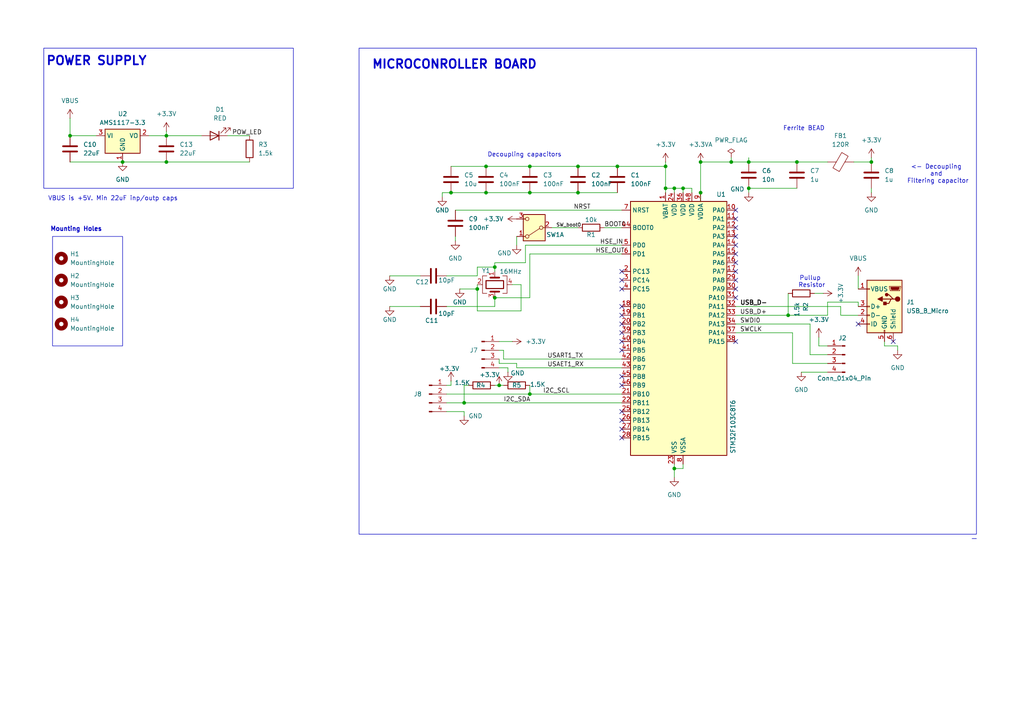
<source format=kicad_sch>
(kicad_sch
	(version 20231120)
	(generator "eeschema")
	(generator_version "8.0")
	(uuid "fff9ad01-81f1-41eb-bfb8-98f4256763c1")
	(paper "A4")
	(title_block
		(title "STM32 Practice board")
		(date "2024-08-18")
		(rev "0.1")
	)
	(lib_symbols
		(symbol "Connector:Conn_01x04_Pin"
			(pin_names
				(offset 1.016) hide)
			(exclude_from_sim no)
			(in_bom yes)
			(on_board yes)
			(property "Reference" "J"
				(at 0 5.08 0)
				(effects
					(font
						(size 1.27 1.27)
					)
				)
			)
			(property "Value" "Conn_01x04_Pin"
				(at 0 -7.62 0)
				(effects
					(font
						(size 1.27 1.27)
					)
				)
			)
			(property "Footprint" ""
				(at 0 0 0)
				(effects
					(font
						(size 1.27 1.27)
					)
					(hide yes)
				)
			)
			(property "Datasheet" "~"
				(at 0 0 0)
				(effects
					(font
						(size 1.27 1.27)
					)
					(hide yes)
				)
			)
			(property "Description" "Generic connector, single row, 01x04, script generated"
				(at 0 0 0)
				(effects
					(font
						(size 1.27 1.27)
					)
					(hide yes)
				)
			)
			(property "ki_locked" ""
				(at 0 0 0)
				(effects
					(font
						(size 1.27 1.27)
					)
				)
			)
			(property "ki_keywords" "connector"
				(at 0 0 0)
				(effects
					(font
						(size 1.27 1.27)
					)
					(hide yes)
				)
			)
			(property "ki_fp_filters" "Connector*:*_1x??_*"
				(at 0 0 0)
				(effects
					(font
						(size 1.27 1.27)
					)
					(hide yes)
				)
			)
			(symbol "Conn_01x04_Pin_1_1"
				(polyline
					(pts
						(xy 1.27 -5.08) (xy 0.8636 -5.08)
					)
					(stroke
						(width 0.1524)
						(type default)
					)
					(fill
						(type none)
					)
				)
				(polyline
					(pts
						(xy 1.27 -2.54) (xy 0.8636 -2.54)
					)
					(stroke
						(width 0.1524)
						(type default)
					)
					(fill
						(type none)
					)
				)
				(polyline
					(pts
						(xy 1.27 0) (xy 0.8636 0)
					)
					(stroke
						(width 0.1524)
						(type default)
					)
					(fill
						(type none)
					)
				)
				(polyline
					(pts
						(xy 1.27 2.54) (xy 0.8636 2.54)
					)
					(stroke
						(width 0.1524)
						(type default)
					)
					(fill
						(type none)
					)
				)
				(rectangle
					(start 0.8636 -4.953)
					(end 0 -5.207)
					(stroke
						(width 0.1524)
						(type default)
					)
					(fill
						(type outline)
					)
				)
				(rectangle
					(start 0.8636 -2.413)
					(end 0 -2.667)
					(stroke
						(width 0.1524)
						(type default)
					)
					(fill
						(type outline)
					)
				)
				(rectangle
					(start 0.8636 0.127)
					(end 0 -0.127)
					(stroke
						(width 0.1524)
						(type default)
					)
					(fill
						(type outline)
					)
				)
				(rectangle
					(start 0.8636 2.667)
					(end 0 2.413)
					(stroke
						(width 0.1524)
						(type default)
					)
					(fill
						(type outline)
					)
				)
				(pin passive line
					(at 5.08 2.54 180)
					(length 3.81)
					(name "Pin_1"
						(effects
							(font
								(size 1.27 1.27)
							)
						)
					)
					(number "1"
						(effects
							(font
								(size 1.27 1.27)
							)
						)
					)
				)
				(pin passive line
					(at 5.08 0 180)
					(length 3.81)
					(name "Pin_2"
						(effects
							(font
								(size 1.27 1.27)
							)
						)
					)
					(number "2"
						(effects
							(font
								(size 1.27 1.27)
							)
						)
					)
				)
				(pin passive line
					(at 5.08 -2.54 180)
					(length 3.81)
					(name "Pin_3"
						(effects
							(font
								(size 1.27 1.27)
							)
						)
					)
					(number "3"
						(effects
							(font
								(size 1.27 1.27)
							)
						)
					)
				)
				(pin passive line
					(at 5.08 -5.08 180)
					(length 3.81)
					(name "Pin_4"
						(effects
							(font
								(size 1.27 1.27)
							)
						)
					)
					(number "4"
						(effects
							(font
								(size 1.27 1.27)
							)
						)
					)
				)
			)
		)
		(symbol "Connector:USB_B_Micro"
			(pin_names
				(offset 1.016)
			)
			(exclude_from_sim no)
			(in_bom yes)
			(on_board yes)
			(property "Reference" "J"
				(at -5.08 11.43 0)
				(effects
					(font
						(size 1.27 1.27)
					)
					(justify left)
				)
			)
			(property "Value" "USB_B_Micro"
				(at -5.08 8.89 0)
				(effects
					(font
						(size 1.27 1.27)
					)
					(justify left)
				)
			)
			(property "Footprint" ""
				(at 3.81 -1.27 0)
				(effects
					(font
						(size 1.27 1.27)
					)
					(hide yes)
				)
			)
			(property "Datasheet" "~"
				(at 3.81 -1.27 0)
				(effects
					(font
						(size 1.27 1.27)
					)
					(hide yes)
				)
			)
			(property "Description" "USB Micro Type B connector"
				(at 0 0 0)
				(effects
					(font
						(size 1.27 1.27)
					)
					(hide yes)
				)
			)
			(property "ki_keywords" "connector USB micro"
				(at 0 0 0)
				(effects
					(font
						(size 1.27 1.27)
					)
					(hide yes)
				)
			)
			(property "ki_fp_filters" "USB*"
				(at 0 0 0)
				(effects
					(font
						(size 1.27 1.27)
					)
					(hide yes)
				)
			)
			(symbol "USB_B_Micro_0_1"
				(rectangle
					(start -5.08 -7.62)
					(end 5.08 7.62)
					(stroke
						(width 0.254)
						(type default)
					)
					(fill
						(type background)
					)
				)
				(circle
					(center -3.81 2.159)
					(radius 0.635)
					(stroke
						(width 0.254)
						(type default)
					)
					(fill
						(type outline)
					)
				)
				(circle
					(center -0.635 3.429)
					(radius 0.381)
					(stroke
						(width 0.254)
						(type default)
					)
					(fill
						(type outline)
					)
				)
				(rectangle
					(start -0.127 -7.62)
					(end 0.127 -6.858)
					(stroke
						(width 0)
						(type default)
					)
					(fill
						(type none)
					)
				)
				(polyline
					(pts
						(xy -1.905 2.159) (xy 0.635 2.159)
					)
					(stroke
						(width 0.254)
						(type default)
					)
					(fill
						(type none)
					)
				)
				(polyline
					(pts
						(xy -3.175 2.159) (xy -2.54 2.159) (xy -1.27 3.429) (xy -0.635 3.429)
					)
					(stroke
						(width 0.254)
						(type default)
					)
					(fill
						(type none)
					)
				)
				(polyline
					(pts
						(xy -2.54 2.159) (xy -1.905 2.159) (xy -1.27 0.889) (xy 0 0.889)
					)
					(stroke
						(width 0.254)
						(type default)
					)
					(fill
						(type none)
					)
				)
				(polyline
					(pts
						(xy 0.635 2.794) (xy 0.635 1.524) (xy 1.905 2.159) (xy 0.635 2.794)
					)
					(stroke
						(width 0.254)
						(type default)
					)
					(fill
						(type outline)
					)
				)
				(polyline
					(pts
						(xy -4.318 5.588) (xy -1.778 5.588) (xy -2.032 4.826) (xy -4.064 4.826) (xy -4.318 5.588)
					)
					(stroke
						(width 0)
						(type default)
					)
					(fill
						(type outline)
					)
				)
				(polyline
					(pts
						(xy -4.699 5.842) (xy -4.699 5.588) (xy -4.445 4.826) (xy -4.445 4.572) (xy -1.651 4.572) (xy -1.651 4.826)
						(xy -1.397 5.588) (xy -1.397 5.842) (xy -4.699 5.842)
					)
					(stroke
						(width 0)
						(type default)
					)
					(fill
						(type none)
					)
				)
				(rectangle
					(start 0.254 1.27)
					(end -0.508 0.508)
					(stroke
						(width 0.254)
						(type default)
					)
					(fill
						(type outline)
					)
				)
				(rectangle
					(start 5.08 -5.207)
					(end 4.318 -4.953)
					(stroke
						(width 0)
						(type default)
					)
					(fill
						(type none)
					)
				)
				(rectangle
					(start 5.08 -2.667)
					(end 4.318 -2.413)
					(stroke
						(width 0)
						(type default)
					)
					(fill
						(type none)
					)
				)
				(rectangle
					(start 5.08 -0.127)
					(end 4.318 0.127)
					(stroke
						(width 0)
						(type default)
					)
					(fill
						(type none)
					)
				)
				(rectangle
					(start 5.08 4.953)
					(end 4.318 5.207)
					(stroke
						(width 0)
						(type default)
					)
					(fill
						(type none)
					)
				)
			)
			(symbol "USB_B_Micro_1_1"
				(pin power_out line
					(at 7.62 5.08 180)
					(length 2.54)
					(name "VBUS"
						(effects
							(font
								(size 1.27 1.27)
							)
						)
					)
					(number "1"
						(effects
							(font
								(size 1.27 1.27)
							)
						)
					)
				)
				(pin bidirectional line
					(at 7.62 -2.54 180)
					(length 2.54)
					(name "D-"
						(effects
							(font
								(size 1.27 1.27)
							)
						)
					)
					(number "2"
						(effects
							(font
								(size 1.27 1.27)
							)
						)
					)
				)
				(pin bidirectional line
					(at 7.62 0 180)
					(length 2.54)
					(name "D+"
						(effects
							(font
								(size 1.27 1.27)
							)
						)
					)
					(number "3"
						(effects
							(font
								(size 1.27 1.27)
							)
						)
					)
				)
				(pin passive line
					(at 7.62 -5.08 180)
					(length 2.54)
					(name "ID"
						(effects
							(font
								(size 1.27 1.27)
							)
						)
					)
					(number "4"
						(effects
							(font
								(size 1.27 1.27)
							)
						)
					)
				)
				(pin power_out line
					(at 0 -10.16 90)
					(length 2.54)
					(name "GND"
						(effects
							(font
								(size 1.27 1.27)
							)
						)
					)
					(number "5"
						(effects
							(font
								(size 1.27 1.27)
							)
						)
					)
				)
				(pin passive line
					(at -2.54 -10.16 90)
					(length 2.54)
					(name "Shield"
						(effects
							(font
								(size 1.27 1.27)
							)
						)
					)
					(number "6"
						(effects
							(font
								(size 1.27 1.27)
							)
						)
					)
				)
			)
		)
		(symbol "Device:C"
			(pin_numbers hide)
			(pin_names
				(offset 0.254)
			)
			(exclude_from_sim no)
			(in_bom yes)
			(on_board yes)
			(property "Reference" "C"
				(at 0.635 2.54 0)
				(effects
					(font
						(size 1.27 1.27)
					)
					(justify left)
				)
			)
			(property "Value" "C"
				(at 0.635 -2.54 0)
				(effects
					(font
						(size 1.27 1.27)
					)
					(justify left)
				)
			)
			(property "Footprint" ""
				(at 0.9652 -3.81 0)
				(effects
					(font
						(size 1.27 1.27)
					)
					(hide yes)
				)
			)
			(property "Datasheet" "~"
				(at 0 0 0)
				(effects
					(font
						(size 1.27 1.27)
					)
					(hide yes)
				)
			)
			(property "Description" "Unpolarized capacitor"
				(at 0 0 0)
				(effects
					(font
						(size 1.27 1.27)
					)
					(hide yes)
				)
			)
			(property "ki_keywords" "cap capacitor"
				(at 0 0 0)
				(effects
					(font
						(size 1.27 1.27)
					)
					(hide yes)
				)
			)
			(property "ki_fp_filters" "C_*"
				(at 0 0 0)
				(effects
					(font
						(size 1.27 1.27)
					)
					(hide yes)
				)
			)
			(symbol "C_0_1"
				(polyline
					(pts
						(xy -2.032 -0.762) (xy 2.032 -0.762)
					)
					(stroke
						(width 0.508)
						(type default)
					)
					(fill
						(type none)
					)
				)
				(polyline
					(pts
						(xy -2.032 0.762) (xy 2.032 0.762)
					)
					(stroke
						(width 0.508)
						(type default)
					)
					(fill
						(type none)
					)
				)
			)
			(symbol "C_1_1"
				(pin passive line
					(at 0 3.81 270)
					(length 2.794)
					(name "~"
						(effects
							(font
								(size 1.27 1.27)
							)
						)
					)
					(number "1"
						(effects
							(font
								(size 1.27 1.27)
							)
						)
					)
				)
				(pin passive line
					(at 0 -3.81 90)
					(length 2.794)
					(name "~"
						(effects
							(font
								(size 1.27 1.27)
							)
						)
					)
					(number "2"
						(effects
							(font
								(size 1.27 1.27)
							)
						)
					)
				)
			)
		)
		(symbol "Device:Crystal_GND24"
			(pin_names
				(offset 1.016) hide)
			(exclude_from_sim no)
			(in_bom yes)
			(on_board yes)
			(property "Reference" "Y"
				(at 3.175 5.08 0)
				(effects
					(font
						(size 1.27 1.27)
					)
					(justify left)
				)
			)
			(property "Value" "Crystal_GND24"
				(at 3.175 3.175 0)
				(effects
					(font
						(size 1.27 1.27)
					)
					(justify left)
				)
			)
			(property "Footprint" ""
				(at 0 0 0)
				(effects
					(font
						(size 1.27 1.27)
					)
					(hide yes)
				)
			)
			(property "Datasheet" "~"
				(at 0 0 0)
				(effects
					(font
						(size 1.27 1.27)
					)
					(hide yes)
				)
			)
			(property "Description" "Four pin crystal, GND on pins 2 and 4"
				(at 0 0 0)
				(effects
					(font
						(size 1.27 1.27)
					)
					(hide yes)
				)
			)
			(property "ki_keywords" "quartz ceramic resonator oscillator"
				(at 0 0 0)
				(effects
					(font
						(size 1.27 1.27)
					)
					(hide yes)
				)
			)
			(property "ki_fp_filters" "Crystal*"
				(at 0 0 0)
				(effects
					(font
						(size 1.27 1.27)
					)
					(hide yes)
				)
			)
			(symbol "Crystal_GND24_0_1"
				(rectangle
					(start -1.143 2.54)
					(end 1.143 -2.54)
					(stroke
						(width 0.3048)
						(type default)
					)
					(fill
						(type none)
					)
				)
				(polyline
					(pts
						(xy -2.54 0) (xy -2.032 0)
					)
					(stroke
						(width 0)
						(type default)
					)
					(fill
						(type none)
					)
				)
				(polyline
					(pts
						(xy -2.032 -1.27) (xy -2.032 1.27)
					)
					(stroke
						(width 0.508)
						(type default)
					)
					(fill
						(type none)
					)
				)
				(polyline
					(pts
						(xy 0 -3.81) (xy 0 -3.556)
					)
					(stroke
						(width 0)
						(type default)
					)
					(fill
						(type none)
					)
				)
				(polyline
					(pts
						(xy 0 3.556) (xy 0 3.81)
					)
					(stroke
						(width 0)
						(type default)
					)
					(fill
						(type none)
					)
				)
				(polyline
					(pts
						(xy 2.032 -1.27) (xy 2.032 1.27)
					)
					(stroke
						(width 0.508)
						(type default)
					)
					(fill
						(type none)
					)
				)
				(polyline
					(pts
						(xy 2.032 0) (xy 2.54 0)
					)
					(stroke
						(width 0)
						(type default)
					)
					(fill
						(type none)
					)
				)
				(polyline
					(pts
						(xy -2.54 -2.286) (xy -2.54 -3.556) (xy 2.54 -3.556) (xy 2.54 -2.286)
					)
					(stroke
						(width 0)
						(type default)
					)
					(fill
						(type none)
					)
				)
				(polyline
					(pts
						(xy -2.54 2.286) (xy -2.54 3.556) (xy 2.54 3.556) (xy 2.54 2.286)
					)
					(stroke
						(width 0)
						(type default)
					)
					(fill
						(type none)
					)
				)
			)
			(symbol "Crystal_GND24_1_1"
				(pin passive line
					(at -3.81 0 0)
					(length 1.27)
					(name "1"
						(effects
							(font
								(size 1.27 1.27)
							)
						)
					)
					(number "1"
						(effects
							(font
								(size 1.27 1.27)
							)
						)
					)
				)
				(pin passive line
					(at 0 5.08 270)
					(length 1.27)
					(name "2"
						(effects
							(font
								(size 1.27 1.27)
							)
						)
					)
					(number "2"
						(effects
							(font
								(size 1.27 1.27)
							)
						)
					)
				)
				(pin passive line
					(at 3.81 0 180)
					(length 1.27)
					(name "3"
						(effects
							(font
								(size 1.27 1.27)
							)
						)
					)
					(number "3"
						(effects
							(font
								(size 1.27 1.27)
							)
						)
					)
				)
				(pin passive line
					(at 0 -5.08 90)
					(length 1.27)
					(name "4"
						(effects
							(font
								(size 1.27 1.27)
							)
						)
					)
					(number "4"
						(effects
							(font
								(size 1.27 1.27)
							)
						)
					)
				)
			)
		)
		(symbol "Device:FerriteBead"
			(pin_numbers hide)
			(pin_names
				(offset 0)
			)
			(exclude_from_sim no)
			(in_bom yes)
			(on_board yes)
			(property "Reference" "FB"
				(at -3.81 0.635 90)
				(effects
					(font
						(size 1.27 1.27)
					)
				)
			)
			(property "Value" "FerriteBead"
				(at 3.81 0 90)
				(effects
					(font
						(size 1.27 1.27)
					)
				)
			)
			(property "Footprint" ""
				(at -1.778 0 90)
				(effects
					(font
						(size 1.27 1.27)
					)
					(hide yes)
				)
			)
			(property "Datasheet" "~"
				(at 0 0 0)
				(effects
					(font
						(size 1.27 1.27)
					)
					(hide yes)
				)
			)
			(property "Description" "Ferrite bead"
				(at 0 0 0)
				(effects
					(font
						(size 1.27 1.27)
					)
					(hide yes)
				)
			)
			(property "ki_keywords" "L ferrite bead inductor filter"
				(at 0 0 0)
				(effects
					(font
						(size 1.27 1.27)
					)
					(hide yes)
				)
			)
			(property "ki_fp_filters" "Inductor_* L_* *Ferrite*"
				(at 0 0 0)
				(effects
					(font
						(size 1.27 1.27)
					)
					(hide yes)
				)
			)
			(symbol "FerriteBead_0_1"
				(polyline
					(pts
						(xy 0 -1.27) (xy 0 -1.2192)
					)
					(stroke
						(width 0)
						(type default)
					)
					(fill
						(type none)
					)
				)
				(polyline
					(pts
						(xy 0 1.27) (xy 0 1.2954)
					)
					(stroke
						(width 0)
						(type default)
					)
					(fill
						(type none)
					)
				)
				(polyline
					(pts
						(xy -2.7686 0.4064) (xy -1.7018 2.2606) (xy 2.7686 -0.3048) (xy 1.6764 -2.159) (xy -2.7686 0.4064)
					)
					(stroke
						(width 0)
						(type default)
					)
					(fill
						(type none)
					)
				)
			)
			(symbol "FerriteBead_1_1"
				(pin passive line
					(at 0 3.81 270)
					(length 2.54)
					(name "~"
						(effects
							(font
								(size 1.27 1.27)
							)
						)
					)
					(number "1"
						(effects
							(font
								(size 1.27 1.27)
							)
						)
					)
				)
				(pin passive line
					(at 0 -3.81 90)
					(length 2.54)
					(name "~"
						(effects
							(font
								(size 1.27 1.27)
							)
						)
					)
					(number "2"
						(effects
							(font
								(size 1.27 1.27)
							)
						)
					)
				)
			)
		)
		(symbol "Device:LED"
			(pin_numbers hide)
			(pin_names
				(offset 1.016) hide)
			(exclude_from_sim no)
			(in_bom yes)
			(on_board yes)
			(property "Reference" "D"
				(at 0 2.54 0)
				(effects
					(font
						(size 1.27 1.27)
					)
				)
			)
			(property "Value" "LED"
				(at 0 -2.54 0)
				(effects
					(font
						(size 1.27 1.27)
					)
				)
			)
			(property "Footprint" ""
				(at 0 0 0)
				(effects
					(font
						(size 1.27 1.27)
					)
					(hide yes)
				)
			)
			(property "Datasheet" "~"
				(at 0 0 0)
				(effects
					(font
						(size 1.27 1.27)
					)
					(hide yes)
				)
			)
			(property "Description" "Light emitting diode"
				(at 0 0 0)
				(effects
					(font
						(size 1.27 1.27)
					)
					(hide yes)
				)
			)
			(property "ki_keywords" "LED diode"
				(at 0 0 0)
				(effects
					(font
						(size 1.27 1.27)
					)
					(hide yes)
				)
			)
			(property "ki_fp_filters" "LED* LED_SMD:* LED_THT:*"
				(at 0 0 0)
				(effects
					(font
						(size 1.27 1.27)
					)
					(hide yes)
				)
			)
			(symbol "LED_0_1"
				(polyline
					(pts
						(xy -1.27 -1.27) (xy -1.27 1.27)
					)
					(stroke
						(width 0.254)
						(type default)
					)
					(fill
						(type none)
					)
				)
				(polyline
					(pts
						(xy -1.27 0) (xy 1.27 0)
					)
					(stroke
						(width 0)
						(type default)
					)
					(fill
						(type none)
					)
				)
				(polyline
					(pts
						(xy 1.27 -1.27) (xy 1.27 1.27) (xy -1.27 0) (xy 1.27 -1.27)
					)
					(stroke
						(width 0.254)
						(type default)
					)
					(fill
						(type none)
					)
				)
				(polyline
					(pts
						(xy -3.048 -0.762) (xy -4.572 -2.286) (xy -3.81 -2.286) (xy -4.572 -2.286) (xy -4.572 -1.524)
					)
					(stroke
						(width 0)
						(type default)
					)
					(fill
						(type none)
					)
				)
				(polyline
					(pts
						(xy -1.778 -0.762) (xy -3.302 -2.286) (xy -2.54 -2.286) (xy -3.302 -2.286) (xy -3.302 -1.524)
					)
					(stroke
						(width 0)
						(type default)
					)
					(fill
						(type none)
					)
				)
			)
			(symbol "LED_1_1"
				(pin passive line
					(at -3.81 0 0)
					(length 2.54)
					(name "K"
						(effects
							(font
								(size 1.27 1.27)
							)
						)
					)
					(number "1"
						(effects
							(font
								(size 1.27 1.27)
							)
						)
					)
				)
				(pin passive line
					(at 3.81 0 180)
					(length 2.54)
					(name "A"
						(effects
							(font
								(size 1.27 1.27)
							)
						)
					)
					(number "2"
						(effects
							(font
								(size 1.27 1.27)
							)
						)
					)
				)
			)
		)
		(symbol "Device:R"
			(pin_numbers hide)
			(pin_names
				(offset 0)
			)
			(exclude_from_sim no)
			(in_bom yes)
			(on_board yes)
			(property "Reference" "R"
				(at 2.032 0 90)
				(effects
					(font
						(size 1.27 1.27)
					)
				)
			)
			(property "Value" "R"
				(at 0 0 90)
				(effects
					(font
						(size 1.27 1.27)
					)
				)
			)
			(property "Footprint" ""
				(at -1.778 0 90)
				(effects
					(font
						(size 1.27 1.27)
					)
					(hide yes)
				)
			)
			(property "Datasheet" "~"
				(at 0 0 0)
				(effects
					(font
						(size 1.27 1.27)
					)
					(hide yes)
				)
			)
			(property "Description" "Resistor"
				(at 0 0 0)
				(effects
					(font
						(size 1.27 1.27)
					)
					(hide yes)
				)
			)
			(property "ki_keywords" "R res resistor"
				(at 0 0 0)
				(effects
					(font
						(size 1.27 1.27)
					)
					(hide yes)
				)
			)
			(property "ki_fp_filters" "R_*"
				(at 0 0 0)
				(effects
					(font
						(size 1.27 1.27)
					)
					(hide yes)
				)
			)
			(symbol "R_0_1"
				(rectangle
					(start -1.016 -2.54)
					(end 1.016 2.54)
					(stroke
						(width 0.254)
						(type default)
					)
					(fill
						(type none)
					)
				)
			)
			(symbol "R_1_1"
				(pin passive line
					(at 0 3.81 270)
					(length 1.27)
					(name "~"
						(effects
							(font
								(size 1.27 1.27)
							)
						)
					)
					(number "1"
						(effects
							(font
								(size 1.27 1.27)
							)
						)
					)
				)
				(pin passive line
					(at 0 -3.81 90)
					(length 1.27)
					(name "~"
						(effects
							(font
								(size 1.27 1.27)
							)
						)
					)
					(number "2"
						(effects
							(font
								(size 1.27 1.27)
							)
						)
					)
				)
			)
		)
		(symbol "MCU_ST_STM32F1:STM32F103C8Tx"
			(exclude_from_sim no)
			(in_bom yes)
			(on_board yes)
			(property "Reference" "U"
				(at -12.7 39.37 0)
				(effects
					(font
						(size 1.27 1.27)
					)
					(justify left)
				)
			)
			(property "Value" "STM32F103C8Tx"
				(at 10.16 39.37 0)
				(effects
					(font
						(size 1.27 1.27)
					)
					(justify left)
				)
			)
			(property "Footprint" "Package_QFP:LQFP-48_7x7mm_P0.5mm"
				(at -12.7 -35.56 0)
				(effects
					(font
						(size 1.27 1.27)
					)
					(justify right)
					(hide yes)
				)
			)
			(property "Datasheet" "https://www.st.com/resource/en/datasheet/stm32f103c8.pdf"
				(at 0 0 0)
				(effects
					(font
						(size 1.27 1.27)
					)
					(hide yes)
				)
			)
			(property "Description" "STMicroelectronics Arm Cortex-M3 MCU, 64KB flash, 20KB RAM, 72 MHz, 2.0-3.6V, 37 GPIO, LQFP48"
				(at 0 0 0)
				(effects
					(font
						(size 1.27 1.27)
					)
					(hide yes)
				)
			)
			(property "ki_locked" ""
				(at 0 0 0)
				(effects
					(font
						(size 1.27 1.27)
					)
				)
			)
			(property "ki_keywords" "Arm Cortex-M3 STM32F1 STM32F103"
				(at 0 0 0)
				(effects
					(font
						(size 1.27 1.27)
					)
					(hide yes)
				)
			)
			(property "ki_fp_filters" "LQFP*7x7mm*P0.5mm*"
				(at 0 0 0)
				(effects
					(font
						(size 1.27 1.27)
					)
					(hide yes)
				)
			)
			(symbol "STM32F103C8Tx_0_1"
				(rectangle
					(start -12.7 -35.56)
					(end 15.24 38.1)
					(stroke
						(width 0.254)
						(type default)
					)
					(fill
						(type background)
					)
				)
			)
			(symbol "STM32F103C8Tx_1_1"
				(pin power_in line
					(at -2.54 40.64 270)
					(length 2.54)
					(name "VBAT"
						(effects
							(font
								(size 1.27 1.27)
							)
						)
					)
					(number "1"
						(effects
							(font
								(size 1.27 1.27)
							)
						)
					)
				)
				(pin bidirectional line
					(at 17.78 35.56 180)
					(length 2.54)
					(name "PA0"
						(effects
							(font
								(size 1.27 1.27)
							)
						)
					)
					(number "10"
						(effects
							(font
								(size 1.27 1.27)
							)
						)
					)
					(alternate "ADC1_IN0" bidirectional line)
					(alternate "ADC2_IN0" bidirectional line)
					(alternate "SYS_WKUP" bidirectional line)
					(alternate "TIM2_CH1" bidirectional line)
					(alternate "TIM2_ETR" bidirectional line)
					(alternate "USART2_CTS" bidirectional line)
				)
				(pin bidirectional line
					(at 17.78 33.02 180)
					(length 2.54)
					(name "PA1"
						(effects
							(font
								(size 1.27 1.27)
							)
						)
					)
					(number "11"
						(effects
							(font
								(size 1.27 1.27)
							)
						)
					)
					(alternate "ADC1_IN1" bidirectional line)
					(alternate "ADC2_IN1" bidirectional line)
					(alternate "TIM2_CH2" bidirectional line)
					(alternate "USART2_RTS" bidirectional line)
				)
				(pin bidirectional line
					(at 17.78 30.48 180)
					(length 2.54)
					(name "PA2"
						(effects
							(font
								(size 1.27 1.27)
							)
						)
					)
					(number "12"
						(effects
							(font
								(size 1.27 1.27)
							)
						)
					)
					(alternate "ADC1_IN2" bidirectional line)
					(alternate "ADC2_IN2" bidirectional line)
					(alternate "TIM2_CH3" bidirectional line)
					(alternate "USART2_TX" bidirectional line)
				)
				(pin bidirectional line
					(at 17.78 27.94 180)
					(length 2.54)
					(name "PA3"
						(effects
							(font
								(size 1.27 1.27)
							)
						)
					)
					(number "13"
						(effects
							(font
								(size 1.27 1.27)
							)
						)
					)
					(alternate "ADC1_IN3" bidirectional line)
					(alternate "ADC2_IN3" bidirectional line)
					(alternate "TIM2_CH4" bidirectional line)
					(alternate "USART2_RX" bidirectional line)
				)
				(pin bidirectional line
					(at 17.78 25.4 180)
					(length 2.54)
					(name "PA4"
						(effects
							(font
								(size 1.27 1.27)
							)
						)
					)
					(number "14"
						(effects
							(font
								(size 1.27 1.27)
							)
						)
					)
					(alternate "ADC1_IN4" bidirectional line)
					(alternate "ADC2_IN4" bidirectional line)
					(alternate "SPI1_NSS" bidirectional line)
					(alternate "USART2_CK" bidirectional line)
				)
				(pin bidirectional line
					(at 17.78 22.86 180)
					(length 2.54)
					(name "PA5"
						(effects
							(font
								(size 1.27 1.27)
							)
						)
					)
					(number "15"
						(effects
							(font
								(size 1.27 1.27)
							)
						)
					)
					(alternate "ADC1_IN5" bidirectional line)
					(alternate "ADC2_IN5" bidirectional line)
					(alternate "SPI1_SCK" bidirectional line)
				)
				(pin bidirectional line
					(at 17.78 20.32 180)
					(length 2.54)
					(name "PA6"
						(effects
							(font
								(size 1.27 1.27)
							)
						)
					)
					(number "16"
						(effects
							(font
								(size 1.27 1.27)
							)
						)
					)
					(alternate "ADC1_IN6" bidirectional line)
					(alternate "ADC2_IN6" bidirectional line)
					(alternate "SPI1_MISO" bidirectional line)
					(alternate "TIM1_BKIN" bidirectional line)
					(alternate "TIM3_CH1" bidirectional line)
				)
				(pin bidirectional line
					(at 17.78 17.78 180)
					(length 2.54)
					(name "PA7"
						(effects
							(font
								(size 1.27 1.27)
							)
						)
					)
					(number "17"
						(effects
							(font
								(size 1.27 1.27)
							)
						)
					)
					(alternate "ADC1_IN7" bidirectional line)
					(alternate "ADC2_IN7" bidirectional line)
					(alternate "SPI1_MOSI" bidirectional line)
					(alternate "TIM1_CH1N" bidirectional line)
					(alternate "TIM3_CH2" bidirectional line)
				)
				(pin bidirectional line
					(at -15.24 7.62 0)
					(length 2.54)
					(name "PB0"
						(effects
							(font
								(size 1.27 1.27)
							)
						)
					)
					(number "18"
						(effects
							(font
								(size 1.27 1.27)
							)
						)
					)
					(alternate "ADC1_IN8" bidirectional line)
					(alternate "ADC2_IN8" bidirectional line)
					(alternate "TIM1_CH2N" bidirectional line)
					(alternate "TIM3_CH3" bidirectional line)
				)
				(pin bidirectional line
					(at -15.24 5.08 0)
					(length 2.54)
					(name "PB1"
						(effects
							(font
								(size 1.27 1.27)
							)
						)
					)
					(number "19"
						(effects
							(font
								(size 1.27 1.27)
							)
						)
					)
					(alternate "ADC1_IN9" bidirectional line)
					(alternate "ADC2_IN9" bidirectional line)
					(alternate "TIM1_CH3N" bidirectional line)
					(alternate "TIM3_CH4" bidirectional line)
				)
				(pin bidirectional line
					(at -15.24 17.78 0)
					(length 2.54)
					(name "PC13"
						(effects
							(font
								(size 1.27 1.27)
							)
						)
					)
					(number "2"
						(effects
							(font
								(size 1.27 1.27)
							)
						)
					)
					(alternate "RTC_OUT" bidirectional line)
					(alternate "RTC_TAMPER" bidirectional line)
				)
				(pin bidirectional line
					(at -15.24 2.54 0)
					(length 2.54)
					(name "PB2"
						(effects
							(font
								(size 1.27 1.27)
							)
						)
					)
					(number "20"
						(effects
							(font
								(size 1.27 1.27)
							)
						)
					)
				)
				(pin bidirectional line
					(at -15.24 -17.78 0)
					(length 2.54)
					(name "PB10"
						(effects
							(font
								(size 1.27 1.27)
							)
						)
					)
					(number "21"
						(effects
							(font
								(size 1.27 1.27)
							)
						)
					)
					(alternate "I2C2_SCL" bidirectional line)
					(alternate "TIM2_CH3" bidirectional line)
					(alternate "USART3_TX" bidirectional line)
				)
				(pin bidirectional line
					(at -15.24 -20.32 0)
					(length 2.54)
					(name "PB11"
						(effects
							(font
								(size 1.27 1.27)
							)
						)
					)
					(number "22"
						(effects
							(font
								(size 1.27 1.27)
							)
						)
					)
					(alternate "ADC1_EXTI11" bidirectional line)
					(alternate "ADC2_EXTI11" bidirectional line)
					(alternate "I2C2_SDA" bidirectional line)
					(alternate "TIM2_CH4" bidirectional line)
					(alternate "USART3_RX" bidirectional line)
				)
				(pin power_in line
					(at 0 -38.1 90)
					(length 2.54)
					(name "VSS"
						(effects
							(font
								(size 1.27 1.27)
							)
						)
					)
					(number "23"
						(effects
							(font
								(size 1.27 1.27)
							)
						)
					)
				)
				(pin power_in line
					(at 0 40.64 270)
					(length 2.54)
					(name "VDD"
						(effects
							(font
								(size 1.27 1.27)
							)
						)
					)
					(number "24"
						(effects
							(font
								(size 1.27 1.27)
							)
						)
					)
				)
				(pin bidirectional line
					(at -15.24 -22.86 0)
					(length 2.54)
					(name "PB12"
						(effects
							(font
								(size 1.27 1.27)
							)
						)
					)
					(number "25"
						(effects
							(font
								(size 1.27 1.27)
							)
						)
					)
					(alternate "I2C2_SMBA" bidirectional line)
					(alternate "SPI2_NSS" bidirectional line)
					(alternate "TIM1_BKIN" bidirectional line)
					(alternate "USART3_CK" bidirectional line)
				)
				(pin bidirectional line
					(at -15.24 -25.4 0)
					(length 2.54)
					(name "PB13"
						(effects
							(font
								(size 1.27 1.27)
							)
						)
					)
					(number "26"
						(effects
							(font
								(size 1.27 1.27)
							)
						)
					)
					(alternate "SPI2_SCK" bidirectional line)
					(alternate "TIM1_CH1N" bidirectional line)
					(alternate "USART3_CTS" bidirectional line)
				)
				(pin bidirectional line
					(at -15.24 -27.94 0)
					(length 2.54)
					(name "PB14"
						(effects
							(font
								(size 1.27 1.27)
							)
						)
					)
					(number "27"
						(effects
							(font
								(size 1.27 1.27)
							)
						)
					)
					(alternate "SPI2_MISO" bidirectional line)
					(alternate "TIM1_CH2N" bidirectional line)
					(alternate "USART3_RTS" bidirectional line)
				)
				(pin bidirectional line
					(at -15.24 -30.48 0)
					(length 2.54)
					(name "PB15"
						(effects
							(font
								(size 1.27 1.27)
							)
						)
					)
					(number "28"
						(effects
							(font
								(size 1.27 1.27)
							)
						)
					)
					(alternate "ADC1_EXTI15" bidirectional line)
					(alternate "ADC2_EXTI15" bidirectional line)
					(alternate "SPI2_MOSI" bidirectional line)
					(alternate "TIM1_CH3N" bidirectional line)
				)
				(pin bidirectional line
					(at 17.78 15.24 180)
					(length 2.54)
					(name "PA8"
						(effects
							(font
								(size 1.27 1.27)
							)
						)
					)
					(number "29"
						(effects
							(font
								(size 1.27 1.27)
							)
						)
					)
					(alternate "RCC_MCO" bidirectional line)
					(alternate "TIM1_CH1" bidirectional line)
					(alternate "USART1_CK" bidirectional line)
				)
				(pin bidirectional line
					(at -15.24 15.24 0)
					(length 2.54)
					(name "PC14"
						(effects
							(font
								(size 1.27 1.27)
							)
						)
					)
					(number "3"
						(effects
							(font
								(size 1.27 1.27)
							)
						)
					)
					(alternate "RCC_OSC32_IN" bidirectional line)
				)
				(pin bidirectional line
					(at 17.78 12.7 180)
					(length 2.54)
					(name "PA9"
						(effects
							(font
								(size 1.27 1.27)
							)
						)
					)
					(number "30"
						(effects
							(font
								(size 1.27 1.27)
							)
						)
					)
					(alternate "TIM1_CH2" bidirectional line)
					(alternate "USART1_TX" bidirectional line)
				)
				(pin bidirectional line
					(at 17.78 10.16 180)
					(length 2.54)
					(name "PA10"
						(effects
							(font
								(size 1.27 1.27)
							)
						)
					)
					(number "31"
						(effects
							(font
								(size 1.27 1.27)
							)
						)
					)
					(alternate "TIM1_CH3" bidirectional line)
					(alternate "USART1_RX" bidirectional line)
				)
				(pin bidirectional line
					(at 17.78 7.62 180)
					(length 2.54)
					(name "PA11"
						(effects
							(font
								(size 1.27 1.27)
							)
						)
					)
					(number "32"
						(effects
							(font
								(size 1.27 1.27)
							)
						)
					)
					(alternate "ADC1_EXTI11" bidirectional line)
					(alternate "ADC2_EXTI11" bidirectional line)
					(alternate "CAN_RX" bidirectional line)
					(alternate "TIM1_CH4" bidirectional line)
					(alternate "USART1_CTS" bidirectional line)
					(alternate "USB_DM" bidirectional line)
				)
				(pin bidirectional line
					(at 17.78 5.08 180)
					(length 2.54)
					(name "PA12"
						(effects
							(font
								(size 1.27 1.27)
							)
						)
					)
					(number "33"
						(effects
							(font
								(size 1.27 1.27)
							)
						)
					)
					(alternate "CAN_TX" bidirectional line)
					(alternate "TIM1_ETR" bidirectional line)
					(alternate "USART1_RTS" bidirectional line)
					(alternate "USB_DP" bidirectional line)
				)
				(pin bidirectional line
					(at 17.78 2.54 180)
					(length 2.54)
					(name "PA13"
						(effects
							(font
								(size 1.27 1.27)
							)
						)
					)
					(number "34"
						(effects
							(font
								(size 1.27 1.27)
							)
						)
					)
					(alternate "SYS_JTMS-SWDIO" bidirectional line)
				)
				(pin passive line
					(at 0 -38.1 90)
					(length 2.54) hide
					(name "VSS"
						(effects
							(font
								(size 1.27 1.27)
							)
						)
					)
					(number "35"
						(effects
							(font
								(size 1.27 1.27)
							)
						)
					)
				)
				(pin power_in line
					(at 2.54 40.64 270)
					(length 2.54)
					(name "VDD"
						(effects
							(font
								(size 1.27 1.27)
							)
						)
					)
					(number "36"
						(effects
							(font
								(size 1.27 1.27)
							)
						)
					)
				)
				(pin bidirectional line
					(at 17.78 0 180)
					(length 2.54)
					(name "PA14"
						(effects
							(font
								(size 1.27 1.27)
							)
						)
					)
					(number "37"
						(effects
							(font
								(size 1.27 1.27)
							)
						)
					)
					(alternate "SYS_JTCK-SWCLK" bidirectional line)
				)
				(pin bidirectional line
					(at 17.78 -2.54 180)
					(length 2.54)
					(name "PA15"
						(effects
							(font
								(size 1.27 1.27)
							)
						)
					)
					(number "38"
						(effects
							(font
								(size 1.27 1.27)
							)
						)
					)
					(alternate "ADC1_EXTI15" bidirectional line)
					(alternate "ADC2_EXTI15" bidirectional line)
					(alternate "SPI1_NSS" bidirectional line)
					(alternate "SYS_JTDI" bidirectional line)
					(alternate "TIM2_CH1" bidirectional line)
					(alternate "TIM2_ETR" bidirectional line)
				)
				(pin bidirectional line
					(at -15.24 0 0)
					(length 2.54)
					(name "PB3"
						(effects
							(font
								(size 1.27 1.27)
							)
						)
					)
					(number "39"
						(effects
							(font
								(size 1.27 1.27)
							)
						)
					)
					(alternate "SPI1_SCK" bidirectional line)
					(alternate "SYS_JTDO-TRACESWO" bidirectional line)
					(alternate "TIM2_CH2" bidirectional line)
				)
				(pin bidirectional line
					(at -15.24 12.7 0)
					(length 2.54)
					(name "PC15"
						(effects
							(font
								(size 1.27 1.27)
							)
						)
					)
					(number "4"
						(effects
							(font
								(size 1.27 1.27)
							)
						)
					)
					(alternate "ADC1_EXTI15" bidirectional line)
					(alternate "ADC2_EXTI15" bidirectional line)
					(alternate "RCC_OSC32_OUT" bidirectional line)
				)
				(pin bidirectional line
					(at -15.24 -2.54 0)
					(length 2.54)
					(name "PB4"
						(effects
							(font
								(size 1.27 1.27)
							)
						)
					)
					(number "40"
						(effects
							(font
								(size 1.27 1.27)
							)
						)
					)
					(alternate "SPI1_MISO" bidirectional line)
					(alternate "SYS_NJTRST" bidirectional line)
					(alternate "TIM3_CH1" bidirectional line)
				)
				(pin bidirectional line
					(at -15.24 -5.08 0)
					(length 2.54)
					(name "PB5"
						(effects
							(font
								(size 1.27 1.27)
							)
						)
					)
					(number "41"
						(effects
							(font
								(size 1.27 1.27)
							)
						)
					)
					(alternate "I2C1_SMBA" bidirectional line)
					(alternate "SPI1_MOSI" bidirectional line)
					(alternate "TIM3_CH2" bidirectional line)
				)
				(pin bidirectional line
					(at -15.24 -7.62 0)
					(length 2.54)
					(name "PB6"
						(effects
							(font
								(size 1.27 1.27)
							)
						)
					)
					(number "42"
						(effects
							(font
								(size 1.27 1.27)
							)
						)
					)
					(alternate "I2C1_SCL" bidirectional line)
					(alternate "TIM4_CH1" bidirectional line)
					(alternate "USART1_TX" bidirectional line)
				)
				(pin bidirectional line
					(at -15.24 -10.16 0)
					(length 2.54)
					(name "PB7"
						(effects
							(font
								(size 1.27 1.27)
							)
						)
					)
					(number "43"
						(effects
							(font
								(size 1.27 1.27)
							)
						)
					)
					(alternate "I2C1_SDA" bidirectional line)
					(alternate "TIM4_CH2" bidirectional line)
					(alternate "USART1_RX" bidirectional line)
				)
				(pin input line
					(at -15.24 30.48 0)
					(length 2.54)
					(name "BOOT0"
						(effects
							(font
								(size 1.27 1.27)
							)
						)
					)
					(number "44"
						(effects
							(font
								(size 1.27 1.27)
							)
						)
					)
				)
				(pin bidirectional line
					(at -15.24 -12.7 0)
					(length 2.54)
					(name "PB8"
						(effects
							(font
								(size 1.27 1.27)
							)
						)
					)
					(number "45"
						(effects
							(font
								(size 1.27 1.27)
							)
						)
					)
					(alternate "CAN_RX" bidirectional line)
					(alternate "I2C1_SCL" bidirectional line)
					(alternate "TIM4_CH3" bidirectional line)
				)
				(pin bidirectional line
					(at -15.24 -15.24 0)
					(length 2.54)
					(name "PB9"
						(effects
							(font
								(size 1.27 1.27)
							)
						)
					)
					(number "46"
						(effects
							(font
								(size 1.27 1.27)
							)
						)
					)
					(alternate "CAN_TX" bidirectional line)
					(alternate "I2C1_SDA" bidirectional line)
					(alternate "TIM4_CH4" bidirectional line)
				)
				(pin passive line
					(at 0 -38.1 90)
					(length 2.54) hide
					(name "VSS"
						(effects
							(font
								(size 1.27 1.27)
							)
						)
					)
					(number "47"
						(effects
							(font
								(size 1.27 1.27)
							)
						)
					)
				)
				(pin power_in line
					(at 5.08 40.64 270)
					(length 2.54)
					(name "VDD"
						(effects
							(font
								(size 1.27 1.27)
							)
						)
					)
					(number "48"
						(effects
							(font
								(size 1.27 1.27)
							)
						)
					)
				)
				(pin bidirectional line
					(at -15.24 25.4 0)
					(length 2.54)
					(name "PD0"
						(effects
							(font
								(size 1.27 1.27)
							)
						)
					)
					(number "5"
						(effects
							(font
								(size 1.27 1.27)
							)
						)
					)
					(alternate "RCC_OSC_IN" bidirectional line)
				)
				(pin bidirectional line
					(at -15.24 22.86 0)
					(length 2.54)
					(name "PD1"
						(effects
							(font
								(size 1.27 1.27)
							)
						)
					)
					(number "6"
						(effects
							(font
								(size 1.27 1.27)
							)
						)
					)
					(alternate "RCC_OSC_OUT" bidirectional line)
				)
				(pin input line
					(at -15.24 35.56 0)
					(length 2.54)
					(name "NRST"
						(effects
							(font
								(size 1.27 1.27)
							)
						)
					)
					(number "7"
						(effects
							(font
								(size 1.27 1.27)
							)
						)
					)
				)
				(pin power_in line
					(at 2.54 -38.1 90)
					(length 2.54)
					(name "VSSA"
						(effects
							(font
								(size 1.27 1.27)
							)
						)
					)
					(number "8"
						(effects
							(font
								(size 1.27 1.27)
							)
						)
					)
				)
				(pin power_in line
					(at 7.62 40.64 270)
					(length 2.54)
					(name "VDDA"
						(effects
							(font
								(size 1.27 1.27)
							)
						)
					)
					(number "9"
						(effects
							(font
								(size 1.27 1.27)
							)
						)
					)
				)
			)
		)
		(symbol "Mechanical:MountingHole"
			(pin_names
				(offset 1.016)
			)
			(exclude_from_sim yes)
			(in_bom no)
			(on_board yes)
			(property "Reference" "H"
				(at 0 5.08 0)
				(effects
					(font
						(size 1.27 1.27)
					)
				)
			)
			(property "Value" "MountingHole"
				(at 0 3.175 0)
				(effects
					(font
						(size 1.27 1.27)
					)
				)
			)
			(property "Footprint" ""
				(at 0 0 0)
				(effects
					(font
						(size 1.27 1.27)
					)
					(hide yes)
				)
			)
			(property "Datasheet" "~"
				(at 0 0 0)
				(effects
					(font
						(size 1.27 1.27)
					)
					(hide yes)
				)
			)
			(property "Description" "Mounting Hole without connection"
				(at 0 0 0)
				(effects
					(font
						(size 1.27 1.27)
					)
					(hide yes)
				)
			)
			(property "ki_keywords" "mounting hole"
				(at 0 0 0)
				(effects
					(font
						(size 1.27 1.27)
					)
					(hide yes)
				)
			)
			(property "ki_fp_filters" "MountingHole*"
				(at 0 0 0)
				(effects
					(font
						(size 1.27 1.27)
					)
					(hide yes)
				)
			)
			(symbol "MountingHole_0_1"
				(circle
					(center 0 0)
					(radius 1.27)
					(stroke
						(width 1.27)
						(type default)
					)
					(fill
						(type none)
					)
				)
			)
		)
		(symbol "Regulator_Linear:AMS1117-3.3"
			(exclude_from_sim no)
			(in_bom yes)
			(on_board yes)
			(property "Reference" "U"
				(at -3.81 3.175 0)
				(effects
					(font
						(size 1.27 1.27)
					)
				)
			)
			(property "Value" "AMS1117-3.3"
				(at 0 3.175 0)
				(effects
					(font
						(size 1.27 1.27)
					)
					(justify left)
				)
			)
			(property "Footprint" "Package_TO_SOT_SMD:SOT-223-3_TabPin2"
				(at 0 5.08 0)
				(effects
					(font
						(size 1.27 1.27)
					)
					(hide yes)
				)
			)
			(property "Datasheet" "http://www.advanced-monolithic.com/pdf/ds1117.pdf"
				(at 2.54 -6.35 0)
				(effects
					(font
						(size 1.27 1.27)
					)
					(hide yes)
				)
			)
			(property "Description" "1A Low Dropout regulator, positive, 3.3V fixed output, SOT-223"
				(at 0 0 0)
				(effects
					(font
						(size 1.27 1.27)
					)
					(hide yes)
				)
			)
			(property "ki_keywords" "linear regulator ldo fixed positive"
				(at 0 0 0)
				(effects
					(font
						(size 1.27 1.27)
					)
					(hide yes)
				)
			)
			(property "ki_fp_filters" "SOT?223*TabPin2*"
				(at 0 0 0)
				(effects
					(font
						(size 1.27 1.27)
					)
					(hide yes)
				)
			)
			(symbol "AMS1117-3.3_0_1"
				(rectangle
					(start -5.08 -5.08)
					(end 5.08 1.905)
					(stroke
						(width 0.254)
						(type default)
					)
					(fill
						(type background)
					)
				)
			)
			(symbol "AMS1117-3.3_1_1"
				(pin power_in line
					(at 0 -7.62 90)
					(length 2.54)
					(name "GND"
						(effects
							(font
								(size 1.27 1.27)
							)
						)
					)
					(number "1"
						(effects
							(font
								(size 1.27 1.27)
							)
						)
					)
				)
				(pin power_out line
					(at 7.62 0 180)
					(length 2.54)
					(name "VO"
						(effects
							(font
								(size 1.27 1.27)
							)
						)
					)
					(number "2"
						(effects
							(font
								(size 1.27 1.27)
							)
						)
					)
				)
				(pin power_in line
					(at -7.62 0 0)
					(length 2.54)
					(name "VI"
						(effects
							(font
								(size 1.27 1.27)
							)
						)
					)
					(number "3"
						(effects
							(font
								(size 1.27 1.27)
							)
						)
					)
				)
			)
		)
		(symbol "Switch:SW_DPDT_x2"
			(pin_names
				(offset 0) hide)
			(exclude_from_sim no)
			(in_bom yes)
			(on_board yes)
			(property "Reference" "SW"
				(at 0 5.08 0)
				(effects
					(font
						(size 1.27 1.27)
					)
				)
			)
			(property "Value" "SW_DPDT_x2"
				(at 0 -5.08 0)
				(effects
					(font
						(size 1.27 1.27)
					)
				)
			)
			(property "Footprint" ""
				(at 0 0 0)
				(effects
					(font
						(size 1.27 1.27)
					)
					(hide yes)
				)
			)
			(property "Datasheet" "~"
				(at 0 0 0)
				(effects
					(font
						(size 1.27 1.27)
					)
					(hide yes)
				)
			)
			(property "Description" "Switch, dual pole double throw, separate symbols"
				(at 0 0 0)
				(effects
					(font
						(size 1.27 1.27)
					)
					(hide yes)
				)
			)
			(property "ki_keywords" "switch dual-pole double-throw DPDT spdt ON-ON"
				(at 0 0 0)
				(effects
					(font
						(size 1.27 1.27)
					)
					(hide yes)
				)
			)
			(property "ki_fp_filters" "SW*DPDT*"
				(at 0 0 0)
				(effects
					(font
						(size 1.27 1.27)
					)
					(hide yes)
				)
			)
			(symbol "SW_DPDT_x2_0_0"
				(circle
					(center -2.032 0)
					(radius 0.508)
					(stroke
						(width 0)
						(type default)
					)
					(fill
						(type none)
					)
				)
				(circle
					(center 2.032 -2.54)
					(radius 0.508)
					(stroke
						(width 0)
						(type default)
					)
					(fill
						(type none)
					)
				)
			)
			(symbol "SW_DPDT_x2_0_1"
				(rectangle
					(start -3.175 3.81)
					(end 3.175 -3.81)
					(stroke
						(width 0.254)
						(type default)
					)
					(fill
						(type background)
					)
				)
				(polyline
					(pts
						(xy -1.524 0.254) (xy 1.5748 2.286)
					)
					(stroke
						(width 0)
						(type default)
					)
					(fill
						(type none)
					)
				)
				(circle
					(center 2.032 2.54)
					(radius 0.508)
					(stroke
						(width 0)
						(type default)
					)
					(fill
						(type none)
					)
				)
			)
			(symbol "SW_DPDT_x2_1_1"
				(pin passive line
					(at 5.08 2.54 180)
					(length 2.54)
					(name "A"
						(effects
							(font
								(size 1.27 1.27)
							)
						)
					)
					(number "1"
						(effects
							(font
								(size 1.27 1.27)
							)
						)
					)
				)
				(pin passive line
					(at -5.08 0 0)
					(length 2.54)
					(name "B"
						(effects
							(font
								(size 1.27 1.27)
							)
						)
					)
					(number "2"
						(effects
							(font
								(size 1.27 1.27)
							)
						)
					)
				)
				(pin passive line
					(at 5.08 -2.54 180)
					(length 2.54)
					(name "C"
						(effects
							(font
								(size 1.27 1.27)
							)
						)
					)
					(number "3"
						(effects
							(font
								(size 1.27 1.27)
							)
						)
					)
				)
			)
			(symbol "SW_DPDT_x2_2_1"
				(pin passive line
					(at 5.08 2.54 180)
					(length 2.54)
					(name "A"
						(effects
							(font
								(size 1.27 1.27)
							)
						)
					)
					(number "4"
						(effects
							(font
								(size 1.27 1.27)
							)
						)
					)
				)
				(pin passive line
					(at -5.08 0 0)
					(length 2.54)
					(name "B"
						(effects
							(font
								(size 1.27 1.27)
							)
						)
					)
					(number "5"
						(effects
							(font
								(size 1.27 1.27)
							)
						)
					)
				)
				(pin passive line
					(at 5.08 -2.54 180)
					(length 2.54)
					(name "C"
						(effects
							(font
								(size 1.27 1.27)
							)
						)
					)
					(number "6"
						(effects
							(font
								(size 1.27 1.27)
							)
						)
					)
				)
			)
		)
		(symbol "power:+3.3V"
			(power)
			(pin_numbers hide)
			(pin_names
				(offset 0) hide)
			(exclude_from_sim no)
			(in_bom yes)
			(on_board yes)
			(property "Reference" "#PWR"
				(at 0 -3.81 0)
				(effects
					(font
						(size 1.27 1.27)
					)
					(hide yes)
				)
			)
			(property "Value" "+3.3V"
				(at 0 3.556 0)
				(effects
					(font
						(size 1.27 1.27)
					)
				)
			)
			(property "Footprint" ""
				(at 0 0 0)
				(effects
					(font
						(size 1.27 1.27)
					)
					(hide yes)
				)
			)
			(property "Datasheet" ""
				(at 0 0 0)
				(effects
					(font
						(size 1.27 1.27)
					)
					(hide yes)
				)
			)
			(property "Description" "Power symbol creates a global label with name \"+3.3V\""
				(at 0 0 0)
				(effects
					(font
						(size 1.27 1.27)
					)
					(hide yes)
				)
			)
			(property "ki_keywords" "global power"
				(at 0 0 0)
				(effects
					(font
						(size 1.27 1.27)
					)
					(hide yes)
				)
			)
			(symbol "+3.3V_0_1"
				(polyline
					(pts
						(xy -0.762 1.27) (xy 0 2.54)
					)
					(stroke
						(width 0)
						(type default)
					)
					(fill
						(type none)
					)
				)
				(polyline
					(pts
						(xy 0 0) (xy 0 2.54)
					)
					(stroke
						(width 0)
						(type default)
					)
					(fill
						(type none)
					)
				)
				(polyline
					(pts
						(xy 0 2.54) (xy 0.762 1.27)
					)
					(stroke
						(width 0)
						(type default)
					)
					(fill
						(type none)
					)
				)
			)
			(symbol "+3.3V_1_1"
				(pin power_in line
					(at 0 0 90)
					(length 0)
					(name "~"
						(effects
							(font
								(size 1.27 1.27)
							)
						)
					)
					(number "1"
						(effects
							(font
								(size 1.27 1.27)
							)
						)
					)
				)
			)
		)
		(symbol "power:+3.3VA"
			(power)
			(pin_numbers hide)
			(pin_names
				(offset 0) hide)
			(exclude_from_sim no)
			(in_bom yes)
			(on_board yes)
			(property "Reference" "#PWR"
				(at 0 -3.81 0)
				(effects
					(font
						(size 1.27 1.27)
					)
					(hide yes)
				)
			)
			(property "Value" "+3.3VA"
				(at 0 3.556 0)
				(effects
					(font
						(size 1.27 1.27)
					)
				)
			)
			(property "Footprint" ""
				(at 0 0 0)
				(effects
					(font
						(size 1.27 1.27)
					)
					(hide yes)
				)
			)
			(property "Datasheet" ""
				(at 0 0 0)
				(effects
					(font
						(size 1.27 1.27)
					)
					(hide yes)
				)
			)
			(property "Description" "Power symbol creates a global label with name \"+3.3VA\""
				(at 0 0 0)
				(effects
					(font
						(size 1.27 1.27)
					)
					(hide yes)
				)
			)
			(property "ki_keywords" "global power"
				(at 0 0 0)
				(effects
					(font
						(size 1.27 1.27)
					)
					(hide yes)
				)
			)
			(symbol "+3.3VA_0_1"
				(polyline
					(pts
						(xy -0.762 1.27) (xy 0 2.54)
					)
					(stroke
						(width 0)
						(type default)
					)
					(fill
						(type none)
					)
				)
				(polyline
					(pts
						(xy 0 0) (xy 0 2.54)
					)
					(stroke
						(width 0)
						(type default)
					)
					(fill
						(type none)
					)
				)
				(polyline
					(pts
						(xy 0 2.54) (xy 0.762 1.27)
					)
					(stroke
						(width 0)
						(type default)
					)
					(fill
						(type none)
					)
				)
			)
			(symbol "+3.3VA_1_1"
				(pin power_in line
					(at 0 0 90)
					(length 0)
					(name "~"
						(effects
							(font
								(size 1.27 1.27)
							)
						)
					)
					(number "1"
						(effects
							(font
								(size 1.27 1.27)
							)
						)
					)
				)
			)
		)
		(symbol "power:GND"
			(power)
			(pin_numbers hide)
			(pin_names
				(offset 0) hide)
			(exclude_from_sim no)
			(in_bom yes)
			(on_board yes)
			(property "Reference" "#PWR"
				(at 0 -6.35 0)
				(effects
					(font
						(size 1.27 1.27)
					)
					(hide yes)
				)
			)
			(property "Value" "GND"
				(at 0 -3.81 0)
				(effects
					(font
						(size 1.27 1.27)
					)
				)
			)
			(property "Footprint" ""
				(at 0 0 0)
				(effects
					(font
						(size 1.27 1.27)
					)
					(hide yes)
				)
			)
			(property "Datasheet" ""
				(at 0 0 0)
				(effects
					(font
						(size 1.27 1.27)
					)
					(hide yes)
				)
			)
			(property "Description" "Power symbol creates a global label with name \"GND\" , ground"
				(at 0 0 0)
				(effects
					(font
						(size 1.27 1.27)
					)
					(hide yes)
				)
			)
			(property "ki_keywords" "global power"
				(at 0 0 0)
				(effects
					(font
						(size 1.27 1.27)
					)
					(hide yes)
				)
			)
			(symbol "GND_0_1"
				(polyline
					(pts
						(xy 0 0) (xy 0 -1.27) (xy 1.27 -1.27) (xy 0 -2.54) (xy -1.27 -1.27) (xy 0 -1.27)
					)
					(stroke
						(width 0)
						(type default)
					)
					(fill
						(type none)
					)
				)
			)
			(symbol "GND_1_1"
				(pin power_in line
					(at 0 0 270)
					(length 0)
					(name "~"
						(effects
							(font
								(size 1.27 1.27)
							)
						)
					)
					(number "1"
						(effects
							(font
								(size 1.27 1.27)
							)
						)
					)
				)
			)
		)
		(symbol "power:PWR_FLAG"
			(power)
			(pin_numbers hide)
			(pin_names
				(offset 0) hide)
			(exclude_from_sim no)
			(in_bom yes)
			(on_board yes)
			(property "Reference" "#FLG"
				(at 0 1.905 0)
				(effects
					(font
						(size 1.27 1.27)
					)
					(hide yes)
				)
			)
			(property "Value" "PWR_FLAG"
				(at 0 3.81 0)
				(effects
					(font
						(size 1.27 1.27)
					)
				)
			)
			(property "Footprint" ""
				(at 0 0 0)
				(effects
					(font
						(size 1.27 1.27)
					)
					(hide yes)
				)
			)
			(property "Datasheet" "~"
				(at 0 0 0)
				(effects
					(font
						(size 1.27 1.27)
					)
					(hide yes)
				)
			)
			(property "Description" "Special symbol for telling ERC where power comes from"
				(at 0 0 0)
				(effects
					(font
						(size 1.27 1.27)
					)
					(hide yes)
				)
			)
			(property "ki_keywords" "flag power"
				(at 0 0 0)
				(effects
					(font
						(size 1.27 1.27)
					)
					(hide yes)
				)
			)
			(symbol "PWR_FLAG_0_0"
				(pin power_out line
					(at 0 0 90)
					(length 0)
					(name "~"
						(effects
							(font
								(size 1.27 1.27)
							)
						)
					)
					(number "1"
						(effects
							(font
								(size 1.27 1.27)
							)
						)
					)
				)
			)
			(symbol "PWR_FLAG_0_1"
				(polyline
					(pts
						(xy 0 0) (xy 0 1.27) (xy -1.016 1.905) (xy 0 2.54) (xy 1.016 1.905) (xy 0 1.27)
					)
					(stroke
						(width 0)
						(type default)
					)
					(fill
						(type none)
					)
				)
			)
		)
		(symbol "power:VBUS"
			(power)
			(pin_numbers hide)
			(pin_names
				(offset 0) hide)
			(exclude_from_sim no)
			(in_bom yes)
			(on_board yes)
			(property "Reference" "#PWR"
				(at 0 -3.81 0)
				(effects
					(font
						(size 1.27 1.27)
					)
					(hide yes)
				)
			)
			(property "Value" "VBUS"
				(at 0 3.556 0)
				(effects
					(font
						(size 1.27 1.27)
					)
				)
			)
			(property "Footprint" ""
				(at 0 0 0)
				(effects
					(font
						(size 1.27 1.27)
					)
					(hide yes)
				)
			)
			(property "Datasheet" ""
				(at 0 0 0)
				(effects
					(font
						(size 1.27 1.27)
					)
					(hide yes)
				)
			)
			(property "Description" "Power symbol creates a global label with name \"VBUS\""
				(at 0 0 0)
				(effects
					(font
						(size 1.27 1.27)
					)
					(hide yes)
				)
			)
			(property "ki_keywords" "global power"
				(at 0 0 0)
				(effects
					(font
						(size 1.27 1.27)
					)
					(hide yes)
				)
			)
			(symbol "VBUS_0_1"
				(polyline
					(pts
						(xy -0.762 1.27) (xy 0 2.54)
					)
					(stroke
						(width 0)
						(type default)
					)
					(fill
						(type none)
					)
				)
				(polyline
					(pts
						(xy 0 0) (xy 0 2.54)
					)
					(stroke
						(width 0)
						(type default)
					)
					(fill
						(type none)
					)
				)
				(polyline
					(pts
						(xy 0 2.54) (xy 0.762 1.27)
					)
					(stroke
						(width 0)
						(type default)
					)
					(fill
						(type none)
					)
				)
			)
			(symbol "VBUS_1_1"
				(pin power_in line
					(at 0 0 90)
					(length 0)
					(name "~"
						(effects
							(font
								(size 1.27 1.27)
							)
						)
					)
					(number "1"
						(effects
							(font
								(size 1.27 1.27)
							)
						)
					)
				)
			)
		)
	)
	(junction
		(at 144.78 111.76)
		(diameter 0)
		(color 0 0 0 0)
		(uuid "00f6b58e-2ae9-459e-af0f-625cb3b4750d")
	)
	(junction
		(at 212.09 46.99)
		(diameter 0)
		(color 0 0 0 0)
		(uuid "04648b44-63af-4f8f-b142-99c535bc50c4")
	)
	(junction
		(at 203.2 55.88)
		(diameter 0)
		(color 0 0 0 0)
		(uuid "0e24fcf7-ac14-4125-b7e6-22213de01301")
	)
	(junction
		(at 167.64 48.26)
		(diameter 0)
		(color 0 0 0 0)
		(uuid "16405cda-0f57-424e-b6e4-dfadc8687778")
	)
	(junction
		(at 195.58 135.89)
		(diameter 0)
		(color 0 0 0 0)
		(uuid "189d0d7c-d29e-47a6-b7e4-20c9f8eb6f77")
	)
	(junction
		(at 252.73 46.99)
		(diameter 0)
		(color 0 0 0 0)
		(uuid "2eab65a7-a302-4704-8b63-6a8abeb1f14a")
	)
	(junction
		(at 130.81 55.88)
		(diameter 0)
		(color 0 0 0 0)
		(uuid "3f2f1489-4716-4376-8ab7-9435a8d52fa3")
	)
	(junction
		(at 153.67 48.26)
		(diameter 0)
		(color 0 0 0 0)
		(uuid "572778db-0620-4e7e-96c5-2ba44264dab9")
	)
	(junction
		(at 195.58 54.61)
		(diameter 0)
		(color 0 0 0 0)
		(uuid "6250930e-940a-4d28-9901-8119cc81c41e")
	)
	(junction
		(at 193.04 48.26)
		(diameter 0)
		(color 0 0 0 0)
		(uuid "6bf83040-1d1f-45cb-9932-b6ff9def73df")
	)
	(junction
		(at 143.51 77.47)
		(diameter 0)
		(color 0 0 0 0)
		(uuid "6c26f494-1f34-4184-97ce-22e8f81f42ea")
	)
	(junction
		(at 35.56 46.99)
		(diameter 0)
		(color 0 0 0 0)
		(uuid "707a1624-ad06-439b-bf84-145c12b6e1ef")
	)
	(junction
		(at 217.17 46.99)
		(diameter 0)
		(color 0 0 0 0)
		(uuid "73175709-9ee8-4dd4-8bc1-30ea43e5d155")
	)
	(junction
		(at 217.17 54.61)
		(diameter 0)
		(color 0 0 0 0)
		(uuid "74ab4d1f-e4c9-4def-a2f5-c235bc5a682c")
	)
	(junction
		(at 20.32 39.37)
		(diameter 0)
		(color 0 0 0 0)
		(uuid "79586aa0-eaa8-4e7d-9c60-21bd0a25946c")
	)
	(junction
		(at 48.26 46.99)
		(diameter 0)
		(color 0 0 0 0)
		(uuid "8ed10cc3-7cc1-4a1a-8942-d199a747f5a8")
	)
	(junction
		(at 140.97 55.88)
		(diameter 0)
		(color 0 0 0 0)
		(uuid "9250ef65-7eb1-40c5-8839-818c57fa9f6d")
	)
	(junction
		(at 143.51 86.36)
		(diameter 0)
		(color 0 0 0 0)
		(uuid "92a49f2e-011e-40d5-84b2-72fd053a794f")
	)
	(junction
		(at 138.43 83.82)
		(diameter 0)
		(color 0 0 0 0)
		(uuid "9875639d-0856-401c-b119-1639c54ba5b9")
	)
	(junction
		(at 179.07 48.26)
		(diameter 0)
		(color 0 0 0 0)
		(uuid "b3fb5141-e647-4214-b252-8744f86a1c39")
	)
	(junction
		(at 134.62 116.84)
		(diameter 0)
		(color 0 0 0 0)
		(uuid "b69c602c-d583-4401-b758-a5ef88779d02")
	)
	(junction
		(at 228.6 91.44)
		(diameter 0)
		(color 0 0 0 0)
		(uuid "bdcd853b-8427-42f6-a256-f08a92a9cdf5")
	)
	(junction
		(at 153.67 114.3)
		(diameter 0)
		(color 0 0 0 0)
		(uuid "d10462af-193a-48b1-ae80-f6ef6107bd57")
	)
	(junction
		(at 48.26 39.37)
		(diameter 0)
		(color 0 0 0 0)
		(uuid "da5bab44-3433-4d03-877c-4500e71358d1")
	)
	(junction
		(at 153.67 55.88)
		(diameter 0)
		(color 0 0 0 0)
		(uuid "e031dca2-4eae-420b-bbaa-e16b2074eacf")
	)
	(junction
		(at 231.14 46.99)
		(diameter 0)
		(color 0 0 0 0)
		(uuid "e2e15d7a-63af-42ed-9585-a851b46b4c82")
	)
	(junction
		(at 167.64 55.88)
		(diameter 0)
		(color 0 0 0 0)
		(uuid "e7506cc8-13ce-4aa2-9aba-189f7abe1489")
	)
	(junction
		(at 193.04 54.61)
		(diameter 0)
		(color 0 0 0 0)
		(uuid "e9264bbc-43ab-4345-8ae5-8dab39c2ccf0")
	)
	(junction
		(at 198.12 54.61)
		(diameter 0)
		(color 0 0 0 0)
		(uuid "ee06aa24-d400-4998-9a49-c60543473409")
	)
	(junction
		(at 203.2 46.99)
		(diameter 0)
		(color 0 0 0 0)
		(uuid "f5081106-9c50-4b43-a83c-370ff83240b3")
	)
	(junction
		(at 140.97 48.26)
		(diameter 0)
		(color 0 0 0 0)
		(uuid "f7d22f76-f946-4e23-968a-8c5bd529533d")
	)
	(no_connect
		(at 180.34 96.52)
		(uuid "092f589c-3541-41f6-82b6-77c2fcb74146")
	)
	(no_connect
		(at 180.34 109.22)
		(uuid "112bcc6a-a6cb-4fbe-8770-455aee8fb5e9")
	)
	(no_connect
		(at 180.34 91.44)
		(uuid "1633640c-2924-4e41-8a74-e262800b8b30")
	)
	(no_connect
		(at 180.34 101.6)
		(uuid "23080344-96d5-49d8-a183-3902a946dc99")
	)
	(no_connect
		(at 180.34 88.9)
		(uuid "2bf31d02-219a-4a6a-8439-708e69c99477")
	)
	(no_connect
		(at 180.34 93.98)
		(uuid "2e4896b8-0b65-4dbc-af6e-44e7ae8d63fa")
	)
	(no_connect
		(at 213.36 63.5)
		(uuid "3b4fba00-d497-44b0-9e1a-c8f7e494cb20")
	)
	(no_connect
		(at 180.34 121.92)
		(uuid "449b2751-2e50-439b-8e89-da8819b1a86c")
	)
	(no_connect
		(at 213.36 99.06)
		(uuid "62cb0bcc-2f3b-4cc0-ac4e-8d1c8e2d4d8c")
	)
	(no_connect
		(at 213.36 68.58)
		(uuid "899c13c5-1a22-4cb3-a82b-dbb6e15c5142")
	)
	(no_connect
		(at 180.34 127)
		(uuid "914140d5-51e8-42b6-b0e5-689dd765fb59")
	)
	(no_connect
		(at 180.34 124.46)
		(uuid "9697a946-9658-4f2a-a4e5-87620a4387f1")
	)
	(no_connect
		(at 213.36 83.82)
		(uuid "9b0018da-493e-459d-8546-3f5d2d94d3f7")
	)
	(no_connect
		(at 213.36 73.66)
		(uuid "9f8f33d4-ef93-4a24-9039-38265dc4485d")
	)
	(no_connect
		(at 180.34 119.38)
		(uuid "a307af05-4df6-4d94-9b62-d61e32bdaa4d")
	)
	(no_connect
		(at 213.36 81.28)
		(uuid "a6ee415c-0b68-4a6b-bfa1-37d0b5372de1")
	)
	(no_connect
		(at 180.34 99.06)
		(uuid "aa2ed7ec-6e86-48a3-950d-e782a0d2717d")
	)
	(no_connect
		(at 213.36 78.74)
		(uuid "ad07f5ef-4e18-42b4-aa32-2294134c7f61")
	)
	(no_connect
		(at 213.36 86.36)
		(uuid "ad0e0606-8187-4131-b524-bdc6140975d5")
	)
	(no_connect
		(at 180.34 78.74)
		(uuid "b312e54f-abf7-4f47-9866-5e8b03d5b591")
	)
	(no_connect
		(at 213.36 66.04)
		(uuid "c9111f0a-6a60-4b7b-a2be-f659369f03f0")
	)
	(no_connect
		(at 259.08 99.06)
		(uuid "d19cd9cd-18b5-4fcf-8850-87438c429629")
	)
	(no_connect
		(at 248.92 93.98)
		(uuid "d30aa443-a431-48cd-b61d-d1f9858b4a18")
	)
	(no_connect
		(at 180.34 83.82)
		(uuid "d43c3074-c070-470b-913e-2c27344da9ae")
	)
	(no_connect
		(at 180.34 81.28)
		(uuid "e30468cd-717c-4f4c-9f00-9273caea10d0")
	)
	(no_connect
		(at 180.34 111.76)
		(uuid "efe72913-e155-4ff3-bed1-dd9b2e336517")
	)
	(no_connect
		(at 213.36 60.96)
		(uuid "f04792a9-7d8c-4645-a2e4-527b671f446d")
	)
	(no_connect
		(at 213.36 71.12)
		(uuid "fa7cf5c6-f44a-42ab-a0d3-07e4085bc83e")
	)
	(no_connect
		(at 213.36 76.2)
		(uuid "fc4babe1-3258-4500-be5e-1f2e9ae8c0a0")
	)
	(wire
		(pts
			(xy 138.43 82.55) (xy 138.43 83.82)
		)
		(stroke
			(width 0)
			(type default)
		)
		(uuid "0140a950-9331-4875-ba95-58d97deb2661")
	)
	(wire
		(pts
			(xy 153.67 48.26) (xy 167.64 48.26)
		)
		(stroke
			(width 0)
			(type default)
		)
		(uuid "027fbfb0-5bab-4635-a334-42c622214630")
	)
	(wire
		(pts
			(xy 134.62 111.76) (xy 135.89 111.76)
		)
		(stroke
			(width 0)
			(type default)
		)
		(uuid "0300106b-b9c2-472c-8201-9cce7f68a2fb")
	)
	(wire
		(pts
			(xy 140.97 55.88) (xy 153.67 55.88)
		)
		(stroke
			(width 0)
			(type default)
		)
		(uuid "0810f9c2-b4a3-42de-8895-365ca6ad98ec")
	)
	(wire
		(pts
			(xy 149.86 106.68) (xy 180.34 106.68)
		)
		(stroke
			(width 0)
			(type default)
		)
		(uuid "08ddbf95-c30d-4302-a56d-373d6777db50")
	)
	(wire
		(pts
			(xy 200.66 55.88) (xy 200.66 54.61)
		)
		(stroke
			(width 0)
			(type default)
		)
		(uuid "0de0078e-c79b-4646-8cc8-1513511fe6c0")
	)
	(wire
		(pts
			(xy 138.43 77.47) (xy 143.51 77.47)
		)
		(stroke
			(width 0)
			(type default)
		)
		(uuid "1165474d-f456-44b1-bd64-e94285ba8817")
	)
	(wire
		(pts
			(xy 147.32 106.68) (xy 147.32 107.95)
		)
		(stroke
			(width 0)
			(type default)
		)
		(uuid "1184287e-07a4-4e73-8cb3-cb62d514a08e")
	)
	(wire
		(pts
			(xy 152.4 71.12) (xy 180.34 71.12)
		)
		(stroke
			(width 0)
			(type default)
		)
		(uuid "126009cd-7688-4160-98e3-fc573b96e950")
	)
	(wire
		(pts
			(xy 138.43 80.01) (xy 138.43 77.47)
		)
		(stroke
			(width 0)
			(type default)
		)
		(uuid "1916e4dd-bd5e-4184-8af6-35783b7fbeef")
	)
	(wire
		(pts
			(xy 146.05 104.14) (xy 180.34 104.14)
		)
		(stroke
			(width 0)
			(type default)
		)
		(uuid "1aba57d3-9262-4a76-a7e7-bbeb9799629a")
	)
	(wire
		(pts
			(xy 138.43 83.82) (xy 138.43 90.17)
		)
		(stroke
			(width 0)
			(type default)
		)
		(uuid "1acc391d-68cb-4903-b2ec-f637b9136285")
	)
	(wire
		(pts
			(xy 213.36 93.98) (xy 234.95 93.98)
		)
		(stroke
			(width 0)
			(type default)
		)
		(uuid "1c240c29-1ea6-4df5-bd7b-c72c24c6c942")
	)
	(wire
		(pts
			(xy 152.4 76.2) (xy 152.4 71.12)
		)
		(stroke
			(width 0)
			(type default)
		)
		(uuid "1c486ba7-8ec2-4c15-8968-e68cc714454a")
	)
	(wire
		(pts
			(xy 247.65 46.99) (xy 252.73 46.99)
		)
		(stroke
			(width 0)
			(type default)
		)
		(uuid "1e51a6a5-1096-4b43-9239-b7a6684f28eb")
	)
	(wire
		(pts
			(xy 129.54 80.01) (xy 138.43 80.01)
		)
		(stroke
			(width 0)
			(type default)
		)
		(uuid "20ca2f4a-24cd-4f13-a7ee-a2eb81dd16c1")
	)
	(wire
		(pts
			(xy 229.87 105.41) (xy 229.87 96.52)
		)
		(stroke
			(width 0)
			(type default)
		)
		(uuid "21484db2-a7b7-48f4-a339-8ddb808cbc3b")
	)
	(wire
		(pts
			(xy 143.51 86.36) (xy 143.51 88.9)
		)
		(stroke
			(width 0)
			(type default)
		)
		(uuid "24038548-a0aa-45bb-b883-ebe96c49bed9")
	)
	(wire
		(pts
			(xy 20.32 46.99) (xy 35.56 46.99)
		)
		(stroke
			(width 0)
			(type default)
		)
		(uuid "24cb25c1-34f2-45f7-85b4-ac4e380da84f")
	)
	(wire
		(pts
			(xy 234.95 102.87) (xy 240.03 102.87)
		)
		(stroke
			(width 0)
			(type default)
		)
		(uuid "265847ed-2a26-4fb9-83e9-258e24c153c1")
	)
	(wire
		(pts
			(xy 203.2 46.99) (xy 212.09 46.99)
		)
		(stroke
			(width 0)
			(type default)
		)
		(uuid "2cfa73ee-bb4d-4fea-ab8d-5390533f12e3")
	)
	(wire
		(pts
			(xy 144.78 105.41) (xy 144.78 104.14)
		)
		(stroke
			(width 0)
			(type default)
		)
		(uuid "2e2ca099-69a7-47f9-84b5-1408bf7d7be8")
	)
	(wire
		(pts
			(xy 248.92 87.63) (xy 240.03 87.63)
		)
		(stroke
			(width 0)
			(type default)
		)
		(uuid "335e03ec-cde8-4fee-9a76-560ec0e1def8")
	)
	(wire
		(pts
			(xy 129.54 119.38) (xy 134.62 119.38)
		)
		(stroke
			(width 0)
			(type default)
		)
		(uuid "33758507-ffda-4245-aca3-883b7e676476")
	)
	(wire
		(pts
			(xy 133.35 83.82) (xy 138.43 83.82)
		)
		(stroke
			(width 0)
			(type default)
		)
		(uuid "3790caaa-268f-482a-9c3b-618ed5b3e13c")
	)
	(wire
		(pts
			(xy 130.81 48.26) (xy 140.97 48.26)
		)
		(stroke
			(width 0)
			(type default)
		)
		(uuid "39a32cd6-6f4e-4bee-926d-5a264fd8540d")
	)
	(wire
		(pts
			(xy 113.03 80.01) (xy 121.92 80.01)
		)
		(stroke
			(width 0)
			(type default)
		)
		(uuid "3ad8d560-ed49-495f-a64f-edf40c46d302")
	)
	(wire
		(pts
			(xy 200.66 54.61) (xy 198.12 54.61)
		)
		(stroke
			(width 0)
			(type default)
		)
		(uuid "3c3de487-1262-47c8-9931-2b9e22a53f8f")
	)
	(wire
		(pts
			(xy 153.67 114.3) (xy 180.34 114.3)
		)
		(stroke
			(width 0)
			(type default)
		)
		(uuid "3ebbcd6f-a125-4c31-892e-c7d6ab3dbe9e")
	)
	(wire
		(pts
			(xy 203.2 58.42) (xy 203.2 55.88)
		)
		(stroke
			(width 0)
			(type default)
		)
		(uuid "41133466-97f8-4c59-86dd-66169992aea0")
	)
	(wire
		(pts
			(xy 240.03 46.99) (xy 231.14 46.99)
		)
		(stroke
			(width 0)
			(type default)
		)
		(uuid "43b0c2fc-0373-45c9-8fe5-bd17547f896b")
	)
	(wire
		(pts
			(xy 195.58 134.62) (xy 195.58 135.89)
		)
		(stroke
			(width 0)
			(type default)
		)
		(uuid "445be897-11e6-4c97-a6fb-87ad17b7bbaf")
	)
	(wire
		(pts
			(xy 129.54 116.84) (xy 134.62 116.84)
		)
		(stroke
			(width 0)
			(type default)
		)
		(uuid "464c2b87-feb3-4cb9-9929-61614bba2c85")
	)
	(wire
		(pts
			(xy 153.67 73.66) (xy 180.34 73.66)
		)
		(stroke
			(width 0)
			(type default)
		)
		(uuid "46f6cb7b-867c-43dd-8000-d37a572d6b05")
	)
	(wire
		(pts
			(xy 179.07 48.26) (xy 193.04 48.26)
		)
		(stroke
			(width 0)
			(type default)
		)
		(uuid "4750f0e0-6301-40eb-a72b-43a90744c8aa")
	)
	(wire
		(pts
			(xy 240.03 91.44) (xy 240.03 87.63)
		)
		(stroke
			(width 0)
			(type default)
		)
		(uuid "4c95fab2-c6b7-4b76-9cb5-036d16f91671")
	)
	(wire
		(pts
			(xy 212.09 45.72) (xy 212.09 46.99)
		)
		(stroke
			(width 0)
			(type default)
		)
		(uuid "5070f5ed-f46e-452d-84cc-a9dc2219e686")
	)
	(wire
		(pts
			(xy 217.17 54.61) (xy 231.14 54.61)
		)
		(stroke
			(width 0)
			(type default)
		)
		(uuid "55bdfeed-9ba6-4a98-a323-03e7459aba85")
	)
	(wire
		(pts
			(xy 146.05 101.6) (xy 144.78 101.6)
		)
		(stroke
			(width 0)
			(type default)
		)
		(uuid "59ff84bd-5723-4574-941e-4ab9ff5d3044")
	)
	(wire
		(pts
			(xy 146.05 104.14) (xy 146.05 101.6)
		)
		(stroke
			(width 0)
			(type default)
		)
		(uuid "5c8ee81c-5843-437b-97ba-c15f8ac363db")
	)
	(wire
		(pts
			(xy 153.67 86.36) (xy 143.51 86.36)
		)
		(stroke
			(width 0)
			(type default)
		)
		(uuid "5d892526-8277-48e0-bafa-649744291b25")
	)
	(wire
		(pts
			(xy 151.13 90.17) (xy 151.13 82.55)
		)
		(stroke
			(width 0)
			(type default)
		)
		(uuid "5e22fded-3b0a-488f-b7e3-856406a0821e")
	)
	(wire
		(pts
			(xy 213.36 88.9) (xy 243.84 88.9)
		)
		(stroke
			(width 0)
			(type default)
		)
		(uuid "5e72a696-38c2-43b4-ab1f-1e635e673da1")
	)
	(wire
		(pts
			(xy 237.49 100.33) (xy 240.03 100.33)
		)
		(stroke
			(width 0)
			(type default)
		)
		(uuid "6026f2b0-7dfe-45b8-8811-6fca961067cf")
	)
	(wire
		(pts
			(xy 195.58 54.61) (xy 193.04 54.61)
		)
		(stroke
			(width 0)
			(type default)
		)
		(uuid "64fa926a-9b48-49c8-9b6f-70ffabd56ab4")
	)
	(wire
		(pts
			(xy 243.84 88.9) (xy 243.84 91.44)
		)
		(stroke
			(width 0)
			(type default)
		)
		(uuid "657f6282-9310-4646-ae1f-122d488967e5")
	)
	(wire
		(pts
			(xy 20.32 34.29) (xy 20.32 39.37)
		)
		(stroke
			(width 0)
			(type default)
		)
		(uuid "66431d42-c394-4e42-beb3-243fd8cf0afa")
	)
	(wire
		(pts
			(xy 198.12 135.89) (xy 195.58 135.89)
		)
		(stroke
			(width 0)
			(type default)
		)
		(uuid "66805b90-92f3-4915-90f2-cb9fd1109fa0")
	)
	(wire
		(pts
			(xy 203.2 55.88) (xy 203.2 46.99)
		)
		(stroke
			(width 0)
			(type default)
		)
		(uuid "66ac5759-0b56-4665-bc1b-28f56b65b00f")
	)
	(wire
		(pts
			(xy 234.95 93.98) (xy 234.95 102.87)
		)
		(stroke
			(width 0)
			(type default)
		)
		(uuid "677bcddb-3bfa-4868-a5c2-3c73642769da")
	)
	(wire
		(pts
			(xy 248.92 87.63) (xy 248.92 88.9)
		)
		(stroke
			(width 0)
			(type default)
		)
		(uuid "69002743-7530-4e95-af92-9e93a41ee35e")
	)
	(wire
		(pts
			(xy 153.67 73.66) (xy 153.67 86.36)
		)
		(stroke
			(width 0)
			(type default)
		)
		(uuid "6ad3984d-1bd5-4b35-8f50-8fe9c31894ce")
	)
	(wire
		(pts
			(xy 198.12 54.61) (xy 195.58 54.61)
		)
		(stroke
			(width 0)
			(type default)
		)
		(uuid "6e349f51-945a-43a0-b34e-f5a391df2bf3")
	)
	(wire
		(pts
			(xy 228.6 85.09) (xy 228.6 91.44)
		)
		(stroke
			(width 0)
			(type default)
		)
		(uuid "7042c226-7feb-4640-815e-3c2d1e8316f6")
	)
	(wire
		(pts
			(xy 144.78 99.06) (xy 148.59 99.06)
		)
		(stroke
			(width 0)
			(type default)
		)
		(uuid "70988229-0ea7-4e8f-be4a-56455273cd99")
	)
	(wire
		(pts
			(xy 149.86 106.68) (xy 149.86 105.41)
		)
		(stroke
			(width 0)
			(type default)
		)
		(uuid "73543f19-3a8a-4c50-bfd2-6328ecc293df")
	)
	(wire
		(pts
			(xy 195.58 135.89) (xy 195.58 138.43)
		)
		(stroke
			(width 0)
			(type default)
		)
		(uuid "746d46c6-9040-416c-9174-47518ffd5195")
	)
	(wire
		(pts
			(xy 129.54 88.9) (xy 143.51 88.9)
		)
		(stroke
			(width 0)
			(type default)
		)
		(uuid "748202f0-d7f8-4655-aa08-3bd5b5dd4448")
	)
	(wire
		(pts
			(xy 134.62 119.38) (xy 134.62 120.65)
		)
		(stroke
			(width 0)
			(type default)
		)
		(uuid "76ec119a-83db-48f8-9404-0eeac584e24a")
	)
	(wire
		(pts
			(xy 193.04 54.61) (xy 193.04 55.88)
		)
		(stroke
			(width 0)
			(type default)
		)
		(uuid "7e33014a-0fff-4b86-ac50-7279a1ac9567")
	)
	(wire
		(pts
			(xy 140.97 48.26) (xy 153.67 48.26)
		)
		(stroke
			(width 0)
			(type default)
		)
		(uuid "80886043-588d-484d-80b8-25213b88631d")
	)
	(wire
		(pts
			(xy 130.81 110.49) (xy 130.81 111.76)
		)
		(stroke
			(width 0)
			(type default)
		)
		(uuid "82c9b859-f851-4462-987d-4cd8f3e9e96b")
	)
	(wire
		(pts
			(xy 252.73 54.61) (xy 252.73 55.88)
		)
		(stroke
			(width 0)
			(type default)
		)
		(uuid "854fe09f-4ff6-4b58-98c1-cccc98971748")
	)
	(wire
		(pts
			(xy 129.54 111.76) (xy 130.81 111.76)
		)
		(stroke
			(width 0)
			(type default)
		)
		(uuid "86e929cc-de33-49c5-a415-6537aa32460d")
	)
	(wire
		(pts
			(xy 193.04 48.26) (xy 193.04 54.61)
		)
		(stroke
			(width 0)
			(type default)
		)
		(uuid "8974fed2-5d9f-4bd6-9fa4-1341e2bae8e9")
	)
	(wire
		(pts
			(xy 213.36 96.52) (xy 229.87 96.52)
		)
		(stroke
			(width 0)
			(type default)
		)
		(uuid "8b9eb894-4ef4-48c8-976d-44407cace671")
	)
	(wire
		(pts
			(xy 134.62 116.84) (xy 180.34 116.84)
		)
		(stroke
			(width 0)
			(type default)
		)
		(uuid "8c718859-e492-4737-908b-3664a92fb84f")
	)
	(wire
		(pts
			(xy 198.12 54.61) (xy 198.12 55.88)
		)
		(stroke
			(width 0)
			(type default)
		)
		(uuid "8c7ef5d3-5ef4-4171-a1e3-d4ff5278f291")
	)
	(wire
		(pts
			(xy 212.09 46.99) (xy 217.17 46.99)
		)
		(stroke
			(width 0)
			(type default)
		)
		(uuid "8e463279-f509-474c-acc2-f769b275107a")
	)
	(wire
		(pts
			(xy 240.03 105.41) (xy 229.87 105.41)
		)
		(stroke
			(width 0)
			(type default)
		)
		(uuid "9029c861-3630-4992-95de-076ba583ddc1")
	)
	(wire
		(pts
			(xy 149.86 105.41) (xy 144.78 105.41)
		)
		(stroke
			(width 0)
			(type default)
		)
		(uuid "90975860-ab89-4e75-9562-515688c81580")
	)
	(wire
		(pts
			(xy 143.51 77.47) (xy 143.51 76.2)
		)
		(stroke
			(width 0)
			(type default)
		)
		(uuid "94d7b3c8-0490-4d5d-9e3c-87078f544739")
	)
	(wire
		(pts
			(xy 43.18 39.37) (xy 48.26 39.37)
		)
		(stroke
			(width 0)
			(type default)
		)
		(uuid "999371ae-65e0-4de2-b0ce-4a7bece2f711")
	)
	(wire
		(pts
			(xy 160.02 66.04) (xy 167.64 66.04)
		)
		(stroke
			(width 0)
			(type default)
		)
		(uuid "9a100c68-f2c2-490c-982d-945630f76997")
	)
	(wire
		(pts
			(xy 132.08 68.58) (xy 132.08 69.85)
		)
		(stroke
			(width 0)
			(type default)
		)
		(uuid "9a312b59-2f32-4323-94bf-18d80b8eb832")
	)
	(wire
		(pts
			(xy 198.12 134.62) (xy 198.12 135.89)
		)
		(stroke
			(width 0)
			(type default)
		)
		(uuid "a05d081f-f6c5-4afe-b532-9270d7d9ba3a")
	)
	(wire
		(pts
			(xy 213.36 91.44) (xy 228.6 91.44)
		)
		(stroke
			(width 0)
			(type default)
		)
		(uuid "a05d794d-c705-4807-b53c-0487dc354985")
	)
	(wire
		(pts
			(xy 248.92 80.01) (xy 248.92 83.82)
		)
		(stroke
			(width 0)
			(type default)
		)
		(uuid "a12edf98-0877-4492-a321-5e4e2a4febd7")
	)
	(wire
		(pts
			(xy 128.27 55.88) (xy 130.81 55.88)
		)
		(stroke
			(width 0)
			(type default)
		)
		(uuid "a40516d9-bb91-4c67-881a-f4351f13ba25")
	)
	(wire
		(pts
			(xy 144.78 111.76) (xy 146.05 111.76)
		)
		(stroke
			(width 0)
			(type default)
		)
		(uuid "a63febdd-14a3-40b7-8732-dc6866d23df4")
	)
	(wire
		(pts
			(xy 149.86 71.12) (xy 149.86 68.58)
		)
		(stroke
			(width 0)
			(type default)
		)
		(uuid "aa595a16-a7de-4dbd-b84e-1814904e2272")
	)
	(wire
		(pts
			(xy 237.49 97.79) (xy 237.49 100.33)
		)
		(stroke
			(width 0)
			(type default)
		)
		(uuid "ac06cb38-b2aa-40b1-9679-dfa15b24f9cb")
	)
	(wire
		(pts
			(xy 20.32 39.37) (xy 27.94 39.37)
		)
		(stroke
			(width 0)
			(type default)
		)
		(uuid "acc91902-c4e8-4cce-81fb-1ef3f7b9b3e3")
	)
	(wire
		(pts
			(xy 128.27 55.88) (xy 128.27 57.15)
		)
		(stroke
			(width 0)
			(type default)
		)
		(uuid "ae6ba4df-2310-441b-acb6-7122550a19a1")
	)
	(wire
		(pts
			(xy 151.13 82.55) (xy 148.59 82.55)
		)
		(stroke
			(width 0)
			(type default)
		)
		(uuid "b619b157-b5f6-4150-98d0-caa6c662e02f")
	)
	(wire
		(pts
			(xy 138.43 90.17) (xy 151.13 90.17)
		)
		(stroke
			(width 0)
			(type default)
		)
		(uuid "b852955c-1df5-4359-898d-a94a2cd783fe")
	)
	(wire
		(pts
			(xy 217.17 46.99) (xy 231.14 46.99)
		)
		(stroke
			(width 0)
			(type default)
		)
		(uuid "bec14b46-2d58-430d-9dc6-a39df6382fae")
	)
	(wire
		(pts
			(xy 130.81 55.88) (xy 140.97 55.88)
		)
		(stroke
			(width 0)
			(type default)
		)
		(uuid "bfa2d6b1-3832-4d3f-904d-98c2541b1661")
	)
	(wire
		(pts
			(xy 260.35 100.33) (xy 260.35 101.6)
		)
		(stroke
			(width 0)
			(type default)
		)
		(uuid "c17e4061-4eca-408a-bb95-b0ffaa632639")
	)
	(wire
		(pts
			(xy 167.64 48.26) (xy 179.07 48.26)
		)
		(stroke
			(width 0)
			(type default)
		)
		(uuid "c36464d8-f7c3-467e-bbb1-6452cdb4814f")
	)
	(wire
		(pts
			(xy 72.39 39.37) (xy 66.04 39.37)
		)
		(stroke
			(width 0)
			(type default)
		)
		(uuid "c4051e01-d3e9-4c74-8ec8-3b2e2bd14f98")
	)
	(wire
		(pts
			(xy 217.17 54.61) (xy 217.17 55.88)
		)
		(stroke
			(width 0)
			(type default)
		)
		(uuid "c61f4888-c1a3-41f4-994b-91772ee0d06e")
	)
	(wire
		(pts
			(xy 113.03 88.9) (xy 121.92 88.9)
		)
		(stroke
			(width 0)
			(type default)
		)
		(uuid "c73d734d-f3ab-4109-8a2e-550cad5e1b6a")
	)
	(wire
		(pts
			(xy 252.73 46.99) (xy 252.73 45.72)
		)
		(stroke
			(width 0)
			(type default)
		)
		(uuid "c7d2b2f2-33d3-4556-b751-2801484f7191")
	)
	(wire
		(pts
			(xy 129.54 114.3) (xy 153.67 114.3)
		)
		(stroke
			(width 0)
			(type default)
		)
		(uuid "c9a60386-73ae-4493-b899-c23640b3e9bd")
	)
	(wire
		(pts
			(xy 144.78 106.68) (xy 147.32 106.68)
		)
		(stroke
			(width 0)
			(type default)
		)
		(uuid "caa64c61-31fe-42e0-9067-711efd5b3394")
	)
	(wire
		(pts
			(xy 134.62 111.76) (xy 134.62 116.84)
		)
		(stroke
			(width 0)
			(type default)
		)
		(uuid "caae022f-9a54-4872-9c42-6385d3977133")
	)
	(wire
		(pts
			(xy 228.6 91.44) (xy 240.03 91.44)
		)
		(stroke
			(width 0)
			(type default)
		)
		(uuid "cabbb43f-4813-4d8e-bf14-9ad81b404c0d")
	)
	(wire
		(pts
			(xy 167.64 55.88) (xy 179.07 55.88)
		)
		(stroke
			(width 0)
			(type default)
		)
		(uuid "cdf7bda7-7205-480d-9e07-9d1a77b0e05d")
	)
	(wire
		(pts
			(xy 248.92 91.44) (xy 243.84 91.44)
		)
		(stroke
			(width 0)
			(type default)
		)
		(uuid "cf1d8c72-d487-4336-890d-669254526109")
	)
	(wire
		(pts
			(xy 143.51 111.76) (xy 144.78 111.76)
		)
		(stroke
			(width 0)
			(type default)
		)
		(uuid "d1b81eb2-4c34-4a8c-bd38-6cf0c9e23cf9")
	)
	(wire
		(pts
			(xy 143.51 78.74) (xy 143.51 77.47)
		)
		(stroke
			(width 0)
			(type default)
		)
		(uuid "d248211b-4935-4c84-bd2e-9c391a39acf5")
	)
	(wire
		(pts
			(xy 48.26 39.37) (xy 58.42 39.37)
		)
		(stroke
			(width 0)
			(type default)
		)
		(uuid "d547cb70-da78-4817-bd27-71ebdd3a0843")
	)
	(wire
		(pts
			(xy 72.39 46.99) (xy 48.26 46.99)
		)
		(stroke
			(width 0)
			(type default)
		)
		(uuid "d65a6de3-9ba0-45d5-9b14-3c42802285dc")
	)
	(wire
		(pts
			(xy 195.58 54.61) (xy 195.58 55.88)
		)
		(stroke
			(width 0)
			(type default)
		)
		(uuid "d9639cac-4c88-44e2-9dcb-cf49ff8a10d0")
	)
	(wire
		(pts
			(xy 217.17 45.72) (xy 217.17 46.99)
		)
		(stroke
			(width 0)
			(type default)
		)
		(uuid "dcb46c69-b7c8-492b-b294-25aa3f752732")
	)
	(wire
		(pts
			(xy 48.26 38.1) (xy 48.26 39.37)
		)
		(stroke
			(width 0)
			(type default)
		)
		(uuid "deac7553-2835-48d6-a57d-2658853cf9f3")
	)
	(wire
		(pts
			(xy 193.04 46.99) (xy 193.04 48.26)
		)
		(stroke
			(width 0)
			(type default)
		)
		(uuid "deec7443-878e-43f2-9f56-9e764fece83a")
	)
	(wire
		(pts
			(xy 143.51 76.2) (xy 152.4 76.2)
		)
		(stroke
			(width 0)
			(type default)
		)
		(uuid "deeef38e-e155-4877-8c8f-a9623bc005e2")
	)
	(wire
		(pts
			(xy 153.67 55.88) (xy 167.64 55.88)
		)
		(stroke
			(width 0)
			(type default)
		)
		(uuid "e01ff992-d2a5-44ad-b71a-7eb7cc061843")
	)
	(wire
		(pts
			(xy 232.41 107.95) (xy 240.03 107.95)
		)
		(stroke
			(width 0)
			(type default)
		)
		(uuid "e381c3eb-5515-4ffa-b793-036e0dfc0380")
	)
	(wire
		(pts
			(xy 256.54 99.06) (xy 256.54 100.33)
		)
		(stroke
			(width 0)
			(type default)
		)
		(uuid "e39fd191-8c50-4fd3-95f3-34e8fe2093d5")
	)
	(wire
		(pts
			(xy 175.26 66.04) (xy 180.34 66.04)
		)
		(stroke
			(width 0)
			(type default)
		)
		(uuid "e89e46d1-8d51-4cfb-a244-1b56a6ab83f1")
	)
	(wire
		(pts
			(xy 132.08 60.96) (xy 180.34 60.96)
		)
		(stroke
			(width 0)
			(type default)
		)
		(uuid "eade97fd-7e07-444b-b2c8-04c9086cd5ef")
	)
	(wire
		(pts
			(xy 256.54 100.33) (xy 260.35 100.33)
		)
		(stroke
			(width 0)
			(type default)
		)
		(uuid "ebab6e58-2133-4a11-8094-ae84193fd389")
	)
	(wire
		(pts
			(xy 238.76 85.09) (xy 236.22 85.09)
		)
		(stroke
			(width 0)
			(type default)
		)
		(uuid "ee6641e2-3179-48fd-ac54-cacc07b4c27f")
	)
	(wire
		(pts
			(xy 35.56 46.99) (xy 48.26 46.99)
		)
		(stroke
			(width 0)
			(type default)
		)
		(uuid "f69bd41a-8cde-4305-a347-46319866f3ba")
	)
	(wire
		(pts
			(xy 153.67 111.76) (xy 153.67 114.3)
		)
		(stroke
			(width 0)
			(type default)
		)
		(uuid "f80ea422-2f70-4ea6-8790-647b08cf44db")
	)
	(rectangle
		(start 104.14 13.97)
		(end 283.21 154.94)
		(stroke
			(width 0)
			(type default)
		)
		(fill
			(type none)
		)
		(uuid 2ce947c6-cbe8-4027-bd92-7d1a83ab10fa)
	)
	(rectangle
		(start 283.21 156.21)
		(end 281.94 156.21)
		(stroke
			(width 0)
			(type default)
		)
		(fill
			(type none)
		)
		(uuid 5e83ea3d-c7bb-4c9c-9315-92b60e9daab5)
	)
	(rectangle
		(start 15.24 68.58)
		(end 35.56 100.33)
		(stroke
			(width 0)
			(type default)
		)
		(fill
			(type none)
		)
		(uuid 6a835de8-8811-494f-9d30-b8603b2b3fe2)
	)
	(rectangle
		(start 12.7 13.97)
		(end 85.09 54.61)
		(stroke
			(width 0)
			(type default)
		)
		(fill
			(type none)
		)
		(uuid 957c11ab-fb5a-43e4-929b-a3adee64c3ce)
	)
	(text "Ferrite BEAD"
		(exclude_from_sim yes)
		(at 233.172 37.338 0)
		(effects
			(font
				(size 1.27 1.27)
			)
		)
		(uuid "26e3606d-9435-4fca-81f4-cad9eb35e948")
	)
	(text "Decoupling capacitors"
		(exclude_from_sim yes)
		(at 152.146 44.958 0)
		(effects
			(font
				(size 1.27 1.27)
			)
		)
		(uuid "28d54720-23f1-4ddc-91d0-b60f75c6cbcc")
	)
	(text "POWER SUPPLY "
		(exclude_from_sim no)
		(at 28.956 17.78 0)
		(effects
			(font
				(size 2.5 2.5)
				(thickness 0.5)
				(bold yes)
			)
		)
		(uuid "31467b1b-d8d5-40b9-85c3-e5d54ce474fe")
	)
	(text "<- Decoupling \nand \nFiltering capacitor"
		(exclude_from_sim yes)
		(at 272.034 50.546 0)
		(effects
			(font
				(size 1.27 1.27)
			)
		)
		(uuid "4c9482f6-e39e-4534-a3db-b5a1f73cdd53")
	)
	(text "Mounting Holes\n"
		(exclude_from_sim no)
		(at 22.098 66.548 0)
		(effects
			(font
				(size 1.27 1.27)
				(thickness 0.254)
				(bold yes)
			)
		)
		(uuid "6c2b8e31-d4af-4549-9eae-904e5aa8900a")
	)
	(text "MICROCONROLLER BOARD"
		(exclude_from_sim no)
		(at 131.826 18.796 0)
		(effects
			(font
				(size 2.5 2.5)
				(thickness 0.5)
				(bold yes)
			)
		)
		(uuid "a1aabe60-65ad-4a3c-979a-941e6047c21b")
	)
	(text "VBUS is +5V. Min 22uF inp/outp caps"
		(exclude_from_sim no)
		(at 32.766 57.658 0)
		(effects
			(font
				(size 1.27 1.27)
			)
		)
		(uuid "aca1a871-de82-4411-aac3-cdc94d6aed6d")
	)
	(text "Pullup \nResistor"
		(exclude_from_sim yes)
		(at 235.458 81.788 0)
		(effects
			(font
				(size 1.27 1.27)
			)
		)
		(uuid "cf36be4c-7578-4f07-a793-3f31e7e7ea90")
	)
	(label "HSE_IN"
		(at 173.99 71.12 0)
		(fields_autoplaced yes)
		(effects
			(font
				(size 1.27 1.27)
			)
			(justify left bottom)
		)
		(uuid "0bb20c64-30f3-43b7-8840-1eb35629c473")
	)
	(label "USART1_TX"
		(at 158.75 104.14 0)
		(fields_autoplaced yes)
		(effects
			(font
				(size 1.27 1.27)
			)
			(justify left bottom)
		)
		(uuid "2c8cd9ff-a564-4565-8f25-46d4f7e083f0")
	)
	(label "POW_LED"
		(at 67.31 39.37 0)
		(fields_autoplaced yes)
		(effects
			(font
				(size 1.27 1.27)
			)
			(justify left bottom)
		)
		(uuid "386dab99-42a0-497b-a289-e20263a2f51f")
	)
	(label "I2C_SDA"
		(at 146.05 116.84 0)
		(fields_autoplaced yes)
		(effects
			(font
				(size 1.27 1.27)
			)
			(justify left bottom)
		)
		(uuid "3e6bb46d-52dd-426b-9514-4d1b04512317")
	)
	(label "USAET1_RX"
		(at 158.75 106.68 0)
		(fields_autoplaced yes)
		(effects
			(font
				(size 1.27 1.27)
			)
			(justify left bottom)
		)
		(uuid "3f31cb98-06bd-477c-a463-0448a29af7c5")
	)
	(label "SWDI0"
		(at 214.63 93.98 0)
		(fields_autoplaced yes)
		(effects
			(font
				(size 1.27 1.27)
			)
			(justify left bottom)
		)
		(uuid "5c75513a-4226-4117-8722-c7252fa181c0")
	)
	(label "SW_boot0"
		(at 161.29 66.04 0)
		(fields_autoplaced yes)
		(effects
			(font
				(size 1 1)
			)
			(justify left bottom)
		)
		(uuid "6e7cea8b-f684-4aa8-abf1-80219b5b037e")
	)
	(label "BOOT0"
		(at 175.26 66.04 0)
		(fields_autoplaced yes)
		(effects
			(font
				(size 1.27 1.27)
			)
			(justify left bottom)
		)
		(uuid "7061aa40-57fa-4093-91be-4133f4a7ef25")
	)
	(label "I2C_SCL"
		(at 157.48 114.3 0)
		(fields_autoplaced yes)
		(effects
			(font
				(size 1.27 1.27)
			)
			(justify left bottom)
		)
		(uuid "88f88294-c5fb-4f6f-b57d-f5c88f8bbf6d")
	)
	(label "HSE_OUT"
		(at 172.72 73.66 0)
		(fields_autoplaced yes)
		(effects
			(font
				(size 1.27 1.27)
			)
			(justify left bottom)
		)
		(uuid "91507e90-725f-440d-88a7-01b9c7c9f8b6")
	)
	(label "SWCLK"
		(at 214.63 96.52 0)
		(fields_autoplaced yes)
		(effects
			(font
				(size 1.27 1.27)
			)
			(justify left bottom)
		)
		(uuid "9223dc78-670c-4ebd-a9ff-bdebe7770e34")
	)
	(label "USB_D+"
		(at 214.63 91.44 0)
		(fields_autoplaced yes)
		(effects
			(font
				(size 1.27 1.27)
			)
			(justify left bottom)
		)
		(uuid "b1106693-6c88-4c39-a31f-57fe3162302c")
	)
	(label "USB_D-"
		(at 214.63 88.9 0)
		(fields_autoplaced yes)
		(effects
			(font
				(size 1.27 1.27)
				(bold yes)
			)
			(justify left bottom)
		)
		(uuid "d9ee2068-434f-47fa-95de-ad5a0a105808")
	)
	(label "NRST"
		(at 166.37 60.96 0)
		(fields_autoplaced yes)
		(effects
			(font
				(size 1.27 1.27)
			)
			(justify left bottom)
		)
		(uuid "e69afbb1-74c9-4311-8856-fc6497604f26")
	)
	(symbol
		(lib_id "power:GND")
		(at 217.17 55.88 0)
		(unit 1)
		(exclude_from_sim no)
		(in_bom yes)
		(on_board yes)
		(dnp no)
		(uuid "0231a3c1-f9d0-43e1-b460-06eed0b07a6c")
		(property "Reference" "#PWR06"
			(at 217.17 62.23 0)
			(effects
				(font
					(size 1.27 1.27)
				)
				(hide yes)
			)
		)
		(property "Value" "GND"
			(at 213.868 54.864 0)
			(effects
				(font
					(size 1.27 1.27)
				)
			)
		)
		(property "Footprint" ""
			(at 217.17 55.88 0)
			(effects
				(font
					(size 1.27 1.27)
				)
				(hide yes)
			)
		)
		(property "Datasheet" ""
			(at 217.17 55.88 0)
			(effects
				(font
					(size 1.27 1.27)
				)
				(hide yes)
			)
		)
		(property "Description" "Power symbol creates a global label with name \"GND\" , ground"
			(at 217.17 55.88 0)
			(effects
				(font
					(size 1.27 1.27)
				)
				(hide yes)
			)
		)
		(pin "1"
			(uuid "7d4c37a1-affc-4937-973e-de9771365ef7")
		)
		(instances
			(project "stm32_PRACTICE_01"
				(path "/fff9ad01-81f1-41eb-bfb8-98f4256763c1"
					(reference "#PWR06")
					(unit 1)
				)
			)
		)
	)
	(symbol
		(lib_id "power:GND")
		(at 147.32 107.95 0)
		(unit 1)
		(exclude_from_sim no)
		(in_bom yes)
		(on_board yes)
		(dnp no)
		(uuid "07851feb-cd49-42d4-9afc-60ba7c91d4fc")
		(property "Reference" "#PWR026"
			(at 147.32 114.3 0)
			(effects
				(font
					(size 1.27 1.27)
				)
				(hide yes)
			)
		)
		(property "Value" "GND"
			(at 150.114 108.204 0)
			(effects
				(font
					(size 1.27 1.27)
				)
			)
		)
		(property "Footprint" ""
			(at 147.32 107.95 0)
			(effects
				(font
					(size 1.27 1.27)
				)
				(hide yes)
			)
		)
		(property "Datasheet" ""
			(at 147.32 107.95 0)
			(effects
				(font
					(size 1.27 1.27)
				)
				(hide yes)
			)
		)
		(property "Description" "Power symbol creates a global label with name \"GND\" , ground"
			(at 147.32 107.95 0)
			(effects
				(font
					(size 1.27 1.27)
				)
				(hide yes)
			)
		)
		(pin "1"
			(uuid "93130200-cf3d-4e0f-b265-580b55718a94")
		)
		(instances
			(project ""
				(path "/fff9ad01-81f1-41eb-bfb8-98f4256763c1"
					(reference "#PWR026")
					(unit 1)
				)
			)
		)
	)
	(symbol
		(lib_id "Connector:Conn_01x04_Pin")
		(at 245.11 102.87 0)
		(mirror y)
		(unit 1)
		(exclude_from_sim no)
		(in_bom yes)
		(on_board yes)
		(dnp no)
		(uuid "0df9e344-97f8-4e17-ac8c-200c97ceb156")
		(property "Reference" "J2"
			(at 244.348 98.044 0)
			(effects
				(font
					(size 1.27 1.27)
				)
			)
		)
		(property "Value" "Conn_01x04_Pin"
			(at 244.856 109.728 0)
			(effects
				(font
					(size 1.27 1.27)
				)
			)
		)
		(property "Footprint" "Connector_PinHeader_2.54mm:PinHeader_1x04_P2.54mm_Vertical"
			(at 245.11 102.87 0)
			(effects
				(font
					(size 1.27 1.27)
				)
				(hide yes)
			)
		)
		(property "Datasheet" "~"
			(at 245.11 102.87 0)
			(effects
				(font
					(size 1.27 1.27)
				)
				(hide yes)
			)
		)
		(property "Description" "Generic connector, single row, 01x04, script generated"
			(at 245.11 102.87 0)
			(effects
				(font
					(size 1.27 1.27)
				)
				(hide yes)
			)
		)
		(pin "4"
			(uuid "0d7dae66-a9ec-486b-a87f-fb404ad08aa2")
		)
		(pin "1"
			(uuid "151bc9b7-5603-451b-aed7-406bb77832a5")
		)
		(pin "3"
			(uuid "e0f1d568-bb80-4a5f-87ff-f8a891173afa")
		)
		(pin "2"
			(uuid "968761fe-d48b-4f1c-8888-09e429c35e9a")
		)
		(instances
			(project ""
				(path "/fff9ad01-81f1-41eb-bfb8-98f4256763c1"
					(reference "J2")
					(unit 1)
				)
			)
		)
	)
	(symbol
		(lib_id "Mechanical:MountingHole")
		(at 17.78 93.98 0)
		(unit 1)
		(exclude_from_sim yes)
		(in_bom no)
		(on_board yes)
		(dnp no)
		(fields_autoplaced yes)
		(uuid "110d872e-ac62-45c1-9189-23b842be389d")
		(property "Reference" "H4"
			(at 20.32 92.7099 0)
			(effects
				(font
					(size 1.27 1.27)
				)
				(justify left)
			)
		)
		(property "Value" "MountingHole"
			(at 20.32 95.2499 0)
			(effects
				(font
					(size 1.27 1.27)
				)
				(justify left)
			)
		)
		(property "Footprint" "MountingHole:MountingHole_2.2mm_M2"
			(at 17.78 93.98 0)
			(effects
				(font
					(size 1.27 1.27)
				)
				(hide yes)
			)
		)
		(property "Datasheet" "~"
			(at 17.78 93.98 0)
			(effects
				(font
					(size 1.27 1.27)
				)
				(hide yes)
			)
		)
		(property "Description" "Mounting Hole without connection"
			(at 17.78 93.98 0)
			(effects
				(font
					(size 1.27 1.27)
				)
				(hide yes)
			)
		)
		(instances
			(project "stm32_PRACTICE_01"
				(path "/fff9ad01-81f1-41eb-bfb8-98f4256763c1"
					(reference "H4")
					(unit 1)
				)
			)
		)
	)
	(symbol
		(lib_id "power:+3.3VA")
		(at 203.2 46.99 0)
		(unit 1)
		(exclude_from_sim no)
		(in_bom yes)
		(on_board yes)
		(dnp no)
		(fields_autoplaced yes)
		(uuid "1763b8e7-077a-435f-bfd8-1b987d57e2d8")
		(property "Reference" "#PWR04"
			(at 203.2 50.8 0)
			(effects
				(font
					(size 1.27 1.27)
				)
				(hide yes)
			)
		)
		(property "Value" "+3.3VA"
			(at 203.2 41.91 0)
			(effects
				(font
					(size 1.27 1.27)
				)
			)
		)
		(property "Footprint" ""
			(at 203.2 46.99 0)
			(effects
				(font
					(size 1.27 1.27)
				)
				(hide yes)
			)
		)
		(property "Datasheet" ""
			(at 203.2 46.99 0)
			(effects
				(font
					(size 1.27 1.27)
				)
				(hide yes)
			)
		)
		(property "Description" "Power symbol creates a global label with name \"+3.3VA\""
			(at 203.2 46.99 0)
			(effects
				(font
					(size 1.27 1.27)
				)
				(hide yes)
			)
		)
		(pin "1"
			(uuid "b2d3af98-e5e6-4e5b-ab5a-e80ccc98bc54")
		)
		(instances
			(project ""
				(path "/fff9ad01-81f1-41eb-bfb8-98f4256763c1"
					(reference "#PWR04")
					(unit 1)
				)
			)
		)
	)
	(symbol
		(lib_id "power:GND")
		(at 195.58 138.43 0)
		(unit 1)
		(exclude_from_sim no)
		(in_bom yes)
		(on_board yes)
		(dnp no)
		(fields_autoplaced yes)
		(uuid "1777f7d1-6a18-4552-83c7-ee684412310e")
		(property "Reference" "#PWR01"
			(at 195.58 144.78 0)
			(effects
				(font
					(size 1.27 1.27)
				)
				(hide yes)
			)
		)
		(property "Value" "GND"
			(at 195.58 143.51 0)
			(effects
				(font
					(size 1.27 1.27)
				)
			)
		)
		(property "Footprint" ""
			(at 195.58 138.43 0)
			(effects
				(font
					(size 1.27 1.27)
				)
				(hide yes)
			)
		)
		(property "Datasheet" ""
			(at 195.58 138.43 0)
			(effects
				(font
					(size 1.27 1.27)
				)
				(hide yes)
			)
		)
		(property "Description" "Power symbol creates a global label with name \"GND\" , ground"
			(at 195.58 138.43 0)
			(effects
				(font
					(size 1.27 1.27)
				)
				(hide yes)
			)
		)
		(pin "1"
			(uuid "30af7c92-75b7-4332-80de-ca7359ee609a")
		)
		(instances
			(project ""
				(path "/fff9ad01-81f1-41eb-bfb8-98f4256763c1"
					(reference "#PWR01")
					(unit 1)
				)
			)
		)
	)
	(symbol
		(lib_id "power:+3.3V")
		(at 48.26 38.1 0)
		(unit 1)
		(exclude_from_sim no)
		(in_bom yes)
		(on_board yes)
		(dnp no)
		(fields_autoplaced yes)
		(uuid "18b6f4e6-e2c2-4350-bd93-8c01dd65198f")
		(property "Reference" "#PWR019"
			(at 48.26 41.91 0)
			(effects
				(font
					(size 1.27 1.27)
				)
				(hide yes)
			)
		)
		(property "Value" "+3.3V"
			(at 48.26 33.02 0)
			(effects
				(font
					(size 1.27 1.27)
				)
			)
		)
		(property "Footprint" ""
			(at 48.26 38.1 0)
			(effects
				(font
					(size 1.27 1.27)
				)
				(hide yes)
			)
		)
		(property "Datasheet" ""
			(at 48.26 38.1 0)
			(effects
				(font
					(size 1.27 1.27)
				)
				(hide yes)
			)
		)
		(property "Description" "Power symbol creates a global label with name \"+3.3V\""
			(at 48.26 38.1 0)
			(effects
				(font
					(size 1.27 1.27)
				)
				(hide yes)
			)
		)
		(pin "1"
			(uuid "af4bbe22-54fe-4e1e-93be-befdff62d374")
		)
		(instances
			(project ""
				(path "/fff9ad01-81f1-41eb-bfb8-98f4256763c1"
					(reference "#PWR019")
					(unit 1)
				)
			)
		)
	)
	(symbol
		(lib_id "Device:C")
		(at 179.07 52.07 0)
		(unit 1)
		(exclude_from_sim no)
		(in_bom yes)
		(on_board yes)
		(dnp no)
		(fields_autoplaced yes)
		(uuid "1f2a25a9-16cc-4b80-bce4-a3eac154bbcc")
		(property "Reference" "C1"
			(at 182.88 50.7999 0)
			(effects
				(font
					(size 1.27 1.27)
				)
				(justify left)
			)
		)
		(property "Value" "100nF"
			(at 182.88 53.3399 0)
			(effects
				(font
					(size 1.27 1.27)
				)
				(justify left)
			)
		)
		(property "Footprint" "Capacitor_SMD:C_0402_1005Metric"
			(at 180.0352 55.88 0)
			(effects
				(font
					(size 1.27 1.27)
				)
				(hide yes)
			)
		)
		(property "Datasheet" "~"
			(at 179.07 52.07 0)
			(effects
				(font
					(size 1.27 1.27)
				)
				(hide yes)
			)
		)
		(property "Description" "Unpolarized capacitor"
			(at 179.07 52.07 0)
			(effects
				(font
					(size 1.27 1.27)
				)
				(hide yes)
			)
		)
		(pin "1"
			(uuid "f450e222-c98f-489c-bc9a-bbefb9fb69ce")
		)
		(pin "2"
			(uuid "43ac9c8c-6de6-4ecc-abcf-8ca76423fee4")
		)
		(instances
			(project ""
				(path "/fff9ad01-81f1-41eb-bfb8-98f4256763c1"
					(reference "C1")
					(unit 1)
				)
			)
		)
	)
	(symbol
		(lib_id "Mechanical:MountingHole")
		(at 17.78 87.63 0)
		(unit 1)
		(exclude_from_sim yes)
		(in_bom no)
		(on_board yes)
		(dnp no)
		(fields_autoplaced yes)
		(uuid "21a3474c-1547-4abf-b22b-c17e0f0c26dc")
		(property "Reference" "H3"
			(at 20.32 86.3599 0)
			(effects
				(font
					(size 1.27 1.27)
				)
				(justify left)
			)
		)
		(property "Value" "MountingHole"
			(at 20.32 88.8999 0)
			(effects
				(font
					(size 1.27 1.27)
				)
				(justify left)
			)
		)
		(property "Footprint" "MountingHole:MountingHole_2.2mm_M2"
			(at 17.78 87.63 0)
			(effects
				(font
					(size 1.27 1.27)
				)
				(hide yes)
			)
		)
		(property "Datasheet" "~"
			(at 17.78 87.63 0)
			(effects
				(font
					(size 1.27 1.27)
				)
				(hide yes)
			)
		)
		(property "Description" "Mounting Hole without connection"
			(at 17.78 87.63 0)
			(effects
				(font
					(size 1.27 1.27)
				)
				(hide yes)
			)
		)
		(instances
			(project "stm32_PRACTICE_01"
				(path "/fff9ad01-81f1-41eb-bfb8-98f4256763c1"
					(reference "H3")
					(unit 1)
				)
			)
		)
	)
	(symbol
		(lib_id "Device:C")
		(at 132.08 64.77 0)
		(unit 1)
		(exclude_from_sim no)
		(in_bom yes)
		(on_board yes)
		(dnp no)
		(fields_autoplaced yes)
		(uuid "2bc6631d-efbf-4fd0-9b8d-3792d5411d98")
		(property "Reference" "C9"
			(at 135.89 63.4999 0)
			(effects
				(font
					(size 1.27 1.27)
				)
				(justify left)
			)
		)
		(property "Value" "100nF"
			(at 135.89 66.0399 0)
			(effects
				(font
					(size 1.27 1.27)
				)
				(justify left)
			)
		)
		(property "Footprint" "Capacitor_SMD:C_0402_1005Metric"
			(at 133.0452 68.58 0)
			(effects
				(font
					(size 1.27 1.27)
				)
				(hide yes)
			)
		)
		(property "Datasheet" "~"
			(at 132.08 64.77 0)
			(effects
				(font
					(size 1.27 1.27)
				)
				(hide yes)
			)
		)
		(property "Description" "Unpolarized capacitor"
			(at 132.08 64.77 0)
			(effects
				(font
					(size 1.27 1.27)
				)
				(hide yes)
			)
		)
		(pin "1"
			(uuid "22b18def-2113-4fd5-a66f-be2f104151ed")
		)
		(pin "2"
			(uuid "bf4f4468-f492-4683-8df1-fa958edc9b69")
		)
		(instances
			(project "stm32_PRACTICE_01"
				(path "/fff9ad01-81f1-41eb-bfb8-98f4256763c1"
					(reference "C9")
					(unit 1)
				)
			)
		)
	)
	(symbol
		(lib_id "power:GND")
		(at 232.41 107.95 0)
		(unit 1)
		(exclude_from_sim no)
		(in_bom yes)
		(on_board yes)
		(dnp no)
		(fields_autoplaced yes)
		(uuid "2db4aabe-e5cd-4452-bda5-3aea501d86a0")
		(property "Reference" "#PWR018"
			(at 232.41 114.3 0)
			(effects
				(font
					(size 1.27 1.27)
				)
				(hide yes)
			)
		)
		(property "Value" "GND"
			(at 232.41 113.03 0)
			(effects
				(font
					(size 1.27 1.27)
				)
			)
		)
		(property "Footprint" ""
			(at 232.41 107.95 0)
			(effects
				(font
					(size 1.27 1.27)
				)
				(hide yes)
			)
		)
		(property "Datasheet" ""
			(at 232.41 107.95 0)
			(effects
				(font
					(size 1.27 1.27)
				)
				(hide yes)
			)
		)
		(property "Description" "Power symbol creates a global label with name \"GND\" , ground"
			(at 232.41 107.95 0)
			(effects
				(font
					(size 1.27 1.27)
				)
				(hide yes)
			)
		)
		(pin "1"
			(uuid "8ded9a1a-2664-4a5f-b256-a898f85795fd")
		)
		(instances
			(project "stm32_PRACTICE_01"
				(path "/fff9ad01-81f1-41eb-bfb8-98f4256763c1"
					(reference "#PWR018")
					(unit 1)
				)
			)
		)
	)
	(symbol
		(lib_id "power:+3.3V")
		(at 148.59 99.06 270)
		(unit 1)
		(exclude_from_sim no)
		(in_bom yes)
		(on_board yes)
		(dnp no)
		(fields_autoplaced yes)
		(uuid "2f9cd6b3-abe0-43a2-ad02-8e03b9290aa1")
		(property "Reference" "#PWR022"
			(at 144.78 99.06 0)
			(effects
				(font
					(size 1.27 1.27)
				)
				(hide yes)
			)
		)
		(property "Value" "+3.3V"
			(at 152.4 99.0599 90)
			(effects
				(font
					(size 1.27 1.27)
				)
				(justify left)
			)
		)
		(property "Footprint" ""
			(at 148.59 99.06 0)
			(effects
				(font
					(size 1.27 1.27)
				)
				(hide yes)
			)
		)
		(property "Datasheet" ""
			(at 148.59 99.06 0)
			(effects
				(font
					(size 1.27 1.27)
				)
				(hide yes)
			)
		)
		(property "Description" "Power symbol creates a global label with name \"+3.3V\""
			(at 148.59 99.06 0)
			(effects
				(font
					(size 1.27 1.27)
				)
				(hide yes)
			)
		)
		(pin "1"
			(uuid "a92046b9-0800-4b3c-ba11-c73871e53430")
		)
		(instances
			(project ""
				(path "/fff9ad01-81f1-41eb-bfb8-98f4256763c1"
					(reference "#PWR022")
					(unit 1)
				)
			)
		)
	)
	(symbol
		(lib_id "Device:C")
		(at 125.73 80.01 90)
		(unit 1)
		(exclude_from_sim no)
		(in_bom yes)
		(on_board yes)
		(dnp no)
		(uuid "2fbbf335-f663-4c06-80e2-fbff587f2251")
		(property "Reference" "C12"
			(at 122.428 81.788 90)
			(effects
				(font
					(size 1.27 1.27)
				)
			)
		)
		(property "Value" "10pF"
			(at 129.54 81.28 90)
			(effects
				(font
					(size 1.27 1.27)
				)
			)
		)
		(property "Footprint" "Capacitor_SMD:C_0402_1005Metric"
			(at 129.54 79.0448 0)
			(effects
				(font
					(size 1.27 1.27)
				)
				(hide yes)
			)
		)
		(property "Datasheet" "~"
			(at 125.73 80.01 0)
			(effects
				(font
					(size 1.27 1.27)
				)
				(hide yes)
			)
		)
		(property "Description" "Unpolarized capacitor"
			(at 125.73 80.01 0)
			(effects
				(font
					(size 1.27 1.27)
				)
				(hide yes)
			)
		)
		(pin "2"
			(uuid "9fb2a314-def3-4235-bf66-6045980eb555")
		)
		(pin "1"
			(uuid "69492970-a911-46e5-8080-fd2a4b8e67b0")
		)
		(instances
			(project ""
				(path "/fff9ad01-81f1-41eb-bfb8-98f4256763c1"
					(reference "C12")
					(unit 1)
				)
			)
		)
	)
	(symbol
		(lib_id "power:+3.3V")
		(at 193.04 46.99 0)
		(unit 1)
		(exclude_from_sim no)
		(in_bom yes)
		(on_board yes)
		(dnp no)
		(fields_autoplaced yes)
		(uuid "3b35edd4-c4a8-4828-ae14-e0945e1c88e1")
		(property "Reference" "#PWR02"
			(at 193.04 50.8 0)
			(effects
				(font
					(size 1.27 1.27)
				)
				(hide yes)
			)
		)
		(property "Value" "+3.3V"
			(at 193.04 41.91 0)
			(effects
				(font
					(size 1.27 1.27)
				)
			)
		)
		(property "Footprint" ""
			(at 193.04 46.99 0)
			(effects
				(font
					(size 1.27 1.27)
				)
				(hide yes)
			)
		)
		(property "Datasheet" ""
			(at 193.04 46.99 0)
			(effects
				(font
					(size 1.27 1.27)
				)
				(hide yes)
			)
		)
		(property "Description" "Power symbol creates a global label with name \"+3.3V\""
			(at 193.04 46.99 0)
			(effects
				(font
					(size 1.27 1.27)
				)
				(hide yes)
			)
		)
		(pin "1"
			(uuid "18d4c038-039e-47f7-bd96-f7829ec7f63d")
		)
		(instances
			(project ""
				(path "/fff9ad01-81f1-41eb-bfb8-98f4256763c1"
					(reference "#PWR02")
					(unit 1)
				)
			)
		)
	)
	(symbol
		(lib_id "Regulator_Linear:AMS1117-3.3")
		(at 35.56 39.37 0)
		(unit 1)
		(exclude_from_sim no)
		(in_bom yes)
		(on_board yes)
		(dnp no)
		(fields_autoplaced yes)
		(uuid "46f32427-af65-440a-b523-5ebb882ff2f4")
		(property "Reference" "U2"
			(at 35.56 33.02 0)
			(effects
				(font
					(size 1.27 1.27)
				)
			)
		)
		(property "Value" "AMS1117-3.3"
			(at 35.56 35.56 0)
			(effects
				(font
					(size 1.27 1.27)
				)
			)
		)
		(property "Footprint" "Package_TO_SOT_SMD:SOT-223-3_TabPin2"
			(at 35.56 34.29 0)
			(effects
				(font
					(size 1.27 1.27)
				)
				(hide yes)
			)
		)
		(property "Datasheet" "http://www.advanced-monolithic.com/pdf/ds1117.pdf"
			(at 38.1 45.72 0)
			(effects
				(font
					(size 1.27 1.27)
				)
				(hide yes)
			)
		)
		(property "Description" "1A Low Dropout regulator, positive, 3.3V fixed output, SOT-223"
			(at 35.56 39.37 0)
			(effects
				(font
					(size 1.27 1.27)
				)
				(hide yes)
			)
		)
		(pin "2"
			(uuid "41b63928-fb12-4be7-a1cd-01cc9eda55e3")
		)
		(pin "3"
			(uuid "5ed4846e-0815-45c1-bf87-813a7cbaa536")
		)
		(pin "1"
			(uuid "42010648-d11b-40e2-9d3d-b82f77e89685")
		)
		(instances
			(project ""
				(path "/fff9ad01-81f1-41eb-bfb8-98f4256763c1"
					(reference "U2")
					(unit 1)
				)
			)
		)
	)
	(symbol
		(lib_id "Device:C")
		(at 153.67 52.07 0)
		(unit 1)
		(exclude_from_sim no)
		(in_bom yes)
		(on_board yes)
		(dnp no)
		(fields_autoplaced yes)
		(uuid "4792bf16-c13a-438d-b954-98b53bb3617f")
		(property "Reference" "C3"
			(at 157.48 50.7999 0)
			(effects
				(font
					(size 1.27 1.27)
				)
				(justify left)
			)
		)
		(property "Value" "100nF"
			(at 157.48 53.3399 0)
			(effects
				(font
					(size 1.27 1.27)
				)
				(justify left)
			)
		)
		(property "Footprint" "Capacitor_SMD:C_0402_1005Metric"
			(at 154.6352 55.88 0)
			(effects
				(font
					(size 1.27 1.27)
				)
				(hide yes)
			)
		)
		(property "Datasheet" "~"
			(at 153.67 52.07 0)
			(effects
				(font
					(size 1.27 1.27)
				)
				(hide yes)
			)
		)
		(property "Description" "Unpolarized capacitor"
			(at 153.67 52.07 0)
			(effects
				(font
					(size 1.27 1.27)
				)
				(hide yes)
			)
		)
		(pin "1"
			(uuid "4c472e4b-24d6-4909-a95f-01a82c4547ab")
		)
		(pin "2"
			(uuid "725fb281-52d5-443c-8105-c2af6255e8c4")
		)
		(instances
			(project "stm32_PRACTICE_01"
				(path "/fff9ad01-81f1-41eb-bfb8-98f4256763c1"
					(reference "C3")
					(unit 1)
				)
			)
		)
	)
	(symbol
		(lib_id "Device:FerriteBead")
		(at 243.84 46.99 90)
		(unit 1)
		(exclude_from_sim no)
		(in_bom yes)
		(on_board yes)
		(dnp no)
		(fields_autoplaced yes)
		(uuid "4a9e8309-2118-4c6c-b253-ce389d32e2b9")
		(property "Reference" "FB1"
			(at 243.7892 39.37 90)
			(effects
				(font
					(size 1.27 1.27)
				)
			)
		)
		(property "Value" "120R"
			(at 243.7892 41.91 90)
			(effects
				(font
					(size 1.27 1.27)
				)
			)
		)
		(property "Footprint" "Inductor_SMD:L_0603_1608Metric"
			(at 243.84 48.768 90)
			(effects
				(font
					(size 1.27 1.27)
				)
				(hide yes)
			)
		)
		(property "Datasheet" "~"
			(at 243.84 46.99 0)
			(effects
				(font
					(size 1.27 1.27)
				)
				(hide yes)
			)
		)
		(property "Description" "Ferrite bead"
			(at 243.84 46.99 0)
			(effects
				(font
					(size 1.27 1.27)
				)
				(hide yes)
			)
		)
		(pin "1"
			(uuid "40b65cbd-ea9e-43fc-bb6e-52974125ffe4")
		)
		(pin "2"
			(uuid "c20de2a9-9e84-433c-b35a-72e70d8dcad7")
		)
		(instances
			(project ""
				(path "/fff9ad01-81f1-41eb-bfb8-98f4256763c1"
					(reference "FB1")
					(unit 1)
				)
			)
		)
	)
	(symbol
		(lib_id "Mechanical:MountingHole")
		(at 17.78 81.28 0)
		(unit 1)
		(exclude_from_sim yes)
		(in_bom no)
		(on_board yes)
		(dnp no)
		(fields_autoplaced yes)
		(uuid "4e570434-e2aa-4065-aa99-b05bb1e5e062")
		(property "Reference" "H2"
			(at 20.32 80.0099 0)
			(effects
				(font
					(size 1.27 1.27)
				)
				(justify left)
			)
		)
		(property "Value" "MountingHole"
			(at 20.32 82.5499 0)
			(effects
				(font
					(size 1.27 1.27)
				)
				(justify left)
			)
		)
		(property "Footprint" "MountingHole:MountingHole_2.2mm_M2"
			(at 17.78 81.28 0)
			(effects
				(font
					(size 1.27 1.27)
				)
				(hide yes)
			)
		)
		(property "Datasheet" "~"
			(at 17.78 81.28 0)
			(effects
				(font
					(size 1.27 1.27)
				)
				(hide yes)
			)
		)
		(property "Description" "Mounting Hole without connection"
			(at 17.78 81.28 0)
			(effects
				(font
					(size 1.27 1.27)
				)
				(hide yes)
			)
		)
		(instances
			(project "stm32_PRACTICE_01"
				(path "/fff9ad01-81f1-41eb-bfb8-98f4256763c1"
					(reference "H2")
					(unit 1)
				)
			)
		)
	)
	(symbol
		(lib_id "Device:R")
		(at 149.86 111.76 90)
		(unit 1)
		(exclude_from_sim no)
		(in_bom yes)
		(on_board yes)
		(dnp no)
		(uuid "4ff6076c-3524-41d4-a29c-be244f170939")
		(property "Reference" "R5"
			(at 149.86 111.76 90)
			(effects
				(font
					(size 1.27 1.27)
				)
			)
		)
		(property "Value" "1.5K"
			(at 155.956 111.506 90)
			(effects
				(font
					(size 1.27 1.27)
				)
			)
		)
		(property "Footprint" "Resistor_SMD:R_0402_1005Metric"
			(at 149.86 113.538 90)
			(effects
				(font
					(size 1.27 1.27)
				)
				(hide yes)
			)
		)
		(property "Datasheet" "~"
			(at 149.86 111.76 0)
			(effects
				(font
					(size 1.27 1.27)
				)
				(hide yes)
			)
		)
		(property "Description" "Resistor"
			(at 149.86 111.76 0)
			(effects
				(font
					(size 1.27 1.27)
				)
				(hide yes)
			)
		)
		(pin "1"
			(uuid "7667ab84-4a53-4529-9d28-eae24922278c")
		)
		(pin "2"
			(uuid "2f6667a9-e79b-4d28-9e96-7ddbb397aa97")
		)
		(instances
			(project ""
				(path "/fff9ad01-81f1-41eb-bfb8-98f4256763c1"
					(reference "R5")
					(unit 1)
				)
			)
		)
	)
	(symbol
		(lib_id "Switch:SW_DPDT_x2")
		(at 154.94 66.04 180)
		(unit 1)
		(exclude_from_sim no)
		(in_bom yes)
		(on_board yes)
		(dnp no)
		(uuid "59ac699a-c26b-4a83-bbdc-77b39bb193cb")
		(property "Reference" "SW1"
			(at 161.036 68.072 0)
			(effects
				(font
					(size 1.27 1.27)
				)
			)
		)
		(property "Value" "SW_DPDT_x2"
			(at 154.94 72.39 0)
			(effects
				(font
					(size 1.27 1.27)
				)
				(hide yes)
			)
		)
		(property "Footprint" "Button_Switch_SMD:SW_SPDT_PCM12"
			(at 154.94 66.04 0)
			(effects
				(font
					(size 1.27 1.27)
				)
				(hide yes)
			)
		)
		(property "Datasheet" "~"
			(at 154.94 66.04 0)
			(effects
				(font
					(size 1.27 1.27)
				)
				(hide yes)
			)
		)
		(property "Description" "Switch, dual pole double throw, separate symbols"
			(at 154.94 66.04 0)
			(effects
				(font
					(size 1.27 1.27)
				)
				(hide yes)
			)
		)
		(pin "4"
			(uuid "21347352-e6a4-4d3c-909a-79a3663e0ef6")
		)
		(pin "5"
			(uuid "4e59e0ea-7811-4ff2-b201-e64766ec6e39")
		)
		(pin "1"
			(uuid "0c35a9b5-aded-4c3b-99b8-40e83aef151a")
		)
		(pin "2"
			(uuid "510b0277-d4df-4cac-9bb3-5118b14ee572")
		)
		(pin "6"
			(uuid "4dc71d4a-ded5-4066-9178-e253bd74b731")
		)
		(pin "3"
			(uuid "540104de-f24a-40dd-a68c-d1942b5b3b14")
		)
		(instances
			(project ""
				(path "/fff9ad01-81f1-41eb-bfb8-98f4256763c1"
					(reference "SW1")
					(unit 1)
				)
			)
		)
	)
	(symbol
		(lib_id "Device:C")
		(at 167.64 52.07 0)
		(unit 1)
		(exclude_from_sim no)
		(in_bom yes)
		(on_board yes)
		(dnp no)
		(fields_autoplaced yes)
		(uuid "624f8005-b3f5-46d4-9408-e1512484998b")
		(property "Reference" "C2"
			(at 171.45 50.7999 0)
			(effects
				(font
					(size 1.27 1.27)
				)
				(justify left)
			)
		)
		(property "Value" "100nF"
			(at 171.45 53.3399 0)
			(effects
				(font
					(size 1.27 1.27)
				)
				(justify left)
			)
		)
		(property "Footprint" "Capacitor_SMD:C_0402_1005Metric"
			(at 168.6052 55.88 0)
			(effects
				(font
					(size 1.27 1.27)
				)
				(hide yes)
			)
		)
		(property "Datasheet" "~"
			(at 167.64 52.07 0)
			(effects
				(font
					(size 1.27 1.27)
				)
				(hide yes)
			)
		)
		(property "Description" "Unpolarized capacitor"
			(at 167.64 52.07 0)
			(effects
				(font
					(size 1.27 1.27)
				)
				(hide yes)
			)
		)
		(pin "1"
			(uuid "04c7f5ae-9d5e-47e8-8df1-f905e107c181")
		)
		(pin "2"
			(uuid "191d11b3-f7dd-4233-8bf6-1e57c407e465")
		)
		(instances
			(project "stm32_PRACTICE_01"
				(path "/fff9ad01-81f1-41eb-bfb8-98f4256763c1"
					(reference "C2")
					(unit 1)
				)
			)
		)
	)
	(symbol
		(lib_id "Device:C")
		(at 231.14 50.8 0)
		(unit 1)
		(exclude_from_sim no)
		(in_bom yes)
		(on_board yes)
		(dnp no)
		(fields_autoplaced yes)
		(uuid "62501000-ae0e-4ce1-a3e2-d22e8916b6b6")
		(property "Reference" "C7"
			(at 234.95 49.5299 0)
			(effects
				(font
					(size 1.27 1.27)
				)
				(justify left)
			)
		)
		(property "Value" "1u"
			(at 234.95 52.0699 0)
			(effects
				(font
					(size 1.27 1.27)
				)
				(justify left)
			)
		)
		(property "Footprint" "Capacitor_SMD:C_0402_1005Metric"
			(at 232.1052 54.61 0)
			(effects
				(font
					(size 1.27 1.27)
				)
				(hide yes)
			)
		)
		(property "Datasheet" "~"
			(at 231.14 50.8 0)
			(effects
				(font
					(size 1.27 1.27)
				)
				(hide yes)
			)
		)
		(property "Description" "Unpolarized capacitor"
			(at 231.14 50.8 0)
			(effects
				(font
					(size 1.27 1.27)
				)
				(hide yes)
			)
		)
		(pin "1"
			(uuid "7a8144c8-b574-4531-bd61-72cdc1d35a29")
		)
		(pin "2"
			(uuid "512a68fd-e1e0-48c3-a408-dd2fc7ad1025")
		)
		(instances
			(project "stm32_PRACTICE_01"
				(path "/fff9ad01-81f1-41eb-bfb8-98f4256763c1"
					(reference "C7")
					(unit 1)
				)
			)
		)
	)
	(symbol
		(lib_id "power:PWR_FLAG")
		(at 212.09 45.72 0)
		(unit 1)
		(exclude_from_sim no)
		(in_bom yes)
		(on_board yes)
		(dnp no)
		(fields_autoplaced yes)
		(uuid "67e16443-5f94-49d1-9111-38e872ce1d60")
		(property "Reference" "#FLG01"
			(at 212.09 43.815 0)
			(effects
				(font
					(size 1.27 1.27)
				)
				(hide yes)
			)
		)
		(property "Value" "PWR_FLAG"
			(at 212.09 40.64 0)
			(effects
				(font
					(size 1.27 1.27)
				)
			)
		)
		(property "Footprint" ""
			(at 212.09 45.72 0)
			(effects
				(font
					(size 1.27 1.27)
				)
				(hide yes)
			)
		)
		(property "Datasheet" "~"
			(at 212.09 45.72 0)
			(effects
				(font
					(size 1.27 1.27)
				)
				(hide yes)
			)
		)
		(property "Description" "Special symbol for telling ERC where power comes from"
			(at 212.09 45.72 0)
			(effects
				(font
					(size 1.27 1.27)
				)
				(hide yes)
			)
		)
		(pin "1"
			(uuid "bc46006b-f5ec-46d9-819e-3b35597366da")
		)
		(instances
			(project ""
				(path "/fff9ad01-81f1-41eb-bfb8-98f4256763c1"
					(reference "#FLG01")
					(unit 1)
				)
			)
		)
	)
	(symbol
		(lib_id "MCU_ST_STM32F1:STM32F103C8Tx")
		(at 195.58 96.52 0)
		(unit 1)
		(exclude_from_sim no)
		(in_bom yes)
		(on_board yes)
		(dnp no)
		(uuid "681a40ec-75e7-47eb-9448-bdf0029dc84b")
		(property "Reference" "U1"
			(at 207.772 56.388 0)
			(effects
				(font
					(size 1.27 1.27)
				)
				(justify left)
			)
		)
		(property "Value" "STM32F103C8T6"
			(at 212.598 131.572 90)
			(effects
				(font
					(size 1.27 1.27)
				)
				(justify left)
			)
		)
		(property "Footprint" "Package_QFP:LQFP-48_7x7mm_P0.5mm"
			(at 182.88 132.08 0)
			(effects
				(font
					(size 1.27 1.27)
				)
				(justify right)
				(hide yes)
			)
		)
		(property "Datasheet" "https://www.st.com/resource/en/datasheet/stm32f103c8.pdf"
			(at 195.58 96.52 0)
			(effects
				(font
					(size 1.27 1.27)
				)
				(hide yes)
			)
		)
		(property "Description" "STMicroelectronics Arm Cortex-M3 MCU, 64KB flash, 20KB RAM, 72 MHz, 2.0-3.6V, 37 GPIO, LQFP48"
			(at 195.58 96.52 0)
			(effects
				(font
					(size 1.27 1.27)
				)
				(hide yes)
			)
		)
		(pin "10"
			(uuid "05d37956-86da-4e0c-b927-233f6612a29b")
		)
		(pin "37"
			(uuid "a9115c21-dcb5-467f-825b-4324e71adea2")
		)
		(pin "15"
			(uuid "92bbf250-e9b2-4cc3-9b6c-15985b7b1abf")
		)
		(pin "42"
			(uuid "d2f54300-1391-44ae-9af8-1f0dff21c02f")
		)
		(pin "18"
			(uuid "ef4d4425-9dcd-4eca-98d1-8a82733494f9")
		)
		(pin "17"
			(uuid "b5a69e69-49ac-4e91-bd6f-0b9774004488")
		)
		(pin "28"
			(uuid "0622c8ae-e74e-485d-b750-4444f8d9f342")
		)
		(pin "33"
			(uuid "a13a6c4d-126d-4c55-9b08-03d0e5cdc1e6")
		)
		(pin "36"
			(uuid "ff3e93d7-15a7-4d4c-abb1-1fa345099988")
		)
		(pin "43"
			(uuid "b327fad5-6e00-40e4-9d70-2ec34ef85e4d")
		)
		(pin "11"
			(uuid "ae6ae78e-7b9a-4138-a167-6d06ae13ecc7")
		)
		(pin "27"
			(uuid "5c1d6409-bae8-4966-9259-ae8eddbe0e59")
		)
		(pin "45"
			(uuid "fa2a3ce5-9dac-4694-ab9f-43250dc30ad2")
		)
		(pin "1"
			(uuid "993bc15f-a850-4b55-b1d1-9993281fc0ad")
		)
		(pin "20"
			(uuid "62059fd4-f8ee-43f9-a7c8-6dbf940d553b")
		)
		(pin "34"
			(uuid "b951cb98-3d7e-4107-856b-3d5cb7ca736c")
		)
		(pin "44"
			(uuid "efc25333-cab8-4b9e-9b62-2ac0678319a6")
		)
		(pin "13"
			(uuid "c7a544dc-b9b6-4279-9837-fa696dfc54a8")
		)
		(pin "26"
			(uuid "893b7e8b-49e2-4639-bcfc-e997be3de2ea")
		)
		(pin "3"
			(uuid "c150fdc2-075f-44d4-90bf-cfbb4775e4ea")
		)
		(pin "41"
			(uuid "bb6a99c6-3f50-4687-be1e-edea54f73dcf")
		)
		(pin "25"
			(uuid "85cb6453-48ce-46e7-ad12-248d44589501")
		)
		(pin "35"
			(uuid "d5ed080b-fb72-4aef-9f8b-58b0120eb936")
		)
		(pin "46"
			(uuid "a0da788f-1820-431f-b871-8c97a14c1241")
		)
		(pin "24"
			(uuid "28d76d1c-32fe-4b53-a849-5869e4fb93e1")
		)
		(pin "14"
			(uuid "0f1a4f0d-5f9d-45a1-b50e-ab315a78b3e5")
		)
		(pin "4"
			(uuid "c1365f14-fe34-48cb-b0cb-c265a2bc938a")
		)
		(pin "19"
			(uuid "90919f9a-b5dd-4e06-8ef2-bf2716f76174")
		)
		(pin "2"
			(uuid "192fc3f8-517a-41c8-8213-e5fc85d9b6c3")
		)
		(pin "21"
			(uuid "943877c5-a9a9-47af-97b1-fdcfc01c2b24")
		)
		(pin "16"
			(uuid "e76b86f9-0524-4ad9-b03e-7f21b5fec921")
		)
		(pin "23"
			(uuid "2e9bc130-1cd8-4035-a18e-41bc5834a886")
		)
		(pin "30"
			(uuid "859f7389-a917-47e4-acbb-838cfff01b1a")
		)
		(pin "47"
			(uuid "ed200a2c-c266-420b-afca-046534b1edd4")
		)
		(pin "5"
			(uuid "2351eb15-afe3-461b-951d-5975116bd7c6")
		)
		(pin "6"
			(uuid "4839f552-217a-4c9f-aca4-1a484ee6b9c7")
		)
		(pin "7"
			(uuid "1b587b8a-fe59-4af8-a3a7-bb86a9cd9f87")
		)
		(pin "8"
			(uuid "2fbbc250-8013-4725-bd9c-8200ccd8d0a3")
		)
		(pin "9"
			(uuid "0dd05439-46b9-474f-9a6d-4aa6bcb69337")
		)
		(pin "48"
			(uuid "48c07065-3fe9-47be-a3b5-0aeeb523cecf")
		)
		(pin "22"
			(uuid "91102338-6c2d-46b6-93ff-4f7ab9d76486")
		)
		(pin "12"
			(uuid "bf9b6138-2832-4ae8-976f-3519220f3fd7")
		)
		(pin "29"
			(uuid "525c97a3-54a2-47e7-89bf-860b361e4d60")
		)
		(pin "39"
			(uuid "fb80a24f-89c8-4675-b08c-7ce84a32fa2c")
		)
		(pin "31"
			(uuid "9a319587-e7a7-423e-b624-e00532405be4")
		)
		(pin "32"
			(uuid "9c4801e5-c487-4bc6-8bee-4af3fdb53b8e")
		)
		(pin "38"
			(uuid "114c1d8a-ef9a-4509-b34b-eadd1ea3eef3")
		)
		(pin "40"
			(uuid "2963d9e5-a941-41cf-832c-263c051c3319")
		)
		(instances
			(project ""
				(path "/fff9ad01-81f1-41eb-bfb8-98f4256763c1"
					(reference "U1")
					(unit 1)
				)
			)
		)
	)
	(symbol
		(lib_id "power:+3.3V")
		(at 237.49 97.79 0)
		(unit 1)
		(exclude_from_sim no)
		(in_bom yes)
		(on_board yes)
		(dnp no)
		(fields_autoplaced yes)
		(uuid "693c78c4-54f0-4548-95e0-d322bf379129")
		(property "Reference" "#PWR017"
			(at 237.49 101.6 0)
			(effects
				(font
					(size 1.27 1.27)
				)
				(hide yes)
			)
		)
		(property "Value" "+3.3V"
			(at 237.49 92.71 0)
			(effects
				(font
					(size 1.27 1.27)
				)
			)
		)
		(property "Footprint" ""
			(at 237.49 97.79 0)
			(effects
				(font
					(size 1.27 1.27)
				)
				(hide yes)
			)
		)
		(property "Datasheet" ""
			(at 237.49 97.79 0)
			(effects
				(font
					(size 1.27 1.27)
				)
				(hide yes)
			)
		)
		(property "Description" "Power symbol creates a global label with name \"+3.3V\""
			(at 237.49 97.79 0)
			(effects
				(font
					(size 1.27 1.27)
				)
				(hide yes)
			)
		)
		(pin "1"
			(uuid "b3946b14-b89a-4b76-8bf1-a8eb53d54f0a")
		)
		(instances
			(project "stm32_PRACTICE_01"
				(path "/fff9ad01-81f1-41eb-bfb8-98f4256763c1"
					(reference "#PWR017")
					(unit 1)
				)
			)
		)
	)
	(symbol
		(lib_id "Device:C")
		(at 140.97 52.07 0)
		(unit 1)
		(exclude_from_sim no)
		(in_bom yes)
		(on_board yes)
		(dnp no)
		(fields_autoplaced yes)
		(uuid "7118445f-d846-4e63-a242-3fe7add3b322")
		(property "Reference" "C4"
			(at 144.78 50.7999 0)
			(effects
				(font
					(size 1.27 1.27)
				)
				(justify left)
			)
		)
		(property "Value" "100nF"
			(at 144.78 53.3399 0)
			(effects
				(font
					(size 1.27 1.27)
				)
				(justify left)
			)
		)
		(property "Footprint" "Capacitor_SMD:C_0402_1005Metric"
			(at 141.9352 55.88 0)
			(effects
				(font
					(size 1.27 1.27)
				)
				(hide yes)
			)
		)
		(property "Datasheet" "~"
			(at 140.97 52.07 0)
			(effects
				(font
					(size 1.27 1.27)
				)
				(hide yes)
			)
		)
		(property "Description" "Unpolarized capacitor"
			(at 140.97 52.07 0)
			(effects
				(font
					(size 1.27 1.27)
				)
				(hide yes)
			)
		)
		(pin "1"
			(uuid "6bfe1254-a83d-471d-8fa3-959de0ac4256")
		)
		(pin "2"
			(uuid "6d3990ae-1742-4e8b-94ec-568f30a35223")
		)
		(instances
			(project "stm32_PRACTICE_01"
				(path "/fff9ad01-81f1-41eb-bfb8-98f4256763c1"
					(reference "C4")
					(unit 1)
				)
			)
		)
	)
	(symbol
		(lib_id "Device:C")
		(at 217.17 50.8 0)
		(unit 1)
		(exclude_from_sim no)
		(in_bom yes)
		(on_board yes)
		(dnp no)
		(fields_autoplaced yes)
		(uuid "72c70ecd-bd51-4b07-a636-153383282982")
		(property "Reference" "C6"
			(at 220.98 49.5299 0)
			(effects
				(font
					(size 1.27 1.27)
				)
				(justify left)
			)
		)
		(property "Value" "10n"
			(at 220.98 52.0699 0)
			(effects
				(font
					(size 1.27 1.27)
				)
				(justify left)
			)
		)
		(property "Footprint" "Capacitor_SMD:C_0402_1005Metric"
			(at 218.1352 54.61 0)
			(effects
				(font
					(size 1.27 1.27)
				)
				(hide yes)
			)
		)
		(property "Datasheet" "~"
			(at 217.17 50.8 0)
			(effects
				(font
					(size 1.27 1.27)
				)
				(hide yes)
			)
		)
		(property "Description" "Unpolarized capacitor"
			(at 217.17 50.8 0)
			(effects
				(font
					(size 1.27 1.27)
				)
				(hide yes)
			)
		)
		(pin "1"
			(uuid "2c8cbee7-f3b4-414b-ab28-6c0fd80eab28")
		)
		(pin "2"
			(uuid "e5d1f464-18fd-48a2-8d12-feca1e8f714e")
		)
		(instances
			(project "stm32_PRACTICE_01"
				(path "/fff9ad01-81f1-41eb-bfb8-98f4256763c1"
					(reference "C6")
					(unit 1)
				)
			)
		)
	)
	(symbol
		(lib_id "power:+3.3V")
		(at 144.78 111.76 0)
		(unit 1)
		(exclude_from_sim no)
		(in_bom yes)
		(on_board yes)
		(dnp no)
		(uuid "7a57e824-86d4-4d21-88a7-71ad7a7c64d5")
		(property "Reference" "#PWR023"
			(at 144.78 115.57 0)
			(effects
				(font
					(size 1.27 1.27)
				)
				(hide yes)
			)
		)
		(property "Value" "+3.3V"
			(at 141.986 108.712 0)
			(effects
				(font
					(size 1.27 1.27)
				)
			)
		)
		(property "Footprint" ""
			(at 144.78 111.76 0)
			(effects
				(font
					(size 1.27 1.27)
				)
				(hide yes)
			)
		)
		(property "Datasheet" ""
			(at 144.78 111.76 0)
			(effects
				(font
					(size 1.27 1.27)
				)
				(hide yes)
			)
		)
		(property "Description" "Power symbol creates a global label with name \"+3.3V\""
			(at 144.78 111.76 0)
			(effects
				(font
					(size 1.27 1.27)
				)
				(hide yes)
			)
		)
		(pin "1"
			(uuid "6b698280-f876-4070-9d15-5c71e00b5637")
		)
		(instances
			(project "stm32_PRACTICE_01"
				(path "/fff9ad01-81f1-41eb-bfb8-98f4256763c1"
					(reference "#PWR023")
					(unit 1)
				)
			)
		)
	)
	(symbol
		(lib_id "power:GND")
		(at 260.35 101.6 0)
		(unit 1)
		(exclude_from_sim no)
		(in_bom yes)
		(on_board yes)
		(dnp no)
		(fields_autoplaced yes)
		(uuid "7cbf0627-843d-470e-a534-354fdc778be2")
		(property "Reference" "#PWR014"
			(at 260.35 107.95 0)
			(effects
				(font
					(size 1.27 1.27)
				)
				(hide yes)
			)
		)
		(property "Value" "GND"
			(at 260.35 106.68 0)
			(effects
				(font
					(size 1.27 1.27)
				)
			)
		)
		(property "Footprint" ""
			(at 260.35 101.6 0)
			(effects
				(font
					(size 1.27 1.27)
				)
				(hide yes)
			)
		)
		(property "Datasheet" ""
			(at 260.35 101.6 0)
			(effects
				(font
					(size 1.27 1.27)
				)
				(hide yes)
			)
		)
		(property "Description" "Power symbol creates a global label with name \"GND\" , ground"
			(at 260.35 101.6 0)
			(effects
				(font
					(size 1.27 1.27)
				)
				(hide yes)
			)
		)
		(pin "1"
			(uuid "23d3c4d4-3b6d-4c63-9d26-9db3f7156ecb")
		)
		(instances
			(project "stm32_PRACTICE_01"
				(path "/fff9ad01-81f1-41eb-bfb8-98f4256763c1"
					(reference "#PWR014")
					(unit 1)
				)
			)
		)
	)
	(symbol
		(lib_id "power:VBUS")
		(at 248.92 80.01 0)
		(unit 1)
		(exclude_from_sim no)
		(in_bom yes)
		(on_board yes)
		(dnp no)
		(fields_autoplaced yes)
		(uuid "820da49e-1686-486a-8369-ce536aaca377")
		(property "Reference" "#PWR015"
			(at 248.92 83.82 0)
			(effects
				(font
					(size 1.27 1.27)
				)
				(hide yes)
			)
		)
		(property "Value" "VBUS"
			(at 248.92 74.93 0)
			(effects
				(font
					(size 1.27 1.27)
				)
			)
		)
		(property "Footprint" ""
			(at 248.92 80.01 0)
			(effects
				(font
					(size 1.27 1.27)
				)
				(hide yes)
			)
		)
		(property "Datasheet" ""
			(at 248.92 80.01 0)
			(effects
				(font
					(size 1.27 1.27)
				)
				(hide yes)
			)
		)
		(property "Description" "Power symbol creates a global label with name \"VBUS\""
			(at 248.92 80.01 0)
			(effects
				(font
					(size 1.27 1.27)
				)
				(hide yes)
			)
		)
		(pin "1"
			(uuid "0ddee73c-8728-4c70-a809-162bbfd5499b")
		)
		(instances
			(project ""
				(path "/fff9ad01-81f1-41eb-bfb8-98f4256763c1"
					(reference "#PWR015")
					(unit 1)
				)
			)
		)
	)
	(symbol
		(lib_id "power:+3.3V")
		(at 238.76 85.09 270)
		(unit 1)
		(exclude_from_sim no)
		(in_bom yes)
		(on_board yes)
		(dnp no)
		(fields_autoplaced yes)
		(uuid "87e1284f-e875-4529-9dee-480b802cea3c")
		(property "Reference" "#PWR016"
			(at 234.95 85.09 0)
			(effects
				(font
					(size 1.27 1.27)
				)
				(hide yes)
			)
		)
		(property "Value" "+3.3V"
			(at 243.84 85.09 0)
			(effects
				(font
					(size 1.27 1.27)
				)
			)
		)
		(property "Footprint" ""
			(at 238.76 85.09 0)
			(effects
				(font
					(size 1.27 1.27)
				)
				(hide yes)
			)
		)
		(property "Datasheet" ""
			(at 238.76 85.09 0)
			(effects
				(font
					(size 1.27 1.27)
				)
				(hide yes)
			)
		)
		(property "Description" "Power symbol creates a global label with name \"+3.3V\""
			(at 238.76 85.09 0)
			(effects
				(font
					(size 1.27 1.27)
				)
				(hide yes)
			)
		)
		(pin "1"
			(uuid "515fbba4-c2a8-4749-8de7-a339948780af")
		)
		(instances
			(project ""
				(path "/fff9ad01-81f1-41eb-bfb8-98f4256763c1"
					(reference "#PWR016")
					(unit 1)
				)
			)
		)
	)
	(symbol
		(lib_id "Device:C")
		(at 20.32 43.18 0)
		(unit 1)
		(exclude_from_sim no)
		(in_bom yes)
		(on_board yes)
		(dnp no)
		(fields_autoplaced yes)
		(uuid "88b3fbba-2b5a-431e-a0df-15edf46b733b")
		(property "Reference" "C10"
			(at 24.13 41.9099 0)
			(effects
				(font
					(size 1.27 1.27)
				)
				(justify left)
			)
		)
		(property "Value" "22uF"
			(at 24.13 44.4499 0)
			(effects
				(font
					(size 1.27 1.27)
				)
				(justify left)
			)
		)
		(property "Footprint" "Capacitor_SMD:C_0805_2012Metric"
			(at 21.2852 46.99 0)
			(effects
				(font
					(size 1.27 1.27)
				)
				(hide yes)
			)
		)
		(property "Datasheet" "~"
			(at 20.32 43.18 0)
			(effects
				(font
					(size 1.27 1.27)
				)
				(hide yes)
			)
		)
		(property "Description" "Unpolarized capacitor"
			(at 20.32 43.18 0)
			(effects
				(font
					(size 1.27 1.27)
				)
				(hide yes)
			)
		)
		(pin "1"
			(uuid "03d202e6-4a50-4069-8187-449f6a35c7bd")
		)
		(pin "2"
			(uuid "c25d6c40-0a26-4725-8841-046d68fdb14b")
		)
		(instances
			(project ""
				(path "/fff9ad01-81f1-41eb-bfb8-98f4256763c1"
					(reference "C10")
					(unit 1)
				)
			)
		)
	)
	(symbol
		(lib_id "power:GND")
		(at 113.03 80.01 0)
		(unit 1)
		(exclude_from_sim no)
		(in_bom yes)
		(on_board yes)
		(dnp no)
		(uuid "89e36175-3188-4d92-b56b-59b3211b744e")
		(property "Reference" "#PWR011"
			(at 113.03 86.36 0)
			(effects
				(font
					(size 1.27 1.27)
				)
				(hide yes)
			)
		)
		(property "Value" "GND"
			(at 113.03 83.82 0)
			(effects
				(font
					(size 1.27 1.27)
				)
			)
		)
		(property "Footprint" ""
			(at 113.03 80.01 0)
			(effects
				(font
					(size 1.27 1.27)
				)
				(hide yes)
			)
		)
		(property "Datasheet" ""
			(at 113.03 80.01 0)
			(effects
				(font
					(size 1.27 1.27)
				)
				(hide yes)
			)
		)
		(property "Description" "Power symbol creates a global label with name \"GND\" , ground"
			(at 113.03 80.01 0)
			(effects
				(font
					(size 1.27 1.27)
				)
				(hide yes)
			)
		)
		(pin "1"
			(uuid "cb445a0c-ee2b-4e69-a059-a8f76f42ca53")
		)
		(instances
			(project "stm32_PRACTICE_01"
				(path "/fff9ad01-81f1-41eb-bfb8-98f4256763c1"
					(reference "#PWR011")
					(unit 1)
				)
			)
		)
	)
	(symbol
		(lib_id "power:GND")
		(at 132.08 69.85 0)
		(unit 1)
		(exclude_from_sim no)
		(in_bom yes)
		(on_board yes)
		(dnp no)
		(fields_autoplaced yes)
		(uuid "8a803ee0-92d5-4f9f-ab6e-610c3fff1c27")
		(property "Reference" "#PWR08"
			(at 132.08 76.2 0)
			(effects
				(font
					(size 1.27 1.27)
				)
				(hide yes)
			)
		)
		(property "Value" "GND"
			(at 132.08 74.93 0)
			(effects
				(font
					(size 1.27 1.27)
				)
			)
		)
		(property "Footprint" ""
			(at 132.08 69.85 0)
			(effects
				(font
					(size 1.27 1.27)
				)
				(hide yes)
			)
		)
		(property "Datasheet" ""
			(at 132.08 69.85 0)
			(effects
				(font
					(size 1.27 1.27)
				)
				(hide yes)
			)
		)
		(property "Description" "Power symbol creates a global label with name \"GND\" , ground"
			(at 132.08 69.85 0)
			(effects
				(font
					(size 1.27 1.27)
				)
				(hide yes)
			)
		)
		(pin "1"
			(uuid "66dfb82c-e8a0-4e44-a5be-66fe30b58bd4")
		)
		(instances
			(project "stm32_PRACTICE_01"
				(path "/fff9ad01-81f1-41eb-bfb8-98f4256763c1"
					(reference "#PWR08")
					(unit 1)
				)
			)
		)
	)
	(symbol
		(lib_id "Connector:USB_B_Micro")
		(at 256.54 88.9 0)
		(mirror y)
		(unit 1)
		(exclude_from_sim no)
		(in_bom yes)
		(on_board yes)
		(dnp no)
		(fields_autoplaced yes)
		(uuid "8fadb125-b4bd-4b04-9ad8-08d291d52b11")
		(property "Reference" "J1"
			(at 262.89 87.6299 0)
			(effects
				(font
					(size 1.27 1.27)
				)
				(justify right)
			)
		)
		(property "Value" "USB_B_Micro"
			(at 262.89 90.1699 0)
			(effects
				(font
					(size 1.27 1.27)
				)
				(justify right)
			)
		)
		(property "Footprint" "Connector_USB:USB_Micro-B_Wuerth_629105150521"
			(at 252.73 90.17 0)
			(effects
				(font
					(size 1.27 1.27)
				)
				(hide yes)
			)
		)
		(property "Datasheet" "~"
			(at 252.73 90.17 0)
			(effects
				(font
					(size 1.27 1.27)
				)
				(hide yes)
			)
		)
		(property "Description" "USB Micro Type B connector"
			(at 256.54 88.9 0)
			(effects
				(font
					(size 1.27 1.27)
				)
				(hide yes)
			)
		)
		(pin "2"
			(uuid "f0cc4c32-9590-4d84-bb1d-903099dffb45")
		)
		(pin "3"
			(uuid "83d4085f-a3cb-42e1-86c9-057538a296a3")
		)
		(pin "1"
			(uuid "2e0afe73-4a0b-4f1c-8510-f548f46d1375")
		)
		(pin "4"
			(uuid "d755370b-e025-494f-bdee-c0dc5585a1c1")
		)
		(pin "6"
			(uuid "1b202ae2-0437-490b-8ad9-922f578f31ed")
		)
		(pin "5"
			(uuid "11c6c7f2-a193-445b-8236-496f472d1a58")
		)
		(instances
			(project ""
				(path "/fff9ad01-81f1-41eb-bfb8-98f4256763c1"
					(reference "J1")
					(unit 1)
				)
			)
		)
	)
	(symbol
		(lib_id "Mechanical:MountingHole")
		(at 17.78 74.93 0)
		(unit 1)
		(exclude_from_sim yes)
		(in_bom no)
		(on_board yes)
		(dnp no)
		(fields_autoplaced yes)
		(uuid "92ca72e6-6987-4309-9ad1-6c2c2a8cd853")
		(property "Reference" "H1"
			(at 20.32 73.6599 0)
			(effects
				(font
					(size 1.27 1.27)
				)
				(justify left)
			)
		)
		(property "Value" "MountingHole"
			(at 20.32 76.1999 0)
			(effects
				(font
					(size 1.27 1.27)
				)
				(justify left)
			)
		)
		(property "Footprint" "MountingHole:MountingHole_2.2mm_M2"
			(at 17.78 74.93 0)
			(effects
				(font
					(size 1.27 1.27)
				)
				(hide yes)
			)
		)
		(property "Datasheet" "~"
			(at 17.78 74.93 0)
			(effects
				(font
					(size 1.27 1.27)
				)
				(hide yes)
			)
		)
		(property "Description" "Mounting Hole without connection"
			(at 17.78 74.93 0)
			(effects
				(font
					(size 1.27 1.27)
				)
				(hide yes)
			)
		)
		(instances
			(project ""
				(path "/fff9ad01-81f1-41eb-bfb8-98f4256763c1"
					(reference "H1")
					(unit 1)
				)
			)
		)
	)
	(symbol
		(lib_id "Device:C")
		(at 125.73 88.9 90)
		(unit 1)
		(exclude_from_sim no)
		(in_bom yes)
		(on_board yes)
		(dnp no)
		(uuid "9480b45c-649e-4bdd-a9e5-68d8c9da887a")
		(property "Reference" "C11"
			(at 125.222 92.964 90)
			(effects
				(font
					(size 1.27 1.27)
				)
			)
		)
		(property "Value" "10pF"
			(at 129.54 90.932 90)
			(effects
				(font
					(size 1.27 1.27)
				)
			)
		)
		(property "Footprint" "Capacitor_SMD:C_0402_1005Metric"
			(at 129.54 87.9348 0)
			(effects
				(font
					(size 1.27 1.27)
				)
				(hide yes)
			)
		)
		(property "Datasheet" "~"
			(at 125.73 88.9 0)
			(effects
				(font
					(size 1.27 1.27)
				)
				(hide yes)
			)
		)
		(property "Description" "Unpolarized capacitor"
			(at 125.73 88.9 0)
			(effects
				(font
					(size 1.27 1.27)
				)
				(hide yes)
			)
		)
		(pin "2"
			(uuid "caee6e54-0765-4081-8f73-79ec57ee060c")
		)
		(pin "1"
			(uuid "7dcbef37-5028-4726-b587-8796f4f9d866")
		)
		(instances
			(project ""
				(path "/fff9ad01-81f1-41eb-bfb8-98f4256763c1"
					(reference "C11")
					(unit 1)
				)
			)
		)
	)
	(symbol
		(lib_id "power:VBUS")
		(at 20.32 34.29 0)
		(unit 1)
		(exclude_from_sim no)
		(in_bom yes)
		(on_board yes)
		(dnp no)
		(fields_autoplaced yes)
		(uuid "9dbff39f-dfcd-4c73-b074-d8df6a68c8a4")
		(property "Reference" "#PWR020"
			(at 20.32 38.1 0)
			(effects
				(font
					(size 1.27 1.27)
				)
				(hide yes)
			)
		)
		(property "Value" "VBUS"
			(at 20.32 29.21 0)
			(effects
				(font
					(size 1.27 1.27)
				)
			)
		)
		(property "Footprint" ""
			(at 20.32 34.29 0)
			(effects
				(font
					(size 1.27 1.27)
				)
				(hide yes)
			)
		)
		(property "Datasheet" ""
			(at 20.32 34.29 0)
			(effects
				(font
					(size 1.27 1.27)
				)
				(hide yes)
			)
		)
		(property "Description" "Power symbol creates a global label with name \"VBUS\""
			(at 20.32 34.29 0)
			(effects
				(font
					(size 1.27 1.27)
				)
				(hide yes)
			)
		)
		(pin "1"
			(uuid "59bfb6af-51b5-4537-b2b5-e692f62c69e7")
		)
		(instances
			(project ""
				(path "/fff9ad01-81f1-41eb-bfb8-98f4256763c1"
					(reference "#PWR020")
					(unit 1)
				)
			)
		)
	)
	(symbol
		(lib_id "Device:C")
		(at 130.81 52.07 0)
		(unit 1)
		(exclude_from_sim no)
		(in_bom yes)
		(on_board yes)
		(dnp no)
		(fields_autoplaced yes)
		(uuid "9f0ed32b-cee5-4a1d-aff0-83fb4b60baf1")
		(property "Reference" "C5"
			(at 134.62 50.7999 0)
			(effects
				(font
					(size 1.27 1.27)
				)
				(justify left)
			)
		)
		(property "Value" "10u"
			(at 134.62 53.3399 0)
			(effects
				(font
					(size 1.27 1.27)
				)
				(justify left)
			)
		)
		(property "Footprint" "Capacitor_SMD:C_0603_1608Metric"
			(at 131.7752 55.88 0)
			(effects
				(font
					(size 1.27 1.27)
				)
				(hide yes)
			)
		)
		(property "Datasheet" "~"
			(at 130.81 52.07 0)
			(effects
				(font
					(size 1.27 1.27)
				)
				(hide yes)
			)
		)
		(property "Description" "Unpolarized capacitor"
			(at 130.81 52.07 0)
			(effects
				(font
					(size 1.27 1.27)
				)
				(hide yes)
			)
		)
		(pin "1"
			(uuid "9c6e2e97-8290-45bd-9bdc-4c8661190492")
		)
		(pin "2"
			(uuid "7cfa779c-7168-4f3d-9d75-3325b883b130")
		)
		(instances
			(project "stm32_PRACTICE_01"
				(path "/fff9ad01-81f1-41eb-bfb8-98f4256763c1"
					(reference "C5")
					(unit 1)
				)
			)
		)
	)
	(symbol
		(lib_id "Device:Crystal_GND24")
		(at 143.51 82.55 90)
		(mirror x)
		(unit 1)
		(exclude_from_sim no)
		(in_bom yes)
		(on_board yes)
		(dnp no)
		(uuid "9f79f722-0183-4cee-94b0-3d93d3e76b9c")
		(property "Reference" "Y1"
			(at 140.97 78.486 90)
			(effects
				(font
					(size 1.27 1.27)
				)
			)
		)
		(property "Value" "16MHz"
			(at 148.082 78.74 90)
			(effects
				(font
					(size 1.27 1.27)
				)
			)
		)
		(property "Footprint" "Crystal:Crystal_SMD_3225-4Pin_3.2x2.5mm"
			(at 143.51 82.55 0)
			(effects
				(font
					(size 1.27 1.27)
				)
				(hide yes)
			)
		)
		(property "Datasheet" "~"
			(at 143.51 82.55 0)
			(effects
				(font
					(size 1.27 1.27)
				)
				(hide yes)
			)
		)
		(property "Description" "Four pin crystal, GND on pins 2 and 4"
			(at 143.51 82.55 0)
			(effects
				(font
					(size 1.27 1.27)
				)
				(hide yes)
			)
		)
		(pin "1"
			(uuid "69c8dede-3d8b-4647-84be-c9427c8c2304")
		)
		(pin "2"
			(uuid "d50d2aec-fee6-4b56-bea0-676dfed85a2e")
		)
		(pin "4"
			(uuid "28fda867-05b7-44ac-b691-82aed2eee510")
		)
		(pin "3"
			(uuid "bf78058f-3707-45f3-bec4-0a524f93e1ab")
		)
		(instances
			(project ""
				(path "/fff9ad01-81f1-41eb-bfb8-98f4256763c1"
					(reference "Y1")
					(unit 1)
				)
			)
		)
	)
	(symbol
		(lib_id "Device:R")
		(at 232.41 85.09 270)
		(unit 1)
		(exclude_from_sim no)
		(in_bom yes)
		(on_board yes)
		(dnp no)
		(fields_autoplaced yes)
		(uuid "a84c3284-993b-4fe6-9ab6-81e8750f3e53")
		(property "Reference" "R2"
			(at 233.6801 87.63 0)
			(effects
				(font
					(size 1.27 1.27)
				)
				(justify left)
			)
		)
		(property "Value" "1.5k"
			(at 231.1401 87.63 0)
			(effects
				(font
					(size 1.27 1.27)
				)
				(justify left)
			)
		)
		(property "Footprint" "Resistor_SMD:R_0402_1005Metric"
			(at 232.41 83.312 90)
			(effects
				(font
					(size 1.27 1.27)
				)
				(hide yes)
			)
		)
		(property "Datasheet" "~"
			(at 232.41 85.09 0)
			(effects
				(font
					(size 1.27 1.27)
				)
				(hide yes)
			)
		)
		(property "Description" "Resistor"
			(at 232.41 85.09 0)
			(effects
				(font
					(size 1.27 1.27)
				)
				(hide yes)
			)
		)
		(pin "2"
			(uuid "e28936f5-419c-491c-83dc-f37b9ae92717")
		)
		(pin "1"
			(uuid "284345d3-feef-40f8-8a4c-cc9e1d0513a4")
		)
		(instances
			(project ""
				(path "/fff9ad01-81f1-41eb-bfb8-98f4256763c1"
					(reference "R2")
					(unit 1)
				)
			)
		)
	)
	(symbol
		(lib_id "power:GND")
		(at 133.35 83.82 0)
		(unit 1)
		(exclude_from_sim no)
		(in_bom yes)
		(on_board yes)
		(dnp no)
		(uuid "aa2c4088-cabd-46a1-99a9-f4bcd95d1178")
		(property "Reference" "#PWR013"
			(at 133.35 90.17 0)
			(effects
				(font
					(size 1.27 1.27)
				)
				(hide yes)
			)
		)
		(property "Value" "GND"
			(at 133.35 87.63 0)
			(effects
				(font
					(size 1.27 1.27)
				)
			)
		)
		(property "Footprint" ""
			(at 133.35 83.82 0)
			(effects
				(font
					(size 1.27 1.27)
				)
				(hide yes)
			)
		)
		(property "Datasheet" ""
			(at 133.35 83.82 0)
			(effects
				(font
					(size 1.27 1.27)
				)
				(hide yes)
			)
		)
		(property "Description" "Power symbol creates a global label with name \"GND\" , ground"
			(at 133.35 83.82 0)
			(effects
				(font
					(size 1.27 1.27)
				)
				(hide yes)
			)
		)
		(pin "1"
			(uuid "db63c7c3-030f-43bc-896f-1c21df2876b6")
		)
		(instances
			(project "stm32_PRACTICE_01"
				(path "/fff9ad01-81f1-41eb-bfb8-98f4256763c1"
					(reference "#PWR013")
					(unit 1)
				)
			)
		)
	)
	(symbol
		(lib_id "power:GND")
		(at 134.62 120.65 0)
		(unit 1)
		(exclude_from_sim no)
		(in_bom yes)
		(on_board yes)
		(dnp no)
		(uuid "aa3d5d3f-07f1-4f95-a17a-32af6ebffbe7")
		(property "Reference" "#PWR025"
			(at 134.62 127 0)
			(effects
				(font
					(size 1.27 1.27)
				)
				(hide yes)
			)
		)
		(property "Value" "GND"
			(at 137.922 120.65 0)
			(effects
				(font
					(size 1.27 1.27)
				)
			)
		)
		(property "Footprint" ""
			(at 134.62 120.65 0)
			(effects
				(font
					(size 1.27 1.27)
				)
				(hide yes)
			)
		)
		(property "Datasheet" ""
			(at 134.62 120.65 0)
			(effects
				(font
					(size 1.27 1.27)
				)
				(hide yes)
			)
		)
		(property "Description" "Power symbol creates a global label with name \"GND\" , ground"
			(at 134.62 120.65 0)
			(effects
				(font
					(size 1.27 1.27)
				)
				(hide yes)
			)
		)
		(pin "1"
			(uuid "93130200-cf3d-4e0f-b265-580b55718a95")
		)
		(instances
			(project ""
				(path "/fff9ad01-81f1-41eb-bfb8-98f4256763c1"
					(reference "#PWR025")
					(unit 1)
				)
			)
		)
	)
	(symbol
		(lib_id "power:GND")
		(at 113.03 88.9 0)
		(unit 1)
		(exclude_from_sim no)
		(in_bom yes)
		(on_board yes)
		(dnp no)
		(uuid "ac17a25e-3b82-43a4-9f7c-1044da80e3e3")
		(property "Reference" "#PWR012"
			(at 113.03 95.25 0)
			(effects
				(font
					(size 1.27 1.27)
				)
				(hide yes)
			)
		)
		(property "Value" "GND"
			(at 113.03 92.71 0)
			(effects
				(font
					(size 1.27 1.27)
				)
			)
		)
		(property "Footprint" ""
			(at 113.03 88.9 0)
			(effects
				(font
					(size 1.27 1.27)
				)
				(hide yes)
			)
		)
		(property "Datasheet" ""
			(at 113.03 88.9 0)
			(effects
				(font
					(size 1.27 1.27)
				)
				(hide yes)
			)
		)
		(property "Description" "Power symbol creates a global label with name \"GND\" , ground"
			(at 113.03 88.9 0)
			(effects
				(font
					(size 1.27 1.27)
				)
				(hide yes)
			)
		)
		(pin "1"
			(uuid "cbfd0a55-f0d3-4d62-9e6a-9a9f4d99d412")
		)
		(instances
			(project "stm32_PRACTICE_01"
				(path "/fff9ad01-81f1-41eb-bfb8-98f4256763c1"
					(reference "#PWR012")
					(unit 1)
				)
			)
		)
	)
	(symbol
		(lib_id "power:+3.3V")
		(at 252.73 45.72 0)
		(unit 1)
		(exclude_from_sim no)
		(in_bom yes)
		(on_board yes)
		(dnp no)
		(fields_autoplaced yes)
		(uuid "ae92a10a-2c0d-4229-9598-ff5ac7424dd5")
		(property "Reference" "#PWR05"
			(at 252.73 49.53 0)
			(effects
				(font
					(size 1.27 1.27)
				)
				(hide yes)
			)
		)
		(property "Value" "+3.3V"
			(at 252.73 40.64 0)
			(effects
				(font
					(size 1.27 1.27)
				)
			)
		)
		(property "Footprint" ""
			(at 252.73 45.72 0)
			(effects
				(font
					(size 1.27 1.27)
				)
				(hide yes)
			)
		)
		(property "Datasheet" ""
			(at 252.73 45.72 0)
			(effects
				(font
					(size 1.27 1.27)
				)
				(hide yes)
			)
		)
		(property "Description" "Power symbol creates a global label with name \"+3.3V\""
			(at 252.73 45.72 0)
			(effects
				(font
					(size 1.27 1.27)
				)
				(hide yes)
			)
		)
		(pin "1"
			(uuid "16b96d29-ca51-4281-a4c4-00441e45ee5d")
		)
		(instances
			(project "stm32_PRACTICE_01"
				(path "/fff9ad01-81f1-41eb-bfb8-98f4256763c1"
					(reference "#PWR05")
					(unit 1)
				)
			)
		)
	)
	(symbol
		(lib_id "Device:R")
		(at 72.39 43.18 0)
		(unit 1)
		(exclude_from_sim no)
		(in_bom yes)
		(on_board yes)
		(dnp no)
		(fields_autoplaced yes)
		(uuid "b864f28b-2d13-4105-82db-82060d733f22")
		(property "Reference" "R3"
			(at 74.93 41.9099 0)
			(effects
				(font
					(size 1.27 1.27)
				)
				(justify left)
			)
		)
		(property "Value" "1.5k"
			(at 74.93 44.4499 0)
			(effects
				(font
					(size 1.27 1.27)
				)
				(justify left)
			)
		)
		(property "Footprint" "Resistor_SMD:R_0402_1005Metric"
			(at 70.612 43.18 90)
			(effects
				(font
					(size 1.27 1.27)
				)
				(hide yes)
			)
		)
		(property "Datasheet" "~"
			(at 72.39 43.18 0)
			(effects
				(font
					(size 1.27 1.27)
				)
				(hide yes)
			)
		)
		(property "Description" "Resistor"
			(at 72.39 43.18 0)
			(effects
				(font
					(size 1.27 1.27)
				)
				(hide yes)
			)
		)
		(pin "1"
			(uuid "dce27708-b1f9-46be-8e12-9d4c77b2ac29")
		)
		(pin "2"
			(uuid "5afc45f6-ed76-4838-8ba9-e949c9301d6e")
		)
		(instances
			(project ""
				(path "/fff9ad01-81f1-41eb-bfb8-98f4256763c1"
					(reference "R3")
					(unit 1)
				)
			)
		)
	)
	(symbol
		(lib_id "power:GND")
		(at 252.73 55.88 0)
		(unit 1)
		(exclude_from_sim no)
		(in_bom yes)
		(on_board yes)
		(dnp no)
		(fields_autoplaced yes)
		(uuid "ba9318e3-5594-4d28-b26d-20571a5d090b")
		(property "Reference" "#PWR07"
			(at 252.73 62.23 0)
			(effects
				(font
					(size 1.27 1.27)
				)
				(hide yes)
			)
		)
		(property "Value" "GND"
			(at 252.73 60.96 0)
			(effects
				(font
					(size 1.27 1.27)
				)
			)
		)
		(property "Footprint" ""
			(at 252.73 55.88 0)
			(effects
				(font
					(size 1.27 1.27)
				)
				(hide yes)
			)
		)
		(property "Datasheet" ""
			(at 252.73 55.88 0)
			(effects
				(font
					(size 1.27 1.27)
				)
				(hide yes)
			)
		)
		(property "Description" "Power symbol creates a global label with name \"GND\" , ground"
			(at 252.73 55.88 0)
			(effects
				(font
					(size 1.27 1.27)
				)
				(hide yes)
			)
		)
		(pin "1"
			(uuid "f411cc8d-28c7-4ce5-bbea-f5054c8da6ea")
		)
		(instances
			(project "stm32_PRACTICE_01"
				(path "/fff9ad01-81f1-41eb-bfb8-98f4256763c1"
					(reference "#PWR07")
					(unit 1)
				)
			)
		)
	)
	(symbol
		(lib_id "power:GND")
		(at 128.27 57.15 0)
		(unit 1)
		(exclude_from_sim no)
		(in_bom yes)
		(on_board yes)
		(dnp no)
		(uuid "bfd00d4c-40ca-4117-a2f8-486583bf8f0a")
		(property "Reference" "#PWR03"
			(at 128.27 63.5 0)
			(effects
				(font
					(size 1.27 1.27)
				)
				(hide yes)
			)
		)
		(property "Value" "GND"
			(at 128.27 60.96 0)
			(effects
				(font
					(size 1.27 1.27)
				)
			)
		)
		(property "Footprint" ""
			(at 128.27 57.15 0)
			(effects
				(font
					(size 1.27 1.27)
				)
				(hide yes)
			)
		)
		(property "Datasheet" ""
			(at 128.27 57.15 0)
			(effects
				(font
					(size 1.27 1.27)
				)
				(hide yes)
			)
		)
		(property "Description" "Power symbol creates a global label with name \"GND\" , ground"
			(at 128.27 57.15 0)
			(effects
				(font
					(size 1.27 1.27)
				)
				(hide yes)
			)
		)
		(pin "1"
			(uuid "c377cb1b-c5f5-474a-997c-86d9afa348c4")
		)
		(instances
			(project ""
				(path "/fff9ad01-81f1-41eb-bfb8-98f4256763c1"
					(reference "#PWR03")
					(unit 1)
				)
			)
		)
	)
	(symbol
		(lib_id "power:+3.3V")
		(at 130.81 110.49 0)
		(unit 1)
		(exclude_from_sim no)
		(in_bom yes)
		(on_board yes)
		(dnp no)
		(uuid "c3b122f3-c24f-477c-a28c-7c5f3bc97ce1")
		(property "Reference" "#PWR024"
			(at 130.81 114.3 0)
			(effects
				(font
					(size 1.27 1.27)
				)
				(hide yes)
			)
		)
		(property "Value" "+3.3V"
			(at 130.302 106.934 0)
			(effects
				(font
					(size 1.27 1.27)
				)
			)
		)
		(property "Footprint" ""
			(at 130.81 110.49 0)
			(effects
				(font
					(size 1.27 1.27)
				)
				(hide yes)
			)
		)
		(property "Datasheet" ""
			(at 130.81 110.49 0)
			(effects
				(font
					(size 1.27 1.27)
				)
				(hide yes)
			)
		)
		(property "Description" "Power symbol creates a global label with name \"+3.3V\""
			(at 130.81 110.49 0)
			(effects
				(font
					(size 1.27 1.27)
				)
				(hide yes)
			)
		)
		(pin "1"
			(uuid "65a2bf86-a0ea-4973-bc08-62d42f23e7cc")
		)
		(instances
			(project "stm32_PRACTICE_01"
				(path "/fff9ad01-81f1-41eb-bfb8-98f4256763c1"
					(reference "#PWR024")
					(unit 1)
				)
			)
		)
	)
	(symbol
		(lib_id "Device:C")
		(at 48.26 43.18 0)
		(unit 1)
		(exclude_from_sim no)
		(in_bom yes)
		(on_board yes)
		(dnp no)
		(fields_autoplaced yes)
		(uuid "c6dfa879-561b-4b6a-84ee-739454663e94")
		(property "Reference" "C13"
			(at 52.07 41.9099 0)
			(effects
				(font
					(size 1.27 1.27)
				)
				(justify left)
			)
		)
		(property "Value" "22uF"
			(at 52.07 44.4499 0)
			(effects
				(font
					(size 1.27 1.27)
				)
				(justify left)
			)
		)
		(property "Footprint" "Capacitor_SMD:C_0805_2012Metric"
			(at 49.2252 46.99 0)
			(effects
				(font
					(size 1.27 1.27)
				)
				(hide yes)
			)
		)
		(property "Datasheet" "~"
			(at 48.26 43.18 0)
			(effects
				(font
					(size 1.27 1.27)
				)
				(hide yes)
			)
		)
		(property "Description" "Unpolarized capacitor"
			(at 48.26 43.18 0)
			(effects
				(font
					(size 1.27 1.27)
				)
				(hide yes)
			)
		)
		(pin "1"
			(uuid "03d202e6-4a50-4069-8187-449f6a35c7be")
		)
		(pin "2"
			(uuid "c25d6c40-0a26-4725-8841-046d68fdb14c")
		)
		(instances
			(project ""
				(path "/fff9ad01-81f1-41eb-bfb8-98f4256763c1"
					(reference "C13")
					(unit 1)
				)
			)
		)
	)
	(symbol
		(lib_id "power:GND")
		(at 149.86 71.12 0)
		(unit 1)
		(exclude_from_sim no)
		(in_bom yes)
		(on_board yes)
		(dnp no)
		(uuid "cb29c4dd-b40e-4892-9cd1-5f7c258bf800")
		(property "Reference" "#PWR010"
			(at 149.86 77.47 0)
			(effects
				(font
					(size 1.27 1.27)
				)
				(hide yes)
			)
		)
		(property "Value" "GND"
			(at 146.304 73.406 0)
			(effects
				(font
					(size 1.27 1.27)
				)
			)
		)
		(property "Footprint" ""
			(at 149.86 71.12 0)
			(effects
				(font
					(size 1.27 1.27)
				)
				(hide yes)
			)
		)
		(property "Datasheet" ""
			(at 149.86 71.12 0)
			(effects
				(font
					(size 1.27 1.27)
				)
				(hide yes)
			)
		)
		(property "Description" "Power symbol creates a global label with name \"GND\" , ground"
			(at 149.86 71.12 0)
			(effects
				(font
					(size 1.27 1.27)
				)
				(hide yes)
			)
		)
		(pin "1"
			(uuid "696ba912-fc62-4c38-a517-f5d2ab472fcb")
		)
		(instances
			(project "stm32_PRACTICE_01"
				(path "/fff9ad01-81f1-41eb-bfb8-98f4256763c1"
					(reference "#PWR010")
					(unit 1)
				)
			)
		)
	)
	(symbol
		(lib_id "Connector:Conn_01x04_Pin")
		(at 139.7 101.6 0)
		(unit 1)
		(exclude_from_sim no)
		(in_bom yes)
		(on_board yes)
		(dnp no)
		(uuid "dc63ae07-1b3a-4f97-99a0-ef601b6fc8f9")
		(property "Reference" "J7"
			(at 137.414 101.6 0)
			(effects
				(font
					(size 1.27 1.27)
				)
			)
		)
		(property "Value" "Conn_01x04_Pin"
			(at 139.954 108.458 0)
			(effects
				(font
					(size 1.27 1.27)
				)
				(hide yes)
			)
		)
		(property "Footprint" "Connector_PinHeader_2.54mm:PinHeader_1x04_P2.54mm_Vertical"
			(at 139.7 101.6 0)
			(effects
				(font
					(size 1.27 1.27)
				)
				(hide yes)
			)
		)
		(property "Datasheet" "~"
			(at 139.7 101.6 0)
			(effects
				(font
					(size 1.27 1.27)
				)
				(hide yes)
			)
		)
		(property "Description" "Generic connector, single row, 01x04, script generated"
			(at 139.7 101.6 0)
			(effects
				(font
					(size 1.27 1.27)
				)
				(hide yes)
			)
		)
		(pin "4"
			(uuid "bda7f3a7-b55c-418f-a542-913d625ccb78")
		)
		(pin "1"
			(uuid "2b29664d-00ef-4818-9ca2-889153540b68")
		)
		(pin "3"
			(uuid "3db64358-3e17-42b2-8f6c-9a43991e37ad")
		)
		(pin "2"
			(uuid "9b53dfce-5497-4aab-93bb-a68a6751e7e0")
		)
		(instances
			(project "stm32_PRACTICE_01"
				(path "/fff9ad01-81f1-41eb-bfb8-98f4256763c1"
					(reference "J7")
					(unit 1)
				)
			)
		)
	)
	(symbol
		(lib_id "Device:R")
		(at 139.7 111.76 270)
		(unit 1)
		(exclude_from_sim no)
		(in_bom yes)
		(on_board yes)
		(dnp no)
		(uuid "dcc76659-3c5a-4ef3-9202-f2619c8d670e")
		(property "Reference" "R4"
			(at 139.446 111.76 90)
			(effects
				(font
					(size 1.27 1.27)
				)
			)
		)
		(property "Value" "1.5K"
			(at 134.112 110.998 90)
			(effects
				(font
					(size 1.27 1.27)
				)
			)
		)
		(property "Footprint" "Resistor_SMD:R_0402_1005Metric"
			(at 139.7 109.982 90)
			(effects
				(font
					(size 1.27 1.27)
				)
				(hide yes)
			)
		)
		(property "Datasheet" "~"
			(at 139.7 111.76 0)
			(effects
				(font
					(size 1.27 1.27)
				)
				(hide yes)
			)
		)
		(property "Description" "Resistor"
			(at 139.7 111.76 0)
			(effects
				(font
					(size 1.27 1.27)
				)
				(hide yes)
			)
		)
		(pin "1"
			(uuid "7667ab84-4a53-4529-9d28-eae24922278d")
		)
		(pin "2"
			(uuid "2f6667a9-e79b-4d28-9e96-7ddbb397aa98")
		)
		(instances
			(project ""
				(path "/fff9ad01-81f1-41eb-bfb8-98f4256763c1"
					(reference "R4")
					(unit 1)
				)
			)
		)
	)
	(symbol
		(lib_id "Device:R")
		(at 171.45 66.04 90)
		(unit 1)
		(exclude_from_sim no)
		(in_bom yes)
		(on_board yes)
		(dnp no)
		(uuid "df7511ea-484b-4ce5-a48e-91d0ae29acbb")
		(property "Reference" "R1"
			(at 171.45 68.072 90)
			(effects
				(font
					(size 1.27 1.27)
				)
			)
		)
		(property "Value" "10k"
			(at 171.45 63.754 90)
			(effects
				(font
					(size 1.27 1.27)
				)
			)
		)
		(property "Footprint" "Resistor_SMD:R_0402_1005Metric"
			(at 171.45 67.818 90)
			(effects
				(font
					(size 1.27 1.27)
				)
				(hide yes)
			)
		)
		(property "Datasheet" "~"
			(at 171.45 66.04 0)
			(effects
				(font
					(size 1.27 1.27)
				)
				(hide yes)
			)
		)
		(property "Description" "Resistor"
			(at 171.45 66.04 0)
			(effects
				(font
					(size 1.27 1.27)
				)
				(hide yes)
			)
		)
		(pin "1"
			(uuid "ada11cd4-4978-4879-b44c-d4fcb5e81f7f")
		)
		(pin "2"
			(uuid "87dfd1bf-2bd4-4d9b-b734-edac62ed3679")
		)
		(instances
			(project ""
				(path "/fff9ad01-81f1-41eb-bfb8-98f4256763c1"
					(reference "R1")
					(unit 1)
				)
			)
		)
	)
	(symbol
		(lib_id "Connector:Conn_01x04_Pin")
		(at 124.46 114.3 0)
		(unit 1)
		(exclude_from_sim no)
		(in_bom yes)
		(on_board yes)
		(dnp no)
		(uuid "e26853f0-f3d8-41d1-a9a5-061be50ecda0")
		(property "Reference" "J8"
			(at 121.158 114.3 0)
			(effects
				(font
					(size 1.27 1.27)
				)
			)
		)
		(property "Value" "Conn_01x04_Pin"
			(at 124.714 121.158 0)
			(effects
				(font
					(size 1.27 1.27)
				)
				(hide yes)
			)
		)
		(property "Footprint" "Connector_PinHeader_2.54mm:PinHeader_1x04_P2.54mm_Vertical"
			(at 124.46 114.3 0)
			(effects
				(font
					(size 1.27 1.27)
				)
				(hide yes)
			)
		)
		(property "Datasheet" "~"
			(at 124.46 114.3 0)
			(effects
				(font
					(size 1.27 1.27)
				)
				(hide yes)
			)
		)
		(property "Description" "Generic connector, single row, 01x04, script generated"
			(at 124.46 114.3 0)
			(effects
				(font
					(size 1.27 1.27)
				)
				(hide yes)
			)
		)
		(pin "4"
			(uuid "a478647b-24a5-4fdc-9054-d93a1d66a9a1")
		)
		(pin "1"
			(uuid "76a6840c-dbef-4c1e-b0ff-49e34fd1b11f")
		)
		(pin "3"
			(uuid "0b48a094-dedb-455a-836c-b08cad11a2bf")
		)
		(pin "2"
			(uuid "83365ff7-98a2-47fc-a0e3-1dc022bd5603")
		)
		(instances
			(project "stm32_PRACTICE_01"
				(path "/fff9ad01-81f1-41eb-bfb8-98f4256763c1"
					(reference "J8")
					(unit 1)
				)
			)
		)
	)
	(symbol
		(lib_id "Device:LED")
		(at 62.23 39.37 180)
		(unit 1)
		(exclude_from_sim no)
		(in_bom yes)
		(on_board yes)
		(dnp no)
		(fields_autoplaced yes)
		(uuid "e2734da1-1005-48f0-9f97-31618373b86c")
		(property "Reference" "D1"
			(at 63.8175 31.75 0)
			(effects
				(font
					(size 1.27 1.27)
				)
			)
		)
		(property "Value" "RED"
			(at 63.8175 34.29 0)
			(effects
				(font
					(size 1.27 1.27)
				)
			)
		)
		(property "Footprint" "LED_SMD:LED_0603_1608Metric"
			(at 62.23 39.37 0)
			(effects
				(font
					(size 1.27 1.27)
				)
				(hide yes)
			)
		)
		(property "Datasheet" "~"
			(at 62.23 39.37 0)
			(effects
				(font
					(size 1.27 1.27)
				)
				(hide yes)
			)
		)
		(property "Description" "Light emitting diode"
			(at 62.23 39.37 0)
			(effects
				(font
					(size 1.27 1.27)
				)
				(hide yes)
			)
		)
		(pin "1"
			(uuid "babfb65e-a8f6-4f7e-b247-9aa3271e63d4")
		)
		(pin "2"
			(uuid "1dfdb43f-e85a-49a8-b563-49322a9005ba")
		)
		(instances
			(project ""
				(path "/fff9ad01-81f1-41eb-bfb8-98f4256763c1"
					(reference "D1")
					(unit 1)
				)
			)
		)
	)
	(symbol
		(lib_id "Device:C")
		(at 252.73 50.8 0)
		(unit 1)
		(exclude_from_sim no)
		(in_bom yes)
		(on_board yes)
		(dnp no)
		(fields_autoplaced yes)
		(uuid "efc297f1-3f85-4fc5-bbed-224e510d2864")
		(property "Reference" "C8"
			(at 256.54 49.5299 0)
			(effects
				(font
					(size 1.27 1.27)
				)
				(justify left)
			)
		)
		(property "Value" "1u"
			(at 256.54 52.0699 0)
			(effects
				(font
					(size 1.27 1.27)
				)
				(justify left)
			)
		)
		(property "Footprint" "Capacitor_SMD:C_0402_1005Metric"
			(at 253.6952 54.61 0)
			(effects
				(font
					(size 1.27 1.27)
				)
				(hide yes)
			)
		)
		(property "Datasheet" "~"
			(at 252.73 50.8 0)
			(effects
				(font
					(size 1.27 1.27)
				)
				(hide yes)
			)
		)
		(property "Description" "Unpolarized capacitor"
			(at 252.73 50.8 0)
			(effects
				(font
					(size 1.27 1.27)
				)
				(hide yes)
			)
		)
		(pin "1"
			(uuid "d48904c0-0909-47fa-bb39-6c1efb99b4f9")
		)
		(pin "2"
			(uuid "a60709c9-1045-4345-8c8a-06b12a3d1160")
		)
		(instances
			(project "stm32_PRACTICE_01"
				(path "/fff9ad01-81f1-41eb-bfb8-98f4256763c1"
					(reference "C8")
					(unit 1)
				)
			)
		)
	)
	(symbol
		(lib_id "power:GND")
		(at 35.56 46.99 0)
		(unit 1)
		(exclude_from_sim no)
		(in_bom yes)
		(on_board yes)
		(dnp no)
		(fields_autoplaced yes)
		(uuid "f3008b2c-fbbe-4c77-be7d-9e55a5f11ca9")
		(property "Reference" "#PWR021"
			(at 35.56 53.34 0)
			(effects
				(font
					(size 1.27 1.27)
				)
				(hide yes)
			)
		)
		(property "Value" "GND"
			(at 35.56 52.07 0)
			(effects
				(font
					(size 1.27 1.27)
				)
			)
		)
		(property "Footprint" ""
			(at 35.56 46.99 0)
			(effects
				(font
					(size 1.27 1.27)
				)
				(hide yes)
			)
		)
		(property "Datasheet" ""
			(at 35.56 46.99 0)
			(effects
				(font
					(size 1.27 1.27)
				)
				(hide yes)
			)
		)
		(property "Description" "Power symbol creates a global label with name \"GND\" , ground"
			(at 35.56 46.99 0)
			(effects
				(font
					(size 1.27 1.27)
				)
				(hide yes)
			)
		)
		(pin "1"
			(uuid "28385e60-6059-4149-aa89-2a437c8b7701")
		)
		(instances
			(project ""
				(path "/fff9ad01-81f1-41eb-bfb8-98f4256763c1"
					(reference "#PWR021")
					(unit 1)
				)
			)
		)
	)
	(symbol
		(lib_id "power:+3.3V")
		(at 149.86 63.5 90)
		(unit 1)
		(exclude_from_sim no)
		(in_bom yes)
		(on_board yes)
		(dnp no)
		(fields_autoplaced yes)
		(uuid "fb232215-8ea2-4f33-9f56-c61411d19072")
		(property "Reference" "#PWR09"
			(at 153.67 63.5 0)
			(effects
				(font
					(size 1.27 1.27)
				)
				(hide yes)
			)
		)
		(property "Value" "+3.3V"
			(at 146.05 63.4999 90)
			(effects
				(font
					(size 1.27 1.27)
				)
				(justify left)
			)
		)
		(property "Footprint" ""
			(at 149.86 63.5 0)
			(effects
				(font
					(size 1.27 1.27)
				)
				(hide yes)
			)
		)
		(property "Datasheet" ""
			(at 149.86 63.5 0)
			(effects
				(font
					(size 1.27 1.27)
				)
				(hide yes)
			)
		)
		(property "Description" "Power symbol creates a global label with name \"+3.3V\""
			(at 149.86 63.5 0)
			(effects
				(font
					(size 1.27 1.27)
				)
				(hide yes)
			)
		)
		(pin "1"
			(uuid "52f070fa-74e0-40dc-bbce-90620335dff5")
		)
		(instances
			(project "stm32_PRACTICE_01"
				(path "/fff9ad01-81f1-41eb-bfb8-98f4256763c1"
					(reference "#PWR09")
					(unit 1)
				)
			)
		)
	)
	(sheet_instances
		(path "/"
			(page "1")
		)
	)
)

</source>
